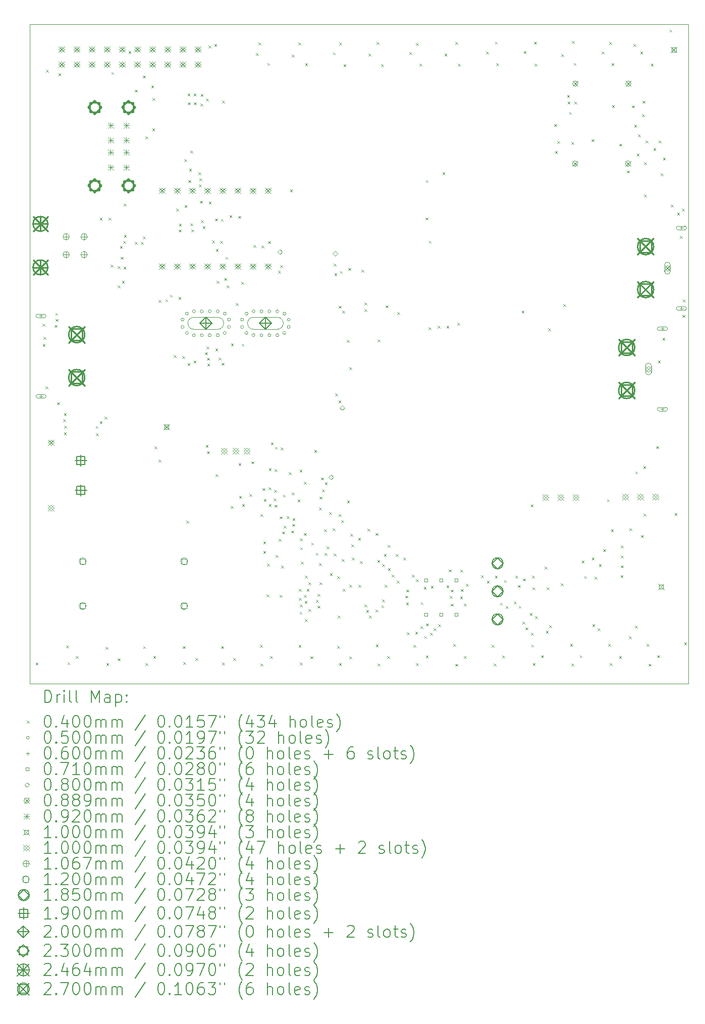
<source format=gbr>
%TF.GenerationSoftware,KiCad,Pcbnew,8.0.3*%
%TF.CreationDate,2025-06-02T03:08:12-07:00*%
%TF.ProjectId,Power_ManagementV2,506f7765-725f-44d6-916e-6167656d656e,rev?*%
%TF.SameCoordinates,Original*%
%TF.FileFunction,Drillmap*%
%TF.FilePolarity,Positive*%
%FSLAX45Y45*%
G04 Gerber Fmt 4.5, Leading zero omitted, Abs format (unit mm)*
G04 Created by KiCad (PCBNEW 8.0.3) date 2025-06-02 03:08:12*
%MOMM*%
%LPD*%
G01*
G04 APERTURE LIST*
%ADD10C,0.100000*%
%ADD11C,0.200000*%
%ADD12C,0.106680*%
%ADD13C,0.120000*%
%ADD14C,0.185000*%
%ADD15C,0.190000*%
%ADD16C,0.230000*%
%ADD17C,0.246380*%
%ADD18C,0.270000*%
G04 APERTURE END LIST*
D10*
X15414260Y-5059180D02*
X26464260Y-5059180D01*
X26464260Y-16109180D01*
X15414260Y-16109180D01*
X15414260Y-5059180D01*
D11*
D10*
X15515000Y-15760000D02*
X15555000Y-15800000D01*
X15555000Y-15760000D02*
X15515000Y-15800000D01*
X15629220Y-10076780D02*
X15669220Y-10116780D01*
X15669220Y-10076780D02*
X15629220Y-10116780D01*
X15635000Y-10415000D02*
X15675000Y-10455000D01*
X15675000Y-10415000D02*
X15635000Y-10455000D01*
X15647258Y-10299758D02*
X15687258Y-10339758D01*
X15687258Y-10299758D02*
X15647258Y-10339758D01*
X15682500Y-11130000D02*
X15722500Y-11170000D01*
X15722500Y-11130000D02*
X15682500Y-11170000D01*
X15687360Y-5822000D02*
X15727360Y-5862000D01*
X15727360Y-5822000D02*
X15687360Y-5862000D01*
X15832500Y-10100000D02*
X15872500Y-10140000D01*
X15872500Y-10100000D02*
X15832500Y-10140000D01*
X15844840Y-9896160D02*
X15884840Y-9936160D01*
X15884840Y-9896160D02*
X15844840Y-9936160D01*
X15850000Y-9997500D02*
X15890000Y-10037500D01*
X15890000Y-9997500D02*
X15850000Y-10037500D01*
X15875000Y-11395000D02*
X15915000Y-11435000D01*
X15915000Y-11395000D02*
X15875000Y-11435000D01*
X15895640Y-5877880D02*
X15935640Y-5917880D01*
X15935640Y-5877880D02*
X15895640Y-5917880D01*
X15980000Y-11677500D02*
X16020000Y-11717500D01*
X16020000Y-11677500D02*
X15980000Y-11717500D01*
X15990000Y-11577500D02*
X16030000Y-11617500D01*
X16030000Y-11577500D02*
X15990000Y-11617500D01*
X15990000Y-11897500D02*
X16030000Y-11937500D01*
X16030000Y-11897500D02*
X15990000Y-11937500D01*
X15992500Y-11785000D02*
X16032500Y-11825000D01*
X16032500Y-11785000D02*
X15992500Y-11825000D01*
X16027000Y-15474000D02*
X16067000Y-15514000D01*
X16067000Y-15474000D02*
X16027000Y-15514000D01*
X16050000Y-15755000D02*
X16090000Y-15795000D01*
X16090000Y-15755000D02*
X16050000Y-15795000D01*
X16188000Y-15648000D02*
X16228000Y-15688000D01*
X16228000Y-15648000D02*
X16188000Y-15688000D01*
X16522500Y-11792500D02*
X16562500Y-11832500D01*
X16562500Y-11792500D02*
X16522500Y-11832500D01*
X16527500Y-11915000D02*
X16567500Y-11955000D01*
X16567500Y-11915000D02*
X16527500Y-11955000D01*
X16590000Y-11710000D02*
X16630000Y-11750000D01*
X16630000Y-11710000D02*
X16590000Y-11750000D01*
X16591600Y-8301040D02*
X16631600Y-8341040D01*
X16631600Y-8301040D02*
X16591600Y-8341040D01*
X16670000Y-11635000D02*
X16710000Y-11675000D01*
X16710000Y-11635000D02*
X16670000Y-11675000D01*
X16691000Y-15494000D02*
X16731000Y-15534000D01*
X16731000Y-15494000D02*
X16691000Y-15534000D01*
X16700000Y-15765000D02*
X16740000Y-15805000D01*
X16740000Y-15765000D02*
X16700000Y-15805000D01*
X16738920Y-8301040D02*
X16778920Y-8341040D01*
X16778920Y-8301040D02*
X16738920Y-8341040D01*
X16774480Y-9088440D02*
X16814480Y-9128440D01*
X16814480Y-9088440D02*
X16774480Y-9128440D01*
X16784640Y-5857560D02*
X16824640Y-5897560D01*
X16824640Y-5857560D02*
X16784640Y-5897560D01*
X16888409Y-9113054D02*
X16928409Y-9153054D01*
X16928409Y-9113054D02*
X16888409Y-9153054D01*
X16891000Y-15686000D02*
X16931000Y-15726000D01*
X16931000Y-15686000D02*
X16891000Y-15726000D01*
X16891320Y-9433880D02*
X16931320Y-9473880D01*
X16931320Y-9433880D02*
X16891320Y-9473880D01*
X16929335Y-8772085D02*
X16969335Y-8812085D01*
X16969335Y-8772085D02*
X16929335Y-8812085D01*
X16942120Y-8956360D02*
X16982120Y-8996360D01*
X16982120Y-8956360D02*
X16942120Y-8996360D01*
X16964140Y-9358476D02*
X17004140Y-9398476D01*
X17004140Y-9358476D02*
X16964140Y-9398476D01*
X16987535Y-8690373D02*
X17027535Y-8730373D01*
X17027535Y-8690373D02*
X16987535Y-8730373D01*
X16988244Y-9122916D02*
X17028244Y-9162916D01*
X17028244Y-9122916D02*
X16988244Y-9162916D01*
X16995000Y-8065000D02*
X17035000Y-8105000D01*
X17035000Y-8065000D02*
X16995000Y-8105000D01*
X16998000Y-8590600D02*
X17038000Y-8630600D01*
X17038000Y-8590600D02*
X16998000Y-8630600D01*
X17073380Y-5502964D02*
X17113380Y-5542964D01*
X17113380Y-5502964D02*
X17073380Y-5542964D01*
X17177500Y-6153900D02*
X17217500Y-6193900D01*
X17217500Y-6153900D02*
X17177500Y-6193900D01*
X17178700Y-8704060D02*
X17218700Y-8744060D01*
X17218700Y-8704060D02*
X17178700Y-8744060D01*
X17278654Y-8707547D02*
X17318654Y-8747547D01*
X17318654Y-8707547D02*
X17278654Y-8747547D01*
X17312960Y-8610920D02*
X17352960Y-8650920D01*
X17352960Y-8610920D02*
X17312960Y-8650920D01*
X17315000Y-5917500D02*
X17355000Y-5957500D01*
X17355000Y-5917500D02*
X17315000Y-5957500D01*
X17318000Y-15484000D02*
X17358000Y-15524000D01*
X17358000Y-15484000D02*
X17318000Y-15524000D01*
X17355000Y-15765000D02*
X17395000Y-15805000D01*
X17395000Y-15765000D02*
X17355000Y-15805000D01*
X17358680Y-6934520D02*
X17398680Y-6974520D01*
X17398680Y-6934520D02*
X17358680Y-6974520D01*
X17455200Y-6081080D02*
X17495200Y-6121080D01*
X17495200Y-6081080D02*
X17455200Y-6121080D01*
X17470440Y-6802440D02*
X17510440Y-6842440D01*
X17510440Y-6802440D02*
X17470440Y-6842440D01*
X17472500Y-6292500D02*
X17512500Y-6332500D01*
X17512500Y-6292500D02*
X17472500Y-6332500D01*
X17488000Y-15646000D02*
X17528000Y-15686000D01*
X17528000Y-15646000D02*
X17488000Y-15686000D01*
X17508348Y-12138086D02*
X17548348Y-12178086D01*
X17548348Y-12138086D02*
X17508348Y-12178086D01*
X17574119Y-12358063D02*
X17614119Y-12398063D01*
X17614119Y-12358063D02*
X17574119Y-12398063D01*
X17577496Y-9678096D02*
X17617496Y-9718096D01*
X17617496Y-9678096D02*
X17577496Y-9718096D01*
X17691075Y-9667500D02*
X17731075Y-9707500D01*
X17731075Y-9667500D02*
X17691075Y-9707500D01*
X17767715Y-9590082D02*
X17807715Y-9630082D01*
X17807715Y-9590082D02*
X17767715Y-9630082D01*
X17831702Y-10604782D02*
X17871702Y-10644782D01*
X17871702Y-10604782D02*
X17831702Y-10644782D01*
X17873517Y-8149839D02*
X17913517Y-8189839D01*
X17913517Y-8149839D02*
X17873517Y-8189839D01*
X17912400Y-9632000D02*
X17952400Y-9672000D01*
X17952400Y-9632000D02*
X17912400Y-9672000D01*
X17917480Y-8499160D02*
X17957480Y-8539160D01*
X17957480Y-8499160D02*
X17917480Y-8539160D01*
X17919220Y-8399062D02*
X17959220Y-8439062D01*
X17959220Y-8399062D02*
X17919220Y-8439062D01*
X17977342Y-10619662D02*
X18017342Y-10659662D01*
X18017342Y-10619662D02*
X17977342Y-10659662D01*
X17983000Y-15484000D02*
X18023000Y-15524000D01*
X18023000Y-15484000D02*
X17983000Y-15524000D01*
X17995000Y-15750000D02*
X18035000Y-15790000D01*
X18035000Y-15750000D02*
X17995000Y-15790000D01*
X18008920Y-7315520D02*
X18048920Y-7355520D01*
X18048920Y-7315520D02*
X18008920Y-7355520D01*
X18014000Y-8087680D02*
X18054000Y-8127680D01*
X18054000Y-8087680D02*
X18014000Y-8127680D01*
X18042500Y-13380000D02*
X18082500Y-13420000D01*
X18082500Y-13380000D02*
X18042500Y-13420000D01*
X18064332Y-10739867D02*
X18104332Y-10779867D01*
X18104332Y-10739867D02*
X18064332Y-10779867D01*
X18064800Y-6218240D02*
X18104800Y-6258240D01*
X18104800Y-6218240D02*
X18064800Y-6258240D01*
X18069880Y-6365560D02*
X18109880Y-6405560D01*
X18109880Y-6365560D02*
X18069880Y-6405560D01*
X18077820Y-7668720D02*
X18117820Y-7708720D01*
X18117820Y-7668720D02*
X18077820Y-7708720D01*
X18090200Y-7478080D02*
X18130200Y-7518080D01*
X18130200Y-7478080D02*
X18090200Y-7518080D01*
X18109709Y-8395052D02*
X18149709Y-8435052D01*
X18149709Y-8395052D02*
X18109709Y-8435052D01*
X18110520Y-7173280D02*
X18150520Y-7213280D01*
X18150520Y-7173280D02*
X18110520Y-7213280D01*
X18125760Y-8494080D02*
X18165760Y-8534080D01*
X18165760Y-8494080D02*
X18125760Y-8534080D01*
X18166400Y-6218240D02*
X18206400Y-6258240D01*
X18206400Y-6218240D02*
X18166400Y-6258240D01*
X18166400Y-10693720D02*
X18206400Y-10733720D01*
X18206400Y-10693720D02*
X18166400Y-10733720D01*
X18170200Y-6365373D02*
X18210200Y-6405373D01*
X18210200Y-6365373D02*
X18170200Y-6405373D01*
X18198000Y-15681000D02*
X18238000Y-15721000D01*
X18238000Y-15681000D02*
X18198000Y-15721000D01*
X18247680Y-7539040D02*
X18287680Y-7579040D01*
X18287680Y-7539040D02*
X18247680Y-7579040D01*
X18256606Y-7738214D02*
X18296606Y-7778214D01*
X18296606Y-7738214D02*
X18256606Y-7778214D01*
X18263385Y-7638123D02*
X18303385Y-7678123D01*
X18303385Y-7638123D02*
X18263385Y-7678123D01*
X18272500Y-8015000D02*
X18312500Y-8055000D01*
X18312500Y-8015000D02*
X18272500Y-8055000D01*
X18278160Y-6385880D02*
X18318160Y-6425880D01*
X18318160Y-6385880D02*
X18278160Y-6425880D01*
X18283240Y-6223320D02*
X18323240Y-6263320D01*
X18323240Y-6223320D02*
X18283240Y-6263320D01*
X18287692Y-8342219D02*
X18327692Y-8382219D01*
X18327692Y-8342219D02*
X18287692Y-8382219D01*
X18318800Y-8443280D02*
X18358800Y-8483280D01*
X18358800Y-8443280D02*
X18318800Y-8483280D01*
X18355708Y-10555043D02*
X18395708Y-10595043D01*
X18395708Y-10555043D02*
X18355708Y-10595043D01*
X18369600Y-12111040D02*
X18409600Y-12151040D01*
X18409600Y-12111040D02*
X18369600Y-12151040D01*
X18370960Y-6302246D02*
X18410960Y-6342246D01*
X18410960Y-6302246D02*
X18370960Y-6342246D01*
X18383583Y-10458673D02*
X18423583Y-10498673D01*
X18423583Y-10458673D02*
X18383583Y-10498673D01*
X18389690Y-12215659D02*
X18429690Y-12255659D01*
X18429690Y-12215659D02*
X18389690Y-12255659D01*
X18389727Y-10649418D02*
X18429727Y-10689418D01*
X18429727Y-10649418D02*
X18389727Y-10689418D01*
X18395000Y-10749600D02*
X18435000Y-10789600D01*
X18435000Y-10749600D02*
X18395000Y-10789600D01*
X18415453Y-5413335D02*
X18455453Y-5453335D01*
X18455453Y-5413335D02*
X18415453Y-5453335D01*
X18420400Y-8026720D02*
X18460400Y-8066720D01*
X18460400Y-8026720D02*
X18420400Y-8066720D01*
X18472500Y-8680000D02*
X18512500Y-8720000D01*
X18512500Y-8680000D02*
X18472500Y-8720000D01*
X18512682Y-5388625D02*
X18552682Y-5428625D01*
X18552682Y-5388625D02*
X18512682Y-5428625D01*
X18523332Y-8313032D02*
X18563332Y-8353032D01*
X18563332Y-8313032D02*
X18523332Y-8353032D01*
X18529975Y-10493900D02*
X18569975Y-10533900D01*
X18569975Y-10493900D02*
X18529975Y-10533900D01*
X18535000Y-12600000D02*
X18575000Y-12640000D01*
X18575000Y-12600000D02*
X18535000Y-12640000D01*
X18537240Y-8824280D02*
X18577240Y-8864280D01*
X18577240Y-8824280D02*
X18537240Y-8864280D01*
X18552480Y-9357680D02*
X18592480Y-9397680D01*
X18592480Y-9357680D02*
X18552480Y-9397680D01*
X18582960Y-10648000D02*
X18622960Y-10688000D01*
X18622960Y-10648000D02*
X18582960Y-10688000D01*
X18608255Y-8689328D02*
X18648255Y-8729328D01*
X18648255Y-8689328D02*
X18608255Y-8729328D01*
X18623600Y-8321360D02*
X18663600Y-8361360D01*
X18663600Y-8321360D02*
X18623600Y-8361360D01*
X18630000Y-15484000D02*
X18670000Y-15524000D01*
X18670000Y-15484000D02*
X18630000Y-15524000D01*
X18633760Y-10734360D02*
X18673760Y-10774360D01*
X18673760Y-10734360D02*
X18633760Y-10774360D01*
X18643280Y-6335492D02*
X18683280Y-6375492D01*
X18683280Y-6335492D02*
X18643280Y-6375492D01*
X18645000Y-15760000D02*
X18685000Y-15800000D01*
X18685000Y-15760000D02*
X18645000Y-15800000D01*
X18679480Y-9311960D02*
X18719480Y-9351960D01*
X18719480Y-9311960D02*
X18679480Y-9351960D01*
X18698100Y-8955000D02*
X18738100Y-8995000D01*
X18738100Y-8955000D02*
X18698100Y-8995000D01*
X18718440Y-9432925D02*
X18758440Y-9472925D01*
X18758440Y-9432925D02*
X18718440Y-9472925D01*
X18765840Y-8260400D02*
X18805840Y-8300400D01*
X18805840Y-8260400D02*
X18765840Y-8300400D01*
X18787500Y-13132500D02*
X18827500Y-13172500D01*
X18827500Y-13132500D02*
X18787500Y-13172500D01*
X18792225Y-10409481D02*
X18832225Y-10449481D01*
X18832225Y-10409481D02*
X18792225Y-10449481D01*
X18830000Y-15681000D02*
X18870000Y-15721000D01*
X18870000Y-15681000D02*
X18830000Y-15721000D01*
X18875320Y-9730000D02*
X18915320Y-9770000D01*
X18915320Y-9730000D02*
X18875320Y-9770000D01*
X18913160Y-8270560D02*
X18953160Y-8310560D01*
X18953160Y-8270560D02*
X18913160Y-8310560D01*
X18918615Y-12415611D02*
X18958615Y-12455611D01*
X18958615Y-12415611D02*
X18918615Y-12455611D01*
X18927500Y-12962500D02*
X18967500Y-13002500D01*
X18967500Y-12962500D02*
X18927500Y-13002500D01*
X18967500Y-9375000D02*
X19007500Y-9415000D01*
X19007500Y-9375000D02*
X18967500Y-9415000D01*
X18969471Y-10411801D02*
X19009471Y-10451801D01*
X19009471Y-10411801D02*
X18969471Y-10451801D01*
X18977500Y-13100000D02*
X19017500Y-13140000D01*
X19017500Y-13100000D02*
X18977500Y-13140000D01*
X19100000Y-12930000D02*
X19140000Y-12970000D01*
X19140000Y-12930000D02*
X19100000Y-12970000D01*
X19132500Y-12385000D02*
X19172500Y-12425000D01*
X19172500Y-12385000D02*
X19132500Y-12425000D01*
X19167500Y-8760000D02*
X19207500Y-8800000D01*
X19207500Y-8760000D02*
X19167500Y-8800000D01*
X19212880Y-5542600D02*
X19252880Y-5582600D01*
X19252880Y-5542600D02*
X19212880Y-5582600D01*
X19253520Y-5364800D02*
X19293520Y-5404800D01*
X19293520Y-5364800D02*
X19253520Y-5404800D01*
X19277000Y-15464000D02*
X19317000Y-15504000D01*
X19317000Y-15464000D02*
X19277000Y-15504000D01*
X19288100Y-13272500D02*
X19328100Y-13312500D01*
X19328100Y-13272500D02*
X19288100Y-13312500D01*
X19290000Y-15775000D02*
X19330000Y-15815000D01*
X19330000Y-15775000D02*
X19290000Y-15815000D01*
X19305000Y-8765000D02*
X19345000Y-8805000D01*
X19345000Y-8765000D02*
X19305000Y-8805000D01*
X19321565Y-12834284D02*
X19361565Y-12874284D01*
X19361565Y-12834284D02*
X19321565Y-12874284D01*
X19333100Y-13724240D02*
X19373100Y-13764240D01*
X19373100Y-13724240D02*
X19333100Y-13764240D01*
X19333100Y-13890562D02*
X19373100Y-13930562D01*
X19373100Y-13890562D02*
X19333100Y-13930562D01*
X19341904Y-13016832D02*
X19381904Y-13056832D01*
X19381904Y-13016832D02*
X19341904Y-13056832D01*
X19387500Y-14617500D02*
X19427500Y-14657500D01*
X19427500Y-14617500D02*
X19387500Y-14657500D01*
X19395760Y-14102400D02*
X19435760Y-14142400D01*
X19435760Y-14102400D02*
X19395760Y-14142400D01*
X19400840Y-5705160D02*
X19440840Y-5745160D01*
X19440840Y-5705160D02*
X19400840Y-5745160D01*
X19412500Y-8692500D02*
X19452500Y-8732500D01*
X19452500Y-8692500D02*
X19412500Y-8732500D01*
X19421160Y-12822240D02*
X19461160Y-12862240D01*
X19461160Y-12822240D02*
X19421160Y-12862240D01*
X19426240Y-12502200D02*
X19466240Y-12542200D01*
X19466240Y-12502200D02*
X19426240Y-12542200D01*
X19426240Y-13101640D02*
X19466240Y-13141640D01*
X19466240Y-13101640D02*
X19426240Y-13141640D01*
X19451000Y-15648000D02*
X19491000Y-15688000D01*
X19491000Y-15648000D02*
X19451000Y-15688000D01*
X19461567Y-12064371D02*
X19501567Y-12104371D01*
X19501567Y-12064371D02*
X19461567Y-12104371D01*
X19505103Y-13009154D02*
X19545103Y-13049154D01*
X19545103Y-13009154D02*
X19505103Y-13049154D01*
X19513447Y-12861574D02*
X19553447Y-12901574D01*
X19553447Y-12861574D02*
X19513447Y-12901574D01*
X19525669Y-12515544D02*
X19565669Y-12555544D01*
X19565669Y-12515544D02*
X19525669Y-12555544D01*
X19525851Y-13113548D02*
X19565851Y-13153548D01*
X19565851Y-13113548D02*
X19525851Y-13153548D01*
X19527895Y-12139635D02*
X19567895Y-12179635D01*
X19567895Y-12139635D02*
X19527895Y-12179635D01*
X19544060Y-13958323D02*
X19584060Y-13998323D01*
X19584060Y-13958323D02*
X19544060Y-13998323D01*
X19582500Y-9187500D02*
X19622500Y-9227500D01*
X19622500Y-9187500D02*
X19582500Y-9227500D01*
X19594140Y-13683136D02*
X19634140Y-13723136D01*
X19634140Y-13683136D02*
X19594140Y-13723136D01*
X19608315Y-13307546D02*
X19648315Y-13347546D01*
X19648315Y-13307546D02*
X19608315Y-13347546D01*
X19610000Y-14625000D02*
X19650000Y-14665000D01*
X19650000Y-14625000D02*
X19610000Y-14665000D01*
X19620280Y-9094566D02*
X19660280Y-9134566D01*
X19660280Y-9094566D02*
X19620280Y-9134566D01*
X19627080Y-12154680D02*
X19667080Y-12194680D01*
X19667080Y-12154680D02*
X19627080Y-12194680D01*
X19634520Y-14132880D02*
X19674520Y-14172880D01*
X19674520Y-14132880D02*
X19634520Y-14172880D01*
X19648716Y-13562390D02*
X19688716Y-13602390D01*
X19688716Y-13562390D02*
X19648716Y-13602390D01*
X19664343Y-12942674D02*
X19704343Y-12982674D01*
X19704343Y-12942674D02*
X19664343Y-12982674D01*
X19675242Y-13465640D02*
X19715242Y-13505640D01*
X19715242Y-13465640D02*
X19675242Y-13505640D01*
X19730320Y-13305000D02*
X19770320Y-13345000D01*
X19770320Y-13305000D02*
X19730320Y-13345000D01*
X19760000Y-12565320D02*
X19800000Y-12605320D01*
X19800000Y-12565320D02*
X19760000Y-12605320D01*
X19782500Y-7827500D02*
X19822500Y-7867500D01*
X19822500Y-7827500D02*
X19782500Y-7867500D01*
X19802829Y-13543796D02*
X19842829Y-13583796D01*
X19842829Y-13543796D02*
X19802829Y-13583796D01*
X19810000Y-12907500D02*
X19850000Y-12947500D01*
X19850000Y-12907500D02*
X19810000Y-12947500D01*
X19812320Y-5562920D02*
X19852320Y-5602920D01*
X19852320Y-5562920D02*
X19812320Y-5602920D01*
X19820777Y-13435641D02*
X19860777Y-13475641D01*
X19860777Y-13435641D02*
X19820777Y-13475641D01*
X19825842Y-13335656D02*
X19865842Y-13375656D01*
X19865842Y-13335656D02*
X19825842Y-13375656D01*
X19908840Y-13025440D02*
X19948840Y-13065440D01*
X19948840Y-13025440D02*
X19908840Y-13065440D01*
X19924080Y-5364800D02*
X19964080Y-5404800D01*
X19964080Y-5364800D02*
X19924080Y-5404800D01*
X19927000Y-15464000D02*
X19967000Y-15504000D01*
X19967000Y-15464000D02*
X19927000Y-15504000D01*
X19930000Y-14675000D02*
X19970000Y-14715000D01*
X19970000Y-14675000D02*
X19930000Y-14715000D01*
X19932500Y-14520000D02*
X19972500Y-14560000D01*
X19972500Y-14520000D02*
X19932500Y-14560000D01*
X19943338Y-14907799D02*
X19983338Y-14947799D01*
X19983338Y-14907799D02*
X19943338Y-14947799D01*
X19944400Y-12522520D02*
X19984400Y-12562520D01*
X19984400Y-12522520D02*
X19944400Y-12562520D01*
X19948549Y-14785916D02*
X19988549Y-14825916D01*
X19988549Y-14785916D02*
X19948549Y-14825916D01*
X19949558Y-13676354D02*
X19989558Y-13716354D01*
X19989558Y-13676354D02*
X19949558Y-13716354D01*
X19950000Y-15760000D02*
X19990000Y-15800000D01*
X19990000Y-15760000D02*
X19950000Y-15800000D01*
X19951361Y-13825068D02*
X19991361Y-13865068D01*
X19991361Y-13825068D02*
X19951361Y-13865068D01*
X19967500Y-14065000D02*
X20007500Y-14105000D01*
X20007500Y-14065000D02*
X19967500Y-14105000D01*
X20015765Y-14622956D02*
X20055765Y-14662956D01*
X20055765Y-14622956D02*
X20015765Y-14662956D01*
X20017220Y-12726095D02*
X20057220Y-12766095D01*
X20057220Y-12726095D02*
X20017220Y-12766095D01*
X20018067Y-13586006D02*
X20058067Y-13626006D01*
X20058067Y-13586006D02*
X20018067Y-13626006D01*
X20027394Y-14724208D02*
X20067394Y-14764208D01*
X20067394Y-14724208D02*
X20027394Y-14764208D01*
X20030000Y-15032500D02*
X20070000Y-15072500D01*
X20070000Y-15032500D02*
X20030000Y-15072500D01*
X20030760Y-14300520D02*
X20070760Y-14340520D01*
X20070760Y-14300520D02*
X20030760Y-14340520D01*
X20035840Y-5710240D02*
X20075840Y-5750240D01*
X20075840Y-5710240D02*
X20035840Y-5750240D01*
X20062491Y-14524396D02*
X20102491Y-14564396D01*
X20102491Y-14524396D02*
X20062491Y-14564396D01*
X20088811Y-14862375D02*
X20128811Y-14902375D01*
X20128811Y-14862375D02*
X20088811Y-14902375D01*
X20089040Y-14412500D02*
X20129040Y-14452500D01*
X20129040Y-14412500D02*
X20089040Y-14452500D01*
X20124000Y-15653000D02*
X20164000Y-15693000D01*
X20164000Y-15653000D02*
X20124000Y-15693000D01*
X20138380Y-13747556D02*
X20178380Y-13787556D01*
X20178380Y-13747556D02*
X20138380Y-13787556D01*
X20188240Y-12192320D02*
X20228240Y-12232320D01*
X20228240Y-12192320D02*
X20188240Y-12232320D01*
X20215000Y-13917500D02*
X20255000Y-13957500D01*
X20255000Y-13917500D02*
X20215000Y-13957500D01*
X20216367Y-14708399D02*
X20256367Y-14748399D01*
X20256367Y-14708399D02*
X20216367Y-14748399D01*
X20242500Y-14807500D02*
X20282500Y-14847500D01*
X20282500Y-14807500D02*
X20242500Y-14847500D01*
X20245000Y-14607500D02*
X20285000Y-14647500D01*
X20285000Y-14607500D02*
X20245000Y-14647500D01*
X20267500Y-14092500D02*
X20307500Y-14132500D01*
X20307500Y-14092500D02*
X20267500Y-14132500D01*
X20272500Y-13157500D02*
X20312500Y-13197500D01*
X20312500Y-13157500D02*
X20272500Y-13197500D01*
X20275000Y-12977500D02*
X20315000Y-13017500D01*
X20315000Y-12977500D02*
X20275000Y-13017500D01*
X20279680Y-14412280D02*
X20319680Y-14452280D01*
X20319680Y-14412280D02*
X20279680Y-14452280D01*
X20303993Y-12656484D02*
X20343993Y-12696484D01*
X20343993Y-12656484D02*
X20303993Y-12696484D01*
X20320000Y-12855000D02*
X20360000Y-12895000D01*
X20360000Y-12855000D02*
X20320000Y-12895000D01*
X20354360Y-13525000D02*
X20394360Y-13565000D01*
X20394360Y-13525000D02*
X20354360Y-13565000D01*
X20362500Y-13920000D02*
X20402500Y-13960000D01*
X20402500Y-13920000D02*
X20362500Y-13960000D01*
X20366040Y-12735880D02*
X20406040Y-12775880D01*
X20406040Y-12735880D02*
X20366040Y-12775880D01*
X20397017Y-13810483D02*
X20437017Y-13850483D01*
X20437017Y-13810483D02*
X20397017Y-13850483D01*
X20440000Y-13237500D02*
X20480000Y-13277500D01*
X20480000Y-13237500D02*
X20440000Y-13277500D01*
X20451500Y-14263147D02*
X20491500Y-14303147D01*
X20491500Y-14263147D02*
X20451500Y-14303147D01*
X20497500Y-13505000D02*
X20537500Y-13545000D01*
X20537500Y-13505000D02*
X20497500Y-13545000D01*
X20503200Y-5527360D02*
X20543200Y-5567360D01*
X20543200Y-5527360D02*
X20503200Y-5567360D01*
X20512401Y-13927248D02*
X20552401Y-13967248D01*
X20552401Y-13927248D02*
X20512401Y-13967248D01*
X20512500Y-9072500D02*
X20552500Y-9112500D01*
X20552500Y-9072500D02*
X20512500Y-9112500D01*
X20526954Y-9230126D02*
X20566954Y-9270126D01*
X20566954Y-9230126D02*
X20526954Y-9270126D01*
X20540000Y-11247500D02*
X20580000Y-11287500D01*
X20580000Y-11247500D02*
X20540000Y-11287500D01*
X20576000Y-15477000D02*
X20616000Y-15517000D01*
X20616000Y-15477000D02*
X20576000Y-15517000D01*
X20576716Y-14311534D02*
X20616716Y-14351534D01*
X20616716Y-14311534D02*
X20576716Y-14351534D01*
X20585000Y-14970000D02*
X20625000Y-15010000D01*
X20625000Y-14970000D02*
X20585000Y-15010000D01*
X20595211Y-11364982D02*
X20635211Y-11404982D01*
X20635211Y-11364982D02*
X20595211Y-11404982D01*
X20597820Y-9777217D02*
X20637820Y-9817217D01*
X20637820Y-9777217D02*
X20597820Y-9817217D01*
X20600596Y-13271651D02*
X20640596Y-13311651D01*
X20640596Y-13271651D02*
X20600596Y-13311651D01*
X20605000Y-15770000D02*
X20645000Y-15810000D01*
X20645000Y-15770000D02*
X20605000Y-15810000D01*
X20609880Y-5359720D02*
X20649880Y-5399720D01*
X20649880Y-5359720D02*
X20609880Y-5399720D01*
X20620095Y-9193591D02*
X20660095Y-9233591D01*
X20660095Y-9193591D02*
X20620095Y-9233591D01*
X20644725Y-13370000D02*
X20684725Y-13410000D01*
X20684725Y-13370000D02*
X20644725Y-13410000D01*
X20650000Y-14025000D02*
X20690000Y-14065000D01*
X20690000Y-14025000D02*
X20650000Y-14065000D01*
X20657330Y-9857980D02*
X20697330Y-9897980D01*
X20697330Y-9857980D02*
X20657330Y-9897980D01*
X20665694Y-14525640D02*
X20705694Y-14565640D01*
X20705694Y-14525640D02*
X20665694Y-14565640D01*
X20681000Y-5725480D02*
X20721000Y-5765480D01*
X20721000Y-5725480D02*
X20681000Y-5765480D01*
X20737500Y-10347500D02*
X20777500Y-10387500D01*
X20777500Y-10347500D02*
X20737500Y-10387500D01*
X20740000Y-13040000D02*
X20780000Y-13080000D01*
X20780000Y-13040000D02*
X20740000Y-13080000D01*
X20762742Y-9142767D02*
X20802742Y-9182767D01*
X20802742Y-9142767D02*
X20762742Y-9182767D01*
X20776000Y-15656000D02*
X20816000Y-15696000D01*
X20816000Y-15656000D02*
X20776000Y-15696000D01*
X20776434Y-14452820D02*
X20816434Y-14492820D01*
X20816434Y-14452820D02*
X20776434Y-14492820D01*
X20780000Y-10805000D02*
X20820000Y-10845000D01*
X20820000Y-10805000D02*
X20780000Y-10845000D01*
X20795000Y-13600000D02*
X20835000Y-13640000D01*
X20835000Y-13600000D02*
X20795000Y-13640000D01*
X20813246Y-13775414D02*
X20853246Y-13815414D01*
X20853246Y-13775414D02*
X20813246Y-13815414D01*
X20817500Y-13995000D02*
X20857500Y-14035000D01*
X20857500Y-13995000D02*
X20817500Y-14035000D01*
X20925000Y-13665000D02*
X20965000Y-13705000D01*
X20965000Y-13665000D02*
X20925000Y-13705000D01*
X20930591Y-14452820D02*
X20970591Y-14492820D01*
X20970591Y-14452820D02*
X20930591Y-14492820D01*
X20958071Y-14056121D02*
X20998071Y-14096121D01*
X20998071Y-14056121D02*
X20958071Y-14096121D01*
X20982500Y-9170000D02*
X21022500Y-9210000D01*
X21022500Y-9170000D02*
X20982500Y-9210000D01*
X21030000Y-14785000D02*
X21070000Y-14825000D01*
X21070000Y-14785000D02*
X21030000Y-14825000D01*
X21031520Y-9723440D02*
X21071520Y-9763440D01*
X21071520Y-9723440D02*
X21031520Y-9763440D01*
X21032787Y-9830260D02*
X21072787Y-9870260D01*
X21072787Y-9830260D02*
X21032787Y-9870260D01*
X21060210Y-14880664D02*
X21100210Y-14920664D01*
X21100210Y-14880664D02*
X21060210Y-14920664D01*
X21080000Y-13512500D02*
X21120000Y-13552500D01*
X21120000Y-13512500D02*
X21080000Y-13552500D01*
X21097560Y-5547680D02*
X21137560Y-5587680D01*
X21137560Y-5547680D02*
X21097560Y-5587680D01*
X21106181Y-14969831D02*
X21146181Y-15009831D01*
X21146181Y-14969831D02*
X21106181Y-15009831D01*
X21217500Y-13587500D02*
X21257500Y-13627500D01*
X21257500Y-13587500D02*
X21217500Y-13627500D01*
X21217500Y-14870173D02*
X21257500Y-14910173D01*
X21257500Y-14870173D02*
X21217500Y-14910173D01*
X21221000Y-15454000D02*
X21261000Y-15494000D01*
X21261000Y-15454000D02*
X21221000Y-15494000D01*
X21234720Y-5354640D02*
X21274720Y-5394640D01*
X21274720Y-5354640D02*
X21234720Y-5394640D01*
X21247301Y-14037699D02*
X21287301Y-14077699D01*
X21287301Y-14037699D02*
X21247301Y-14077699D01*
X21250000Y-15775000D02*
X21290000Y-15815000D01*
X21290000Y-15775000D02*
X21250000Y-15815000D01*
X21254218Y-10341718D02*
X21294218Y-10381718D01*
X21294218Y-10341718D02*
X21254218Y-10381718D01*
X21310920Y-5725480D02*
X21350920Y-5765480D01*
X21350920Y-5725480D02*
X21310920Y-5765480D01*
X21315325Y-14797353D02*
X21355325Y-14837353D01*
X21355325Y-14797353D02*
X21315325Y-14837353D01*
X21325000Y-14697500D02*
X21365000Y-14737500D01*
X21365000Y-14697500D02*
X21325000Y-14737500D01*
X21327500Y-14107500D02*
X21367500Y-14147500D01*
X21367500Y-14107500D02*
X21327500Y-14147500D01*
X21356878Y-13941309D02*
X21396878Y-13981309D01*
X21396878Y-13941309D02*
X21356878Y-13981309D01*
X21372722Y-14455145D02*
X21412722Y-14495145D01*
X21412722Y-14455145D02*
X21372722Y-14495145D01*
X21387120Y-9769160D02*
X21427120Y-9809160D01*
X21427120Y-9769160D02*
X21387120Y-9809160D01*
X21413000Y-15651000D02*
X21453000Y-15691000D01*
X21453000Y-15651000D02*
X21413000Y-15691000D01*
X21420000Y-13787500D02*
X21460000Y-13827500D01*
X21460000Y-13787500D02*
X21420000Y-13827500D01*
X21425185Y-14177899D02*
X21465185Y-14217899D01*
X21465185Y-14177899D02*
X21425185Y-14217899D01*
X21487500Y-14287500D02*
X21527500Y-14327500D01*
X21527500Y-14287500D02*
X21487500Y-14327500D01*
X21556177Y-13938194D02*
X21596177Y-13978194D01*
X21596177Y-13938194D02*
X21556177Y-13978194D01*
X21572500Y-14389175D02*
X21612500Y-14429175D01*
X21612500Y-14389175D02*
X21572500Y-14429175D01*
X21580160Y-9880920D02*
X21620160Y-9920920D01*
X21620160Y-9880920D02*
X21580160Y-9920920D01*
X21685000Y-13995000D02*
X21725000Y-14035000D01*
X21725000Y-13995000D02*
X21685000Y-14035000D01*
X21720000Y-14637500D02*
X21760000Y-14677500D01*
X21760000Y-14637500D02*
X21720000Y-14677500D01*
X21730000Y-14752500D02*
X21770000Y-14792500D01*
X21770000Y-14752500D02*
X21730000Y-14792500D01*
X21732711Y-14534815D02*
X21772711Y-14574815D01*
X21772711Y-14534815D02*
X21732711Y-14574815D01*
X21745000Y-15252500D02*
X21785000Y-15292500D01*
X21785000Y-15252500D02*
X21745000Y-15292500D01*
X21783360Y-5522280D02*
X21823360Y-5562280D01*
X21823360Y-5522280D02*
X21783360Y-5562280D01*
X21826113Y-14286819D02*
X21866113Y-14326819D01*
X21866113Y-14286819D02*
X21826113Y-14326819D01*
X21850000Y-15464000D02*
X21890000Y-15504000D01*
X21890000Y-15464000D02*
X21850000Y-15504000D01*
X21882500Y-15240000D02*
X21922500Y-15280000D01*
X21922500Y-15240000D02*
X21882500Y-15280000D01*
X21892657Y-14361515D02*
X21932657Y-14401515D01*
X21932657Y-14361515D02*
X21892657Y-14401515D01*
X21895000Y-15770000D02*
X21935000Y-15810000D01*
X21935000Y-15770000D02*
X21895000Y-15810000D01*
X21895120Y-5369880D02*
X21935120Y-5409880D01*
X21935120Y-5369880D02*
X21895120Y-5409880D01*
X21956080Y-5720400D02*
X21996080Y-5760400D01*
X21996080Y-5720400D02*
X21956080Y-5760400D01*
X21971529Y-15147689D02*
X22011529Y-15187689D01*
X22011529Y-15147689D02*
X21971529Y-15187689D01*
X21975000Y-14747500D02*
X22015000Y-14787500D01*
X22015000Y-14747500D02*
X21975000Y-14787500D01*
X22027274Y-14486954D02*
X22067274Y-14526954D01*
X22067274Y-14486954D02*
X22027274Y-14526954D01*
X22035978Y-15315000D02*
X22075978Y-15355000D01*
X22075978Y-15315000D02*
X22035978Y-15355000D01*
X22055000Y-8295000D02*
X22095000Y-8335000D01*
X22095000Y-8295000D02*
X22055000Y-8335000D01*
X22060000Y-7670000D02*
X22100000Y-7710000D01*
X22100000Y-7670000D02*
X22060000Y-7710000D01*
X22060000Y-15643000D02*
X22100000Y-15683000D01*
X22100000Y-15643000D02*
X22060000Y-15683000D01*
X22061418Y-15102780D02*
X22101418Y-15142780D01*
X22101418Y-15102780D02*
X22061418Y-15142780D01*
X22108480Y-10134920D02*
X22148480Y-10174920D01*
X22148480Y-10134920D02*
X22108480Y-10174920D01*
X22110000Y-8685000D02*
X22150000Y-8725000D01*
X22150000Y-8685000D02*
X22110000Y-8725000D01*
X22130127Y-15261913D02*
X22170127Y-15301913D01*
X22170127Y-15261913D02*
X22130127Y-15301913D01*
X22145000Y-14472500D02*
X22185000Y-14512500D01*
X22185000Y-14472500D02*
X22145000Y-14512500D01*
X22189138Y-15180784D02*
X22229138Y-15220784D01*
X22229138Y-15180784D02*
X22189138Y-15220784D01*
X22260880Y-10114600D02*
X22300880Y-10154600D01*
X22300880Y-10114600D02*
X22260880Y-10154600D01*
X22270000Y-15117500D02*
X22310000Y-15157500D01*
X22310000Y-15117500D02*
X22270000Y-15157500D01*
X22340000Y-7540000D02*
X22380000Y-7580000D01*
X22380000Y-7540000D02*
X22340000Y-7580000D01*
X22372640Y-5547680D02*
X22412640Y-5587680D01*
X22412640Y-5547680D02*
X22372640Y-5587680D01*
X22407500Y-14462500D02*
X22447500Y-14502500D01*
X22447500Y-14462500D02*
X22407500Y-14502500D01*
X22408200Y-10114600D02*
X22448200Y-10154600D01*
X22448200Y-10114600D02*
X22408200Y-10154600D01*
X22442500Y-14197500D02*
X22482500Y-14237500D01*
X22482500Y-14197500D02*
X22442500Y-14237500D01*
X22465000Y-14640000D02*
X22505000Y-14680000D01*
X22505000Y-14640000D02*
X22465000Y-14680000D01*
X22477153Y-14534698D02*
X22517153Y-14574698D01*
X22517153Y-14534698D02*
X22477153Y-14574698D01*
X22477500Y-14772500D02*
X22517500Y-14812500D01*
X22517500Y-14772500D02*
X22477500Y-14812500D01*
X22522000Y-15446000D02*
X22562000Y-15486000D01*
X22562000Y-15446000D02*
X22522000Y-15486000D01*
X22555000Y-15780000D02*
X22595000Y-15820000D01*
X22595000Y-15780000D02*
X22555000Y-15820000D01*
X22555520Y-5354640D02*
X22595520Y-5394640D01*
X22595520Y-5354640D02*
X22555520Y-5394640D01*
X22591772Y-10059412D02*
X22631772Y-10099412D01*
X22631772Y-10059412D02*
X22591772Y-10099412D01*
X22596160Y-5715320D02*
X22636160Y-5755320D01*
X22636160Y-5715320D02*
X22596160Y-5755320D01*
X22635000Y-14647500D02*
X22675000Y-14687500D01*
X22675000Y-14647500D02*
X22635000Y-14687500D01*
X22642500Y-14202500D02*
X22682500Y-14242500D01*
X22682500Y-14202500D02*
X22642500Y-14242500D01*
X22650000Y-14526200D02*
X22690000Y-14566200D01*
X22690000Y-14526200D02*
X22650000Y-14566200D01*
X22697000Y-15651000D02*
X22737000Y-15691000D01*
X22737000Y-15651000D02*
X22697000Y-15691000D01*
X22702500Y-14767500D02*
X22742500Y-14807500D01*
X22742500Y-14767500D02*
X22702500Y-14807500D01*
X22736008Y-14436008D02*
X22776008Y-14476008D01*
X22776008Y-14436008D02*
X22736008Y-14476008D01*
X22990000Y-14295000D02*
X23030000Y-14335000D01*
X23030000Y-14295000D02*
X22990000Y-14335000D01*
X23073680Y-5517200D02*
X23113680Y-5557200D01*
X23113680Y-5517200D02*
X23073680Y-5557200D01*
X23085000Y-14390000D02*
X23125000Y-14430000D01*
X23125000Y-14390000D02*
X23085000Y-14430000D01*
X23167000Y-15461000D02*
X23207000Y-15501000D01*
X23207000Y-15461000D02*
X23167000Y-15501000D01*
X23200000Y-15775000D02*
X23240000Y-15815000D01*
X23240000Y-15775000D02*
X23200000Y-15815000D01*
X23220000Y-14300000D02*
X23260000Y-14340000D01*
X23260000Y-14300000D02*
X23220000Y-14340000D01*
X23221000Y-5349560D02*
X23261000Y-5389560D01*
X23261000Y-5349560D02*
X23221000Y-5389560D01*
X23241320Y-5710240D02*
X23281320Y-5750240D01*
X23281320Y-5710240D02*
X23241320Y-5750240D01*
X23305000Y-14755000D02*
X23345000Y-14795000D01*
X23345000Y-14755000D02*
X23305000Y-14795000D01*
X23344000Y-15638000D02*
X23384000Y-15678000D01*
X23384000Y-15638000D02*
X23344000Y-15678000D01*
X23373013Y-14375029D02*
X23413013Y-14415029D01*
X23413013Y-14375029D02*
X23373013Y-14415029D01*
X23400000Y-14810000D02*
X23440000Y-14850000D01*
X23440000Y-14810000D02*
X23400000Y-14850000D01*
X23539950Y-14735050D02*
X23579950Y-14775050D01*
X23579950Y-14735050D02*
X23539950Y-14775050D01*
X23565294Y-14302209D02*
X23605294Y-14342209D01*
X23605294Y-14302209D02*
X23565294Y-14342209D01*
X23606534Y-14458460D02*
X23646534Y-14498460D01*
X23646534Y-14458460D02*
X23606534Y-14498460D01*
X23617091Y-14807160D02*
X23657091Y-14847160D01*
X23657091Y-14807160D02*
X23617091Y-14847160D01*
X23668040Y-9855520D02*
X23708040Y-9895520D01*
X23708040Y-9855520D02*
X23668040Y-9895520D01*
X23682500Y-15072500D02*
X23722500Y-15112500D01*
X23722500Y-15072500D02*
X23682500Y-15112500D01*
X23691008Y-14350008D02*
X23731008Y-14390008D01*
X23731008Y-14350008D02*
X23691008Y-14390008D01*
X23703600Y-5507040D02*
X23743600Y-5547040D01*
X23743600Y-5507040D02*
X23703600Y-5547040D01*
X23733367Y-15169987D02*
X23773367Y-15209987D01*
X23773367Y-15169987D02*
X23733367Y-15209987D01*
X23805000Y-14930000D02*
X23845000Y-14970000D01*
X23845000Y-14930000D02*
X23805000Y-14970000D01*
X23820440Y-13106720D02*
X23860440Y-13146720D01*
X23860440Y-13106720D02*
X23820440Y-13146720D01*
X23822500Y-15257500D02*
X23862500Y-15297500D01*
X23862500Y-15257500D02*
X23822500Y-15297500D01*
X23830000Y-15459000D02*
X23870000Y-15499000D01*
X23870000Y-15459000D02*
X23830000Y-15499000D01*
X23843000Y-14301000D02*
X23883000Y-14341000D01*
X23883000Y-14301000D02*
X23843000Y-14341000D01*
X23850000Y-14500178D02*
X23890000Y-14540178D01*
X23890000Y-14500178D02*
X23850000Y-14540178D01*
X23855000Y-15770000D02*
X23895000Y-15810000D01*
X23895000Y-15770000D02*
X23855000Y-15810000D01*
X23876320Y-5349560D02*
X23916320Y-5389560D01*
X23916320Y-5349560D02*
X23876320Y-5389560D01*
X23886480Y-5720400D02*
X23926480Y-5760400D01*
X23926480Y-5720400D02*
X23886480Y-5760400D01*
X23890286Y-14982824D02*
X23930286Y-15022824D01*
X23930286Y-14982824D02*
X23890286Y-15022824D01*
X23996000Y-15635000D02*
X24036000Y-15675000D01*
X24036000Y-15635000D02*
X23996000Y-15675000D01*
X24053000Y-14149000D02*
X24093000Y-14189000D01*
X24093000Y-14149000D02*
X24053000Y-14189000D01*
X24074648Y-15226080D02*
X24114648Y-15266080D01*
X24114648Y-15226080D02*
X24074648Y-15266080D01*
X24090000Y-14500178D02*
X24130000Y-14540178D01*
X24130000Y-14500178D02*
X24090000Y-14540178D01*
X24112240Y-10153572D02*
X24152240Y-10193572D01*
X24152240Y-10153572D02*
X24112240Y-10193572D01*
X24130000Y-15132500D02*
X24170000Y-15172500D01*
X24170000Y-15132500D02*
X24130000Y-15172500D01*
X24215000Y-6730000D02*
X24255000Y-6770000D01*
X24255000Y-6730000D02*
X24215000Y-6770000D01*
X24226840Y-7183440D02*
X24266840Y-7223440D01*
X24266840Y-7183440D02*
X24226840Y-7223440D01*
X24268294Y-7015826D02*
X24308294Y-7055826D01*
X24308294Y-7015826D02*
X24268294Y-7055826D01*
X24323607Y-14427358D02*
X24363607Y-14467358D01*
X24363607Y-14427358D02*
X24323607Y-14467358D01*
X24333520Y-5557840D02*
X24373520Y-5597840D01*
X24373520Y-5557840D02*
X24333520Y-5597840D01*
X24369080Y-9748840D02*
X24409080Y-9788840D01*
X24409080Y-9748840D02*
X24369080Y-9788840D01*
X24430000Y-6240000D02*
X24470000Y-6280000D01*
X24470000Y-6240000D02*
X24430000Y-6280000D01*
X24440000Y-6355000D02*
X24480000Y-6395000D01*
X24480000Y-6355000D02*
X24440000Y-6395000D01*
X24465000Y-6525000D02*
X24505000Y-6565000D01*
X24505000Y-6525000D02*
X24465000Y-6565000D01*
X24481000Y-15444000D02*
X24521000Y-15484000D01*
X24521000Y-15444000D02*
X24481000Y-15484000D01*
X24500000Y-15775000D02*
X24540000Y-15815000D01*
X24540000Y-15775000D02*
X24500000Y-15815000D01*
X24502282Y-7027180D02*
X24542282Y-7067180D01*
X24542282Y-7027180D02*
X24502282Y-7067180D01*
X24511320Y-5339400D02*
X24551320Y-5379400D01*
X24551320Y-5339400D02*
X24511320Y-5379400D01*
X24541800Y-5705160D02*
X24581800Y-5745160D01*
X24581800Y-5705160D02*
X24541800Y-5745160D01*
X24555000Y-6350000D02*
X24595000Y-6390000D01*
X24595000Y-6350000D02*
X24555000Y-6390000D01*
X24643000Y-15635000D02*
X24683000Y-15675000D01*
X24683000Y-15635000D02*
X24643000Y-15675000D01*
X24677500Y-14050000D02*
X24717500Y-14090000D01*
X24717500Y-14050000D02*
X24677500Y-14090000D01*
X24719000Y-14308000D02*
X24759000Y-14348000D01*
X24759000Y-14308000D02*
X24719000Y-14348000D01*
X24839585Y-6982186D02*
X24879585Y-7022186D01*
X24879585Y-6982186D02*
X24839585Y-7022186D01*
X24845000Y-13997500D02*
X24885000Y-14037500D01*
X24885000Y-13997500D02*
X24845000Y-14037500D01*
X24855000Y-15117500D02*
X24895000Y-15157500D01*
X24895000Y-15117500D02*
X24855000Y-15157500D01*
X24892500Y-14317500D02*
X24932500Y-14357500D01*
X24932500Y-14317500D02*
X24892500Y-14357500D01*
X24942094Y-15183650D02*
X24982094Y-15223650D01*
X24982094Y-15183650D02*
X24942094Y-15223650D01*
X24965242Y-14108188D02*
X25005242Y-14148188D01*
X25005242Y-14108188D02*
X24965242Y-14148188D01*
X25011700Y-5517200D02*
X25051700Y-5557200D01*
X25051700Y-5517200D02*
X25011700Y-5557200D01*
X25035509Y-13858381D02*
X25075509Y-13898381D01*
X25075509Y-13858381D02*
X25035509Y-13898381D01*
X25100600Y-13020360D02*
X25140600Y-13060360D01*
X25140600Y-13020360D02*
X25100600Y-13060360D01*
X25120000Y-15447000D02*
X25160000Y-15487000D01*
X25160000Y-15447000D02*
X25120000Y-15487000D01*
X25136160Y-5354640D02*
X25176160Y-5394640D01*
X25176160Y-5354640D02*
X25136160Y-5394640D01*
X25145000Y-15765000D02*
X25185000Y-15805000D01*
X25185000Y-15765000D02*
X25145000Y-15805000D01*
X25166640Y-13523280D02*
X25206640Y-13563280D01*
X25206640Y-13523280D02*
X25166640Y-13563280D01*
X25176800Y-5707700D02*
X25216800Y-5747700D01*
X25216800Y-5707700D02*
X25176800Y-5747700D01*
X25184940Y-6411840D02*
X25224940Y-6451840D01*
X25224940Y-6411840D02*
X25184940Y-6451840D01*
X25304000Y-15651000D02*
X25344000Y-15691000D01*
X25344000Y-15651000D02*
X25304000Y-15691000D01*
X25309908Y-7058700D02*
X25349908Y-7098700D01*
X25349908Y-7058700D02*
X25309908Y-7098700D01*
X25327500Y-14295000D02*
X25367500Y-14335000D01*
X25367500Y-14295000D02*
X25327500Y-14335000D01*
X25335080Y-14128840D02*
X25375080Y-14168840D01*
X25375080Y-14128840D02*
X25335080Y-14168840D01*
X25335340Y-13796100D02*
X25375340Y-13836100D01*
X25375340Y-13796100D02*
X25335340Y-13836100D01*
X25335340Y-13963740D02*
X25375340Y-14003740D01*
X25375340Y-13963740D02*
X25335340Y-14003740D01*
X25434697Y-7508671D02*
X25474697Y-7548671D01*
X25474697Y-7508671D02*
X25434697Y-7548671D01*
X25467500Y-15320000D02*
X25507500Y-15360000D01*
X25507500Y-15320000D02*
X25467500Y-15360000D01*
X25476520Y-13508040D02*
X25516520Y-13548040D01*
X25516520Y-13508040D02*
X25476520Y-13548040D01*
X25517680Y-6416920D02*
X25557680Y-6456920D01*
X25557680Y-6416920D02*
X25517680Y-6456920D01*
X25545000Y-5385000D02*
X25585000Y-5425000D01*
X25585000Y-5385000D02*
X25545000Y-5425000D01*
X25557800Y-6741480D02*
X25597800Y-6781480D01*
X25597800Y-6741480D02*
X25557800Y-6781480D01*
X25572500Y-15140000D02*
X25612500Y-15180000D01*
X25612500Y-15140000D02*
X25572500Y-15180000D01*
X25574871Y-12554831D02*
X25614871Y-12594831D01*
X25614871Y-12554831D02*
X25574871Y-12594831D01*
X25600236Y-7226295D02*
X25640236Y-7266295D01*
X25640236Y-7226295D02*
X25600236Y-7266295D01*
X25618760Y-6904040D02*
X25658760Y-6944040D01*
X25658760Y-6904040D02*
X25618760Y-6944040D01*
X25659400Y-5517200D02*
X25699400Y-5557200D01*
X25699400Y-5517200D02*
X25659400Y-5557200D01*
X25674013Y-13621348D02*
X25714013Y-13661348D01*
X25714013Y-13621348D02*
X25674013Y-13661348D01*
X25690908Y-6565940D02*
X25730908Y-6605940D01*
X25730908Y-6565940D02*
X25690908Y-6605940D01*
X25695000Y-6340000D02*
X25735000Y-6380000D01*
X25735000Y-6340000D02*
X25695000Y-6380000D01*
X25710200Y-12466640D02*
X25750200Y-12506640D01*
X25750200Y-12466640D02*
X25710200Y-12506640D01*
X25715280Y-13264200D02*
X25755280Y-13304200D01*
X25755280Y-13264200D02*
X25715280Y-13304200D01*
X25720360Y-7371400D02*
X25760360Y-7411400D01*
X25760360Y-7371400D02*
X25720360Y-7411400D01*
X25722386Y-7909794D02*
X25762386Y-7949794D01*
X25762386Y-7909794D02*
X25722386Y-7949794D01*
X25745556Y-7004052D02*
X25785556Y-7044052D01*
X25785556Y-7004052D02*
X25745556Y-7044052D01*
X25767000Y-15447000D02*
X25807000Y-15487000D01*
X25807000Y-15447000D02*
X25767000Y-15487000D01*
X25800000Y-15780000D02*
X25840000Y-15820000D01*
X25840000Y-15780000D02*
X25800000Y-15820000D01*
X25837200Y-5720400D02*
X25877200Y-5760400D01*
X25877200Y-5720400D02*
X25837200Y-5760400D01*
X25877840Y-7132640D02*
X25917840Y-7172640D01*
X25917840Y-7132640D02*
X25877840Y-7172640D01*
X25923560Y-12131360D02*
X25963560Y-12171360D01*
X25963560Y-12131360D02*
X25923560Y-12171360D01*
X25943000Y-15635000D02*
X25983000Y-15675000D01*
X25983000Y-15635000D02*
X25943000Y-15675000D01*
X25954040Y-10698800D02*
X25994040Y-10738800D01*
X25994040Y-10698800D02*
X25954040Y-10738800D01*
X25965417Y-7001599D02*
X26005417Y-7041599D01*
X26005417Y-7001599D02*
X25965417Y-7041599D01*
X26000429Y-7551776D02*
X26040429Y-7591776D01*
X26040429Y-7551776D02*
X26000429Y-7591776D01*
X26030240Y-10317800D02*
X26070240Y-10357800D01*
X26070240Y-10317800D02*
X26030240Y-10357800D01*
X26040400Y-7295200D02*
X26080400Y-7335200D01*
X26080400Y-7295200D02*
X26040400Y-7335200D01*
X26150000Y-5145000D02*
X26190000Y-5185000D01*
X26190000Y-5145000D02*
X26150000Y-5185000D01*
X26170000Y-8080000D02*
X26210000Y-8120000D01*
X26210000Y-8080000D02*
X26170000Y-8120000D01*
X26234875Y-13254072D02*
X26274875Y-13294072D01*
X26274875Y-13254072D02*
X26234875Y-13294072D01*
X26276126Y-8215891D02*
X26316126Y-8255891D01*
X26316126Y-8215891D02*
X26276126Y-8255891D01*
X26325000Y-8605000D02*
X26365000Y-8645000D01*
X26365000Y-8605000D02*
X26325000Y-8645000D01*
X26355000Y-8145000D02*
X26395000Y-8185000D01*
X26395000Y-8145000D02*
X26355000Y-8185000D01*
X26365000Y-9930000D02*
X26405000Y-9970000D01*
X26405000Y-9930000D02*
X26365000Y-9970000D01*
X26375000Y-9670000D02*
X26415000Y-9710000D01*
X26415000Y-9670000D02*
X26375000Y-9710000D01*
X26395000Y-15420000D02*
X26435000Y-15460000D01*
X26435000Y-15420000D02*
X26395000Y-15460000D01*
X18004810Y-10008200D02*
G75*
G02*
X17954810Y-10008200I-25000J0D01*
G01*
X17954810Y-10008200D02*
G75*
G02*
X18004810Y-10008200I25000J0D01*
G01*
X18004810Y-10131800D02*
G75*
G02*
X17954810Y-10131800I-25000J0D01*
G01*
X17954810Y-10131800D02*
G75*
G02*
X18004810Y-10131800I25000J0D01*
G01*
X18077410Y-9908200D02*
G75*
G02*
X18027410Y-9908200I-25000J0D01*
G01*
X18027410Y-9908200D02*
G75*
G02*
X18077410Y-9908200I25000J0D01*
G01*
X18077410Y-10231800D02*
G75*
G02*
X18027410Y-10231800I-25000J0D01*
G01*
X18027410Y-10231800D02*
G75*
G02*
X18077410Y-10231800I25000J0D01*
G01*
X18195010Y-9870000D02*
G75*
G02*
X18145010Y-9870000I-25000J0D01*
G01*
X18145010Y-9870000D02*
G75*
G02*
X18195010Y-9870000I25000J0D01*
G01*
X18195010Y-10270000D02*
G75*
G02*
X18145010Y-10270000I-25000J0D01*
G01*
X18145010Y-10270000D02*
G75*
G02*
X18195010Y-10270000I25000J0D01*
G01*
X18328340Y-9870000D02*
G75*
G02*
X18278340Y-9870000I-25000J0D01*
G01*
X18278340Y-9870000D02*
G75*
G02*
X18328340Y-9870000I25000J0D01*
G01*
X18328340Y-10270000D02*
G75*
G02*
X18278340Y-10270000I-25000J0D01*
G01*
X18278340Y-10270000D02*
G75*
G02*
X18328340Y-10270000I25000J0D01*
G01*
X18461670Y-9870000D02*
G75*
G02*
X18411670Y-9870000I-25000J0D01*
G01*
X18411670Y-9870000D02*
G75*
G02*
X18461670Y-9870000I25000J0D01*
G01*
X18461670Y-10270000D02*
G75*
G02*
X18411670Y-10270000I-25000J0D01*
G01*
X18411670Y-10270000D02*
G75*
G02*
X18461670Y-10270000I25000J0D01*
G01*
X18595000Y-9870000D02*
G75*
G02*
X18545000Y-9870000I-25000J0D01*
G01*
X18545000Y-9870000D02*
G75*
G02*
X18595000Y-9870000I25000J0D01*
G01*
X18595000Y-10270000D02*
G75*
G02*
X18545000Y-10270000I-25000J0D01*
G01*
X18545000Y-10270000D02*
G75*
G02*
X18595000Y-10270000I25000J0D01*
G01*
X18712610Y-9908200D02*
G75*
G02*
X18662610Y-9908200I-25000J0D01*
G01*
X18662610Y-9908200D02*
G75*
G02*
X18712610Y-9908200I25000J0D01*
G01*
X18712610Y-10231800D02*
G75*
G02*
X18662610Y-10231800I-25000J0D01*
G01*
X18662610Y-10231800D02*
G75*
G02*
X18712610Y-10231800I25000J0D01*
G01*
X18785210Y-10008200D02*
G75*
G02*
X18735210Y-10008200I-25000J0D01*
G01*
X18735210Y-10008200D02*
G75*
G02*
X18785210Y-10008200I25000J0D01*
G01*
X18785210Y-10131800D02*
G75*
G02*
X18735210Y-10131800I-25000J0D01*
G01*
X18735210Y-10131800D02*
G75*
G02*
X18785210Y-10131800I25000J0D01*
G01*
X19004810Y-10008200D02*
G75*
G02*
X18954810Y-10008200I-25000J0D01*
G01*
X18954810Y-10008200D02*
G75*
G02*
X19004810Y-10008200I25000J0D01*
G01*
X19004810Y-10131800D02*
G75*
G02*
X18954810Y-10131800I-25000J0D01*
G01*
X18954810Y-10131800D02*
G75*
G02*
X19004810Y-10131800I25000J0D01*
G01*
X19077410Y-9908200D02*
G75*
G02*
X19027410Y-9908200I-25000J0D01*
G01*
X19027410Y-9908200D02*
G75*
G02*
X19077410Y-9908200I25000J0D01*
G01*
X19077410Y-10231800D02*
G75*
G02*
X19027410Y-10231800I-25000J0D01*
G01*
X19027410Y-10231800D02*
G75*
G02*
X19077410Y-10231800I25000J0D01*
G01*
X19195010Y-9870000D02*
G75*
G02*
X19145010Y-9870000I-25000J0D01*
G01*
X19145010Y-9870000D02*
G75*
G02*
X19195010Y-9870000I25000J0D01*
G01*
X19195010Y-10270000D02*
G75*
G02*
X19145010Y-10270000I-25000J0D01*
G01*
X19145010Y-10270000D02*
G75*
G02*
X19195010Y-10270000I25000J0D01*
G01*
X19328340Y-9870000D02*
G75*
G02*
X19278340Y-9870000I-25000J0D01*
G01*
X19278340Y-9870000D02*
G75*
G02*
X19328340Y-9870000I25000J0D01*
G01*
X19328340Y-10270000D02*
G75*
G02*
X19278340Y-10270000I-25000J0D01*
G01*
X19278340Y-10270000D02*
G75*
G02*
X19328340Y-10270000I25000J0D01*
G01*
X19461670Y-9870000D02*
G75*
G02*
X19411670Y-9870000I-25000J0D01*
G01*
X19411670Y-9870000D02*
G75*
G02*
X19461670Y-9870000I25000J0D01*
G01*
X19461670Y-10270000D02*
G75*
G02*
X19411670Y-10270000I-25000J0D01*
G01*
X19411670Y-10270000D02*
G75*
G02*
X19461670Y-10270000I25000J0D01*
G01*
X19595000Y-9870000D02*
G75*
G02*
X19545000Y-9870000I-25000J0D01*
G01*
X19545000Y-9870000D02*
G75*
G02*
X19595000Y-9870000I25000J0D01*
G01*
X19595000Y-10270000D02*
G75*
G02*
X19545000Y-10270000I-25000J0D01*
G01*
X19545000Y-10270000D02*
G75*
G02*
X19595000Y-10270000I25000J0D01*
G01*
X19712610Y-9908200D02*
G75*
G02*
X19662610Y-9908200I-25000J0D01*
G01*
X19662610Y-9908200D02*
G75*
G02*
X19712610Y-9908200I25000J0D01*
G01*
X19712610Y-10231800D02*
G75*
G02*
X19662610Y-10231800I-25000J0D01*
G01*
X19662610Y-10231800D02*
G75*
G02*
X19712610Y-10231800I25000J0D01*
G01*
X19785210Y-10008200D02*
G75*
G02*
X19735210Y-10008200I-25000J0D01*
G01*
X19735210Y-10008200D02*
G75*
G02*
X19785210Y-10008200I25000J0D01*
G01*
X19785210Y-10131800D02*
G75*
G02*
X19735210Y-10131800I-25000J0D01*
G01*
X19735210Y-10131800D02*
G75*
G02*
X19785210Y-10131800I25000J0D01*
G01*
X15605000Y-9915000D02*
X15605000Y-9975000D01*
X15575000Y-9945000D02*
X15635000Y-9945000D01*
X15550000Y-9975000D02*
X15660000Y-9975000D01*
X15660000Y-9915000D02*
G75*
G02*
X15660000Y-9975000I0J-30000D01*
G01*
X15660000Y-9915000D02*
X15550000Y-9915000D01*
X15550000Y-9915000D02*
G75*
G03*
X15550000Y-9975000I0J-30000D01*
G01*
X15605000Y-11265000D02*
X15605000Y-11325000D01*
X15575000Y-11295000D02*
X15635000Y-11295000D01*
X15550000Y-11325000D02*
X15660000Y-11325000D01*
X15660000Y-11265000D02*
G75*
G02*
X15660000Y-11325000I0J-30000D01*
G01*
X15660000Y-11265000D02*
X15550000Y-11265000D01*
X15550000Y-11265000D02*
G75*
G03*
X15550000Y-11325000I0J-30000D01*
G01*
X26031760Y-10130640D02*
X26031760Y-10190640D01*
X26001760Y-10160640D02*
X26061760Y-10160640D01*
X26086760Y-10130640D02*
X25976760Y-10130640D01*
X25976760Y-10190640D02*
G75*
G02*
X25976760Y-10130640I0J30000D01*
G01*
X25976760Y-10190640D02*
X26086760Y-10190640D01*
X26086760Y-10190640D02*
G75*
G03*
X26086760Y-10130640I0J30000D01*
G01*
X26031760Y-11480640D02*
X26031760Y-11540640D01*
X26001760Y-11510640D02*
X26061760Y-11510640D01*
X26086760Y-11480640D02*
X25976760Y-11480640D01*
X25976760Y-11540640D02*
G75*
G02*
X25976760Y-11480640I0J30000D01*
G01*
X25976760Y-11540640D02*
X26086760Y-11540640D01*
X26086760Y-11540640D02*
G75*
G03*
X26086760Y-11480640I0J30000D01*
G01*
X26349960Y-8439640D02*
X26349960Y-8499640D01*
X26319960Y-8469640D02*
X26379960Y-8469640D01*
X26404960Y-8439640D02*
X26294960Y-8439640D01*
X26294960Y-8499640D02*
G75*
G02*
X26294960Y-8439640I0J30000D01*
G01*
X26294960Y-8499640D02*
X26404960Y-8499640D01*
X26404960Y-8499640D02*
G75*
G03*
X26404960Y-8439640I0J30000D01*
G01*
X26349960Y-9789640D02*
X26349960Y-9849640D01*
X26319960Y-9819640D02*
X26379960Y-9819640D01*
X26404960Y-9789640D02*
X26294960Y-9789640D01*
X26294960Y-9849640D02*
G75*
G02*
X26294960Y-9789640I0J30000D01*
G01*
X26294960Y-9849640D02*
X26404960Y-9849640D01*
X26404960Y-9849640D02*
G75*
G03*
X26404960Y-9789640I0J30000D01*
G01*
X22091143Y-14405082D02*
X22091143Y-14354877D01*
X22040938Y-14354877D01*
X22040938Y-14405082D01*
X22091143Y-14405082D01*
X22091143Y-14981662D02*
X22091143Y-14931457D01*
X22040938Y-14931457D01*
X22040938Y-14981662D01*
X22091143Y-14981662D01*
X22345143Y-14405082D02*
X22345143Y-14354877D01*
X22294938Y-14354877D01*
X22294938Y-14405082D01*
X22345143Y-14405082D01*
X22345143Y-14981662D02*
X22345143Y-14931457D01*
X22294938Y-14931457D01*
X22294938Y-14981662D01*
X22345143Y-14981662D01*
X22599142Y-14405082D02*
X22599142Y-14354877D01*
X22548937Y-14354877D01*
X22548937Y-14405082D01*
X22599142Y-14405082D01*
X22599142Y-14981662D02*
X22599142Y-14931457D01*
X22548937Y-14931457D01*
X22548937Y-14981662D01*
X22599142Y-14981662D01*
X19612500Y-8915000D02*
X19652500Y-8875000D01*
X19612500Y-8835000D01*
X19572500Y-8875000D01*
X19612500Y-8915000D01*
X20469004Y-12688598D02*
X20509004Y-12648598D01*
X20469004Y-12608598D01*
X20429004Y-12648598D01*
X20469004Y-12688598D01*
X20540000Y-8940000D02*
X20580000Y-8900000D01*
X20540000Y-8860000D01*
X20500000Y-8900000D01*
X20540000Y-8940000D01*
X20658602Y-11526410D02*
X20698602Y-11486410D01*
X20658602Y-11446410D01*
X20618602Y-11486410D01*
X20658602Y-11526410D01*
X24519902Y-7347050D02*
X24608802Y-7435950D01*
X24608802Y-7347050D02*
X24519902Y-7435950D01*
X24608802Y-7391500D02*
G75*
G02*
X24519902Y-7391500I-44450J0D01*
G01*
X24519902Y-7391500D02*
G75*
G02*
X24608802Y-7391500I44450J0D01*
G01*
X24524982Y-6005550D02*
X24613882Y-6094450D01*
X24613882Y-6005550D02*
X24524982Y-6094450D01*
X24613882Y-6050000D02*
G75*
G02*
X24524982Y-6050000I-44450J0D01*
G01*
X24524982Y-6050000D02*
G75*
G02*
X24613882Y-6050000I44450J0D01*
G01*
X25409918Y-7347050D02*
X25498818Y-7435950D01*
X25498818Y-7347050D02*
X25409918Y-7435950D01*
X25498818Y-7391500D02*
G75*
G02*
X25409918Y-7391500I-44450J0D01*
G01*
X25409918Y-7391500D02*
G75*
G02*
X25498818Y-7391500I44450J0D01*
G01*
X25414998Y-6005550D02*
X25503898Y-6094450D01*
X25503898Y-6005550D02*
X25414998Y-6094450D01*
X25503898Y-6050000D02*
G75*
G02*
X25414998Y-6050000I-44450J0D01*
G01*
X25414998Y-6050000D02*
G75*
G02*
X25503898Y-6050000I44450J0D01*
G01*
X16727500Y-6706500D02*
X16819500Y-6798500D01*
X16819500Y-6706500D02*
X16727500Y-6798500D01*
X16773500Y-6706500D02*
X16773500Y-6798500D01*
X16727500Y-6752500D02*
X16819500Y-6752500D01*
X16727500Y-6956500D02*
X16819500Y-7048500D01*
X16819500Y-6956500D02*
X16727500Y-7048500D01*
X16773500Y-6956500D02*
X16773500Y-7048500D01*
X16727500Y-7002500D02*
X16819500Y-7002500D01*
X16727500Y-7156500D02*
X16819500Y-7248500D01*
X16819500Y-7156500D02*
X16727500Y-7248500D01*
X16773500Y-7156500D02*
X16773500Y-7248500D01*
X16727500Y-7202500D02*
X16819500Y-7202500D01*
X16727500Y-7406500D02*
X16819500Y-7498500D01*
X16819500Y-7406500D02*
X16727500Y-7498500D01*
X16773500Y-7406500D02*
X16773500Y-7498500D01*
X16727500Y-7452500D02*
X16819500Y-7452500D01*
X16989500Y-6706500D02*
X17081500Y-6798500D01*
X17081500Y-6706500D02*
X16989500Y-6798500D01*
X17035500Y-6706500D02*
X17035500Y-6798500D01*
X16989500Y-6752500D02*
X17081500Y-6752500D01*
X16989500Y-6956500D02*
X17081500Y-7048500D01*
X17081500Y-6956500D02*
X16989500Y-7048500D01*
X17035500Y-6956500D02*
X17035500Y-7048500D01*
X16989500Y-7002500D02*
X17081500Y-7002500D01*
X16989500Y-7156500D02*
X17081500Y-7248500D01*
X17081500Y-7156500D02*
X16989500Y-7248500D01*
X17035500Y-7156500D02*
X17035500Y-7248500D01*
X16989500Y-7202500D02*
X17081500Y-7202500D01*
X16989500Y-7406500D02*
X17081500Y-7498500D01*
X17081500Y-7406500D02*
X16989500Y-7498500D01*
X17035500Y-7406500D02*
X17035500Y-7498500D01*
X16989500Y-7452500D02*
X17081500Y-7452500D01*
X17660000Y-11757500D02*
X17760000Y-11857500D01*
X17760000Y-11757500D02*
X17660000Y-11857500D01*
X17745356Y-11842856D02*
X17745356Y-11772144D01*
X17674644Y-11772144D01*
X17674644Y-11842856D01*
X17745356Y-11842856D01*
X25960000Y-14440000D02*
X26060000Y-14540000D01*
X26060000Y-14440000D02*
X25960000Y-14540000D01*
X26045356Y-14525356D02*
X26045356Y-14454644D01*
X25974644Y-14454644D01*
X25974644Y-14525356D01*
X26045356Y-14525356D01*
X26173750Y-5433750D02*
X26273750Y-5533750D01*
X26273750Y-5433750D02*
X26173750Y-5533750D01*
X26259106Y-5519106D02*
X26259106Y-5448394D01*
X26188394Y-5448394D01*
X26188394Y-5519106D01*
X26259106Y-5519106D01*
X15725000Y-12020000D02*
X15825000Y-12120000D01*
X15825000Y-12020000D02*
X15725000Y-12120000D01*
X15775000Y-12120000D02*
X15825000Y-12070000D01*
X15775000Y-12020000D01*
X15725000Y-12070000D01*
X15775000Y-12120000D01*
X15725000Y-13120000D02*
X15825000Y-13220000D01*
X15825000Y-13120000D02*
X15725000Y-13220000D01*
X15775000Y-13220000D02*
X15825000Y-13170000D01*
X15775000Y-13120000D01*
X15725000Y-13170000D01*
X15775000Y-13220000D01*
X15900000Y-5425000D02*
X16000000Y-5525000D01*
X16000000Y-5425000D02*
X15900000Y-5525000D01*
X15950000Y-5525000D02*
X16000000Y-5475000D01*
X15950000Y-5425000D01*
X15900000Y-5475000D01*
X15950000Y-5525000D01*
X15900000Y-5679000D02*
X16000000Y-5779000D01*
X16000000Y-5679000D02*
X15900000Y-5779000D01*
X15950000Y-5779000D02*
X16000000Y-5729000D01*
X15950000Y-5679000D01*
X15900000Y-5729000D01*
X15950000Y-5779000D01*
X16154000Y-5425000D02*
X16254000Y-5525000D01*
X16254000Y-5425000D02*
X16154000Y-5525000D01*
X16204000Y-5525000D02*
X16254000Y-5475000D01*
X16204000Y-5425000D01*
X16154000Y-5475000D01*
X16204000Y-5525000D01*
X16154000Y-5679000D02*
X16254000Y-5779000D01*
X16254000Y-5679000D02*
X16154000Y-5779000D01*
X16204000Y-5779000D02*
X16254000Y-5729000D01*
X16204000Y-5679000D01*
X16154000Y-5729000D01*
X16204000Y-5779000D01*
X16408000Y-5425000D02*
X16508000Y-5525000D01*
X16508000Y-5425000D02*
X16408000Y-5525000D01*
X16458000Y-5525000D02*
X16508000Y-5475000D01*
X16458000Y-5425000D01*
X16408000Y-5475000D01*
X16458000Y-5525000D01*
X16408000Y-5679000D02*
X16508000Y-5779000D01*
X16508000Y-5679000D02*
X16408000Y-5779000D01*
X16458000Y-5779000D02*
X16508000Y-5729000D01*
X16458000Y-5679000D01*
X16408000Y-5729000D01*
X16458000Y-5779000D01*
X16662000Y-5425000D02*
X16762000Y-5525000D01*
X16762000Y-5425000D02*
X16662000Y-5525000D01*
X16712000Y-5525000D02*
X16762000Y-5475000D01*
X16712000Y-5425000D01*
X16662000Y-5475000D01*
X16712000Y-5525000D01*
X16662000Y-5679000D02*
X16762000Y-5779000D01*
X16762000Y-5679000D02*
X16662000Y-5779000D01*
X16712000Y-5779000D02*
X16762000Y-5729000D01*
X16712000Y-5679000D01*
X16662000Y-5729000D01*
X16712000Y-5779000D01*
X16916000Y-5425000D02*
X17016000Y-5525000D01*
X17016000Y-5425000D02*
X16916000Y-5525000D01*
X16966000Y-5525000D02*
X17016000Y-5475000D01*
X16966000Y-5425000D01*
X16916000Y-5475000D01*
X16966000Y-5525000D01*
X16916000Y-5679000D02*
X17016000Y-5779000D01*
X17016000Y-5679000D02*
X16916000Y-5779000D01*
X16966000Y-5779000D02*
X17016000Y-5729000D01*
X16966000Y-5679000D01*
X16916000Y-5729000D01*
X16966000Y-5779000D01*
X17170000Y-5425000D02*
X17270000Y-5525000D01*
X17270000Y-5425000D02*
X17170000Y-5525000D01*
X17220000Y-5525000D02*
X17270000Y-5475000D01*
X17220000Y-5425000D01*
X17170000Y-5475000D01*
X17220000Y-5525000D01*
X17170000Y-5679000D02*
X17270000Y-5779000D01*
X17270000Y-5679000D02*
X17170000Y-5779000D01*
X17220000Y-5779000D02*
X17270000Y-5729000D01*
X17220000Y-5679000D01*
X17170000Y-5729000D01*
X17220000Y-5779000D01*
X17424000Y-5425000D02*
X17524000Y-5525000D01*
X17524000Y-5425000D02*
X17424000Y-5525000D01*
X17474000Y-5525000D02*
X17524000Y-5475000D01*
X17474000Y-5425000D01*
X17424000Y-5475000D01*
X17474000Y-5525000D01*
X17424000Y-5679000D02*
X17524000Y-5779000D01*
X17524000Y-5679000D02*
X17424000Y-5779000D01*
X17474000Y-5779000D02*
X17524000Y-5729000D01*
X17474000Y-5679000D01*
X17424000Y-5729000D01*
X17474000Y-5779000D01*
X17584500Y-7795000D02*
X17684500Y-7895000D01*
X17684500Y-7795000D02*
X17584500Y-7895000D01*
X17634500Y-7895000D02*
X17684500Y-7845000D01*
X17634500Y-7795000D01*
X17584500Y-7845000D01*
X17634500Y-7895000D01*
X17584500Y-9065000D02*
X17684500Y-9165000D01*
X17684500Y-9065000D02*
X17584500Y-9165000D01*
X17634500Y-9165000D02*
X17684500Y-9115000D01*
X17634500Y-9065000D01*
X17584500Y-9115000D01*
X17634500Y-9165000D01*
X17678000Y-5425000D02*
X17778000Y-5525000D01*
X17778000Y-5425000D02*
X17678000Y-5525000D01*
X17728000Y-5525000D02*
X17778000Y-5475000D01*
X17728000Y-5425000D01*
X17678000Y-5475000D01*
X17728000Y-5525000D01*
X17678000Y-5679000D02*
X17778000Y-5779000D01*
X17778000Y-5679000D02*
X17678000Y-5779000D01*
X17728000Y-5779000D02*
X17778000Y-5729000D01*
X17728000Y-5679000D01*
X17678000Y-5729000D01*
X17728000Y-5779000D01*
X17838500Y-7795000D02*
X17938500Y-7895000D01*
X17938500Y-7795000D02*
X17838500Y-7895000D01*
X17888500Y-7895000D02*
X17938500Y-7845000D01*
X17888500Y-7795000D01*
X17838500Y-7845000D01*
X17888500Y-7895000D01*
X17838500Y-9065000D02*
X17938500Y-9165000D01*
X17938500Y-9065000D02*
X17838500Y-9165000D01*
X17888500Y-9165000D02*
X17938500Y-9115000D01*
X17888500Y-9065000D01*
X17838500Y-9115000D01*
X17888500Y-9165000D01*
X17932000Y-5425000D02*
X18032000Y-5525000D01*
X18032000Y-5425000D02*
X17932000Y-5525000D01*
X17982000Y-5525000D02*
X18032000Y-5475000D01*
X17982000Y-5425000D01*
X17932000Y-5475000D01*
X17982000Y-5525000D01*
X17932000Y-5679000D02*
X18032000Y-5779000D01*
X18032000Y-5679000D02*
X17932000Y-5779000D01*
X17982000Y-5779000D02*
X18032000Y-5729000D01*
X17982000Y-5679000D01*
X17932000Y-5729000D01*
X17982000Y-5779000D01*
X18092500Y-7795000D02*
X18192500Y-7895000D01*
X18192500Y-7795000D02*
X18092500Y-7895000D01*
X18142500Y-7895000D02*
X18192500Y-7845000D01*
X18142500Y-7795000D01*
X18092500Y-7845000D01*
X18142500Y-7895000D01*
X18092500Y-9065000D02*
X18192500Y-9165000D01*
X18192500Y-9065000D02*
X18092500Y-9165000D01*
X18142500Y-9165000D02*
X18192500Y-9115000D01*
X18142500Y-9065000D01*
X18092500Y-9115000D01*
X18142500Y-9165000D01*
X18186000Y-5425000D02*
X18286000Y-5525000D01*
X18286000Y-5425000D02*
X18186000Y-5525000D01*
X18236000Y-5525000D02*
X18286000Y-5475000D01*
X18236000Y-5425000D01*
X18186000Y-5475000D01*
X18236000Y-5525000D01*
X18186000Y-5679000D02*
X18286000Y-5779000D01*
X18286000Y-5679000D02*
X18186000Y-5779000D01*
X18236000Y-5779000D02*
X18286000Y-5729000D01*
X18236000Y-5679000D01*
X18186000Y-5729000D01*
X18236000Y-5779000D01*
X18346500Y-7795000D02*
X18446500Y-7895000D01*
X18446500Y-7795000D02*
X18346500Y-7895000D01*
X18396500Y-7895000D02*
X18446500Y-7845000D01*
X18396500Y-7795000D01*
X18346500Y-7845000D01*
X18396500Y-7895000D01*
X18346500Y-9065000D02*
X18446500Y-9165000D01*
X18446500Y-9065000D02*
X18346500Y-9165000D01*
X18396500Y-9165000D02*
X18446500Y-9115000D01*
X18396500Y-9065000D01*
X18346500Y-9115000D01*
X18396500Y-9165000D01*
X18600500Y-7795000D02*
X18700500Y-7895000D01*
X18700500Y-7795000D02*
X18600500Y-7895000D01*
X18650500Y-7895000D02*
X18700500Y-7845000D01*
X18650500Y-7795000D01*
X18600500Y-7845000D01*
X18650500Y-7895000D01*
X18600500Y-9065000D02*
X18700500Y-9165000D01*
X18700500Y-9065000D02*
X18600500Y-9165000D01*
X18650500Y-9165000D02*
X18700500Y-9115000D01*
X18650500Y-9065000D01*
X18600500Y-9115000D01*
X18650500Y-9165000D01*
X18629010Y-12160000D02*
X18729010Y-12260000D01*
X18729010Y-12160000D02*
X18629010Y-12260000D01*
X18679010Y-12260000D02*
X18729010Y-12210000D01*
X18679010Y-12160000D01*
X18629010Y-12210000D01*
X18679010Y-12260000D01*
X18820010Y-12160000D02*
X18920010Y-12260000D01*
X18920010Y-12160000D02*
X18820010Y-12260000D01*
X18870010Y-12260000D02*
X18920010Y-12210000D01*
X18870010Y-12160000D01*
X18820010Y-12210000D01*
X18870010Y-12260000D01*
X18854500Y-7795000D02*
X18954500Y-7895000D01*
X18954500Y-7795000D02*
X18854500Y-7895000D01*
X18904500Y-7895000D02*
X18954500Y-7845000D01*
X18904500Y-7795000D01*
X18854500Y-7845000D01*
X18904500Y-7895000D01*
X18854500Y-9065000D02*
X18954500Y-9165000D01*
X18954500Y-9065000D02*
X18854500Y-9165000D01*
X18904500Y-9165000D02*
X18954500Y-9115000D01*
X18904500Y-9065000D01*
X18854500Y-9115000D01*
X18904500Y-9165000D01*
X19011010Y-12160000D02*
X19111010Y-12260000D01*
X19111010Y-12160000D02*
X19011010Y-12260000D01*
X19061010Y-12260000D02*
X19111010Y-12210000D01*
X19061010Y-12160000D01*
X19011010Y-12210000D01*
X19061010Y-12260000D01*
X19108500Y-7795000D02*
X19208500Y-7895000D01*
X19208500Y-7795000D02*
X19108500Y-7895000D01*
X19158500Y-7895000D02*
X19208500Y-7845000D01*
X19158500Y-7795000D01*
X19108500Y-7845000D01*
X19158500Y-7895000D01*
X19108500Y-9065000D02*
X19208500Y-9165000D01*
X19208500Y-9065000D02*
X19108500Y-9165000D01*
X19158500Y-9165000D02*
X19208500Y-9115000D01*
X19158500Y-9065000D01*
X19108500Y-9115000D01*
X19158500Y-9165000D01*
X19362500Y-7795000D02*
X19462500Y-7895000D01*
X19462500Y-7795000D02*
X19362500Y-7895000D01*
X19412500Y-7895000D02*
X19462500Y-7845000D01*
X19412500Y-7795000D01*
X19362500Y-7845000D01*
X19412500Y-7895000D01*
X19362500Y-9065000D02*
X19462500Y-9165000D01*
X19462500Y-9065000D02*
X19362500Y-9165000D01*
X19412500Y-9165000D02*
X19462500Y-9115000D01*
X19412500Y-9065000D01*
X19362500Y-9115000D01*
X19412500Y-9165000D01*
X24022830Y-12940770D02*
X24122830Y-13040770D01*
X24122830Y-12940770D02*
X24022830Y-13040770D01*
X24072830Y-13040770D02*
X24122830Y-12990770D01*
X24072830Y-12940770D01*
X24022830Y-12990770D01*
X24072830Y-13040770D01*
X24276830Y-12940770D02*
X24376830Y-13040770D01*
X24376830Y-12940770D02*
X24276830Y-13040770D01*
X24326830Y-13040770D02*
X24376830Y-12990770D01*
X24326830Y-12940770D01*
X24276830Y-12990770D01*
X24326830Y-13040770D01*
X24530830Y-12940770D02*
X24630830Y-13040770D01*
X24630830Y-12940770D02*
X24530830Y-13040770D01*
X24580830Y-13040770D02*
X24630830Y-12990770D01*
X24580830Y-12940770D01*
X24530830Y-12990770D01*
X24580830Y-13040770D01*
X25359000Y-12934000D02*
X25459000Y-13034000D01*
X25459000Y-12934000D02*
X25359000Y-13034000D01*
X25409000Y-13034000D02*
X25459000Y-12984000D01*
X25409000Y-12934000D01*
X25359000Y-12984000D01*
X25409000Y-13034000D01*
X25613000Y-12934000D02*
X25713000Y-13034000D01*
X25713000Y-12934000D02*
X25613000Y-13034000D01*
X25663000Y-13034000D02*
X25713000Y-12984000D01*
X25663000Y-12934000D01*
X25613000Y-12984000D01*
X25663000Y-13034000D01*
X25746760Y-10785640D02*
X25846760Y-10885640D01*
X25846760Y-10785640D02*
X25746760Y-10885640D01*
X25796760Y-10885640D02*
X25846760Y-10835640D01*
X25796760Y-10785640D01*
X25746760Y-10835640D01*
X25796760Y-10885640D01*
X25746760Y-10785640D02*
X25746760Y-10885640D01*
X25846760Y-10885640D02*
G75*
G02*
X25746760Y-10885640I-50000J0D01*
G01*
X25846760Y-10885640D02*
X25846760Y-10785640D01*
X25846760Y-10785640D02*
G75*
G03*
X25746760Y-10785640I-50000J0D01*
G01*
X25867000Y-12934000D02*
X25967000Y-13034000D01*
X25967000Y-12934000D02*
X25867000Y-13034000D01*
X25917000Y-13034000D02*
X25967000Y-12984000D01*
X25917000Y-12934000D01*
X25867000Y-12984000D01*
X25917000Y-13034000D01*
X26064960Y-9094640D02*
X26164960Y-9194640D01*
X26164960Y-9094640D02*
X26064960Y-9194640D01*
X26114960Y-9194640D02*
X26164960Y-9144640D01*
X26114960Y-9094640D01*
X26064960Y-9144640D01*
X26114960Y-9194640D01*
X26064960Y-9094640D02*
X26064960Y-9194640D01*
X26164960Y-9194640D02*
G75*
G02*
X26064960Y-9194640I-50000J0D01*
G01*
X26164960Y-9194640D02*
X26164960Y-9094640D01*
X26164960Y-9094640D02*
G75*
G03*
X26064960Y-9094640I-50000J0D01*
G01*
D12*
X16027400Y-8564995D02*
X16027400Y-8671675D01*
X15974060Y-8618335D02*
X16080740Y-8618335D01*
X16080740Y-8618335D02*
G75*
G02*
X15974060Y-8618335I-53340J0D01*
G01*
X15974060Y-8618335D02*
G75*
G02*
X16080740Y-8618335I53340J0D01*
G01*
X16027400Y-8864995D02*
X16027400Y-8971675D01*
X15974060Y-8918335D02*
X16080740Y-8918335D01*
X16080740Y-8918335D02*
G75*
G02*
X15974060Y-8918335I-53340J0D01*
G01*
X15974060Y-8918335D02*
G75*
G02*
X16080740Y-8918335I53340J0D01*
G01*
X16327400Y-8564995D02*
X16327400Y-8671675D01*
X16274060Y-8618335D02*
X16380740Y-8618335D01*
X16380740Y-8618335D02*
G75*
G02*
X16274060Y-8618335I-53340J0D01*
G01*
X16274060Y-8618335D02*
G75*
G02*
X16380740Y-8618335I53340J0D01*
G01*
X16327400Y-8864995D02*
X16327400Y-8971675D01*
X16274060Y-8918335D02*
X16380740Y-8918335D01*
X16380740Y-8918335D02*
G75*
G02*
X16274060Y-8918335I-53340J0D01*
G01*
X16274060Y-8918335D02*
G75*
G02*
X16380740Y-8918335I53340J0D01*
G01*
D13*
X16346687Y-14103111D02*
X16346687Y-14018258D01*
X16261833Y-14018258D01*
X16261833Y-14103111D01*
X16346687Y-14103111D01*
X16364260Y-14060685D02*
G75*
G02*
X16244260Y-14060685I-60000J0D01*
G01*
X16244260Y-14060685D02*
G75*
G02*
X16364260Y-14060685I60000J0D01*
G01*
X16346687Y-14853111D02*
X16346687Y-14768258D01*
X16261833Y-14768258D01*
X16261833Y-14853111D01*
X16346687Y-14853111D01*
X16364260Y-14810685D02*
G75*
G02*
X16244260Y-14810685I-60000J0D01*
G01*
X16244260Y-14810685D02*
G75*
G02*
X16364260Y-14810685I60000J0D01*
G01*
X18048487Y-14103056D02*
X18048487Y-14018202D01*
X17963633Y-14018202D01*
X17963633Y-14103056D01*
X18048487Y-14103056D01*
X18066060Y-14060629D02*
G75*
G02*
X17946060Y-14060629I-60000J0D01*
G01*
X17946060Y-14060629D02*
G75*
G02*
X18066060Y-14060629I60000J0D01*
G01*
X18048487Y-14853056D02*
X18048487Y-14768202D01*
X17963633Y-14768202D01*
X17963633Y-14853056D01*
X18048487Y-14853056D01*
X18066060Y-14810629D02*
G75*
G02*
X17946060Y-14810629I-60000J0D01*
G01*
X17946060Y-14810629D02*
G75*
G02*
X18066060Y-14810629I60000J0D01*
G01*
D14*
X23265000Y-14187500D02*
X23357500Y-14095000D01*
X23265000Y-14002500D01*
X23172500Y-14095000D01*
X23265000Y-14187500D01*
X23357500Y-14095000D02*
G75*
G02*
X23172500Y-14095000I-92500J0D01*
G01*
X23172500Y-14095000D02*
G75*
G02*
X23357500Y-14095000I92500J0D01*
G01*
X23265000Y-14657500D02*
X23357500Y-14565000D01*
X23265000Y-14472500D01*
X23172500Y-14565000D01*
X23265000Y-14657500D01*
X23357500Y-14565000D02*
G75*
G02*
X23172500Y-14565000I-92500J0D01*
G01*
X23172500Y-14565000D02*
G75*
G02*
X23357500Y-14565000I92500J0D01*
G01*
X23265000Y-15127500D02*
X23357500Y-15035000D01*
X23265000Y-14942500D01*
X23172500Y-15035000D01*
X23265000Y-15127500D01*
X23357500Y-15035000D02*
G75*
G02*
X23172500Y-15035000I-92500J0D01*
G01*
X23172500Y-15035000D02*
G75*
G02*
X23357500Y-15035000I92500J0D01*
G01*
D15*
X16275000Y-12275000D02*
X16275000Y-12465000D01*
X16180000Y-12370000D02*
X16370000Y-12370000D01*
X16342176Y-12437176D02*
X16342176Y-12302824D01*
X16207824Y-12302824D01*
X16207824Y-12437176D01*
X16342176Y-12437176D01*
X16275000Y-12775000D02*
X16275000Y-12965000D01*
X16180000Y-12870000D02*
X16370000Y-12870000D01*
X16342176Y-12937176D02*
X16342176Y-12802824D01*
X16207824Y-12802824D01*
X16207824Y-12937176D01*
X16342176Y-12937176D01*
D11*
X18370010Y-9970000D02*
X18370010Y-10170000D01*
X18270010Y-10070000D02*
X18470010Y-10070000D01*
X18370010Y-10170000D02*
X18470010Y-10070000D01*
X18370010Y-9970000D01*
X18270010Y-10070000D01*
X18370010Y-10170000D01*
D10*
X18170010Y-10170000D02*
X18570010Y-10170000D01*
X18570010Y-9970000D02*
G75*
G02*
X18570010Y-10170000I0J-100000D01*
G01*
X18570010Y-9970000D02*
X18170010Y-9970000D01*
X18170010Y-9970000D02*
G75*
G03*
X18170010Y-10170000I0J-100000D01*
G01*
D11*
X19370010Y-9970000D02*
X19370010Y-10170000D01*
X19270010Y-10070000D02*
X19470010Y-10070000D01*
X19370010Y-10170000D02*
X19470010Y-10070000D01*
X19370010Y-9970000D01*
X19270010Y-10070000D01*
X19370010Y-10170000D01*
D10*
X19170010Y-10170000D02*
X19570010Y-10170000D01*
X19570010Y-9970000D02*
G75*
G02*
X19570010Y-10170000I0J-100000D01*
G01*
X19570010Y-9970000D02*
X19170010Y-9970000D01*
X19170010Y-9970000D02*
G75*
G03*
X19170010Y-10170000I0J-100000D01*
G01*
D16*
X16502500Y-6560500D02*
X16617500Y-6445500D01*
X16502500Y-6330500D01*
X16387500Y-6445500D01*
X16502500Y-6560500D01*
X16583818Y-6526818D02*
X16583818Y-6364182D01*
X16421182Y-6364182D01*
X16421182Y-6526818D01*
X16583818Y-6526818D01*
X16502500Y-7874500D02*
X16617500Y-7759500D01*
X16502500Y-7644500D01*
X16387500Y-7759500D01*
X16502500Y-7874500D01*
X16583818Y-7840818D02*
X16583818Y-7678182D01*
X16421182Y-7678182D01*
X16421182Y-7840818D01*
X16583818Y-7840818D01*
X17070500Y-6560500D02*
X17185500Y-6445500D01*
X17070500Y-6330500D01*
X16955500Y-6445500D01*
X17070500Y-6560500D01*
X17151818Y-6526818D02*
X17151818Y-6364182D01*
X16989182Y-6364182D01*
X16989182Y-6526818D01*
X17151818Y-6526818D01*
X17070500Y-7874500D02*
X17185500Y-7759500D01*
X17070500Y-7644500D01*
X16955500Y-7759500D01*
X17070500Y-7874500D01*
X17151818Y-7840818D02*
X17151818Y-7678182D01*
X16989182Y-7678182D01*
X16989182Y-7840818D01*
X17151818Y-7840818D01*
D17*
X15472210Y-8280145D02*
X15718590Y-8526525D01*
X15718590Y-8280145D02*
X15472210Y-8526525D01*
X15595400Y-8280145D02*
X15595400Y-8526525D01*
X15472210Y-8403335D02*
X15718590Y-8403335D01*
X15718590Y-8403335D02*
G75*
G02*
X15472210Y-8403335I-123190J0D01*
G01*
X15472210Y-8403335D02*
G75*
G02*
X15718590Y-8403335I123190J0D01*
G01*
X15472210Y-9010145D02*
X15718590Y-9256525D01*
X15718590Y-9010145D02*
X15472210Y-9256525D01*
X15595400Y-9010145D02*
X15595400Y-9256525D01*
X15472210Y-9133335D02*
X15718590Y-9133335D01*
X15718590Y-9133335D02*
G75*
G02*
X15472210Y-9133335I-123190J0D01*
G01*
X15472210Y-9133335D02*
G75*
G02*
X15718590Y-9133335I123190J0D01*
G01*
D18*
X16070000Y-10125000D02*
X16340000Y-10395000D01*
X16340000Y-10125000D02*
X16070000Y-10395000D01*
X16300460Y-10355460D02*
X16300460Y-10164540D01*
X16109540Y-10164540D01*
X16109540Y-10355460D01*
X16300460Y-10355460D01*
X16340000Y-10260000D02*
G75*
G02*
X16070000Y-10260000I-135000J0D01*
G01*
X16070000Y-10260000D02*
G75*
G02*
X16340000Y-10260000I135000J0D01*
G01*
X16070000Y-10845000D02*
X16340000Y-11115000D01*
X16340000Y-10845000D02*
X16070000Y-11115000D01*
X16300460Y-11075460D02*
X16300460Y-10884540D01*
X16109540Y-10884540D01*
X16109540Y-11075460D01*
X16300460Y-11075460D01*
X16340000Y-10980000D02*
G75*
G02*
X16070000Y-10980000I-135000J0D01*
G01*
X16070000Y-10980000D02*
G75*
G02*
X16340000Y-10980000I135000J0D01*
G01*
X25296760Y-10340640D02*
X25566760Y-10610640D01*
X25566760Y-10340640D02*
X25296760Y-10610640D01*
X25527220Y-10571100D02*
X25527220Y-10380180D01*
X25336300Y-10380180D01*
X25336300Y-10571100D01*
X25527220Y-10571100D01*
X25566760Y-10475640D02*
G75*
G02*
X25296760Y-10475640I-135000J0D01*
G01*
X25296760Y-10475640D02*
G75*
G02*
X25566760Y-10475640I135000J0D01*
G01*
X25296760Y-11060640D02*
X25566760Y-11330640D01*
X25566760Y-11060640D02*
X25296760Y-11330640D01*
X25527220Y-11291100D02*
X25527220Y-11100180D01*
X25336300Y-11100180D01*
X25336300Y-11291100D01*
X25527220Y-11291100D01*
X25566760Y-11195640D02*
G75*
G02*
X25296760Y-11195640I-135000J0D01*
G01*
X25296760Y-11195640D02*
G75*
G02*
X25566760Y-11195640I135000J0D01*
G01*
X25614960Y-8649640D02*
X25884960Y-8919640D01*
X25884960Y-8649640D02*
X25614960Y-8919640D01*
X25845420Y-8880100D02*
X25845420Y-8689180D01*
X25654500Y-8689180D01*
X25654500Y-8880100D01*
X25845420Y-8880100D01*
X25884960Y-8784640D02*
G75*
G02*
X25614960Y-8784640I-135000J0D01*
G01*
X25614960Y-8784640D02*
G75*
G02*
X25884960Y-8784640I135000J0D01*
G01*
X25614960Y-9369640D02*
X25884960Y-9639640D01*
X25884960Y-9369640D02*
X25614960Y-9639640D01*
X25845420Y-9600100D02*
X25845420Y-9409180D01*
X25654500Y-9409180D01*
X25654500Y-9600100D01*
X25845420Y-9600100D01*
X25884960Y-9504640D02*
G75*
G02*
X25614960Y-9504640I-135000J0D01*
G01*
X25614960Y-9504640D02*
G75*
G02*
X25884960Y-9504640I135000J0D01*
G01*
D11*
X15670037Y-16425664D02*
X15670037Y-16225664D01*
X15670037Y-16225664D02*
X15717656Y-16225664D01*
X15717656Y-16225664D02*
X15746227Y-16235188D01*
X15746227Y-16235188D02*
X15765275Y-16254235D01*
X15765275Y-16254235D02*
X15774799Y-16273283D01*
X15774799Y-16273283D02*
X15784322Y-16311378D01*
X15784322Y-16311378D02*
X15784322Y-16339949D01*
X15784322Y-16339949D02*
X15774799Y-16378045D01*
X15774799Y-16378045D02*
X15765275Y-16397092D01*
X15765275Y-16397092D02*
X15746227Y-16416140D01*
X15746227Y-16416140D02*
X15717656Y-16425664D01*
X15717656Y-16425664D02*
X15670037Y-16425664D01*
X15870037Y-16425664D02*
X15870037Y-16292330D01*
X15870037Y-16330426D02*
X15879561Y-16311378D01*
X15879561Y-16311378D02*
X15889084Y-16301854D01*
X15889084Y-16301854D02*
X15908132Y-16292330D01*
X15908132Y-16292330D02*
X15927180Y-16292330D01*
X15993846Y-16425664D02*
X15993846Y-16292330D01*
X15993846Y-16225664D02*
X15984322Y-16235188D01*
X15984322Y-16235188D02*
X15993846Y-16244711D01*
X15993846Y-16244711D02*
X16003370Y-16235188D01*
X16003370Y-16235188D02*
X15993846Y-16225664D01*
X15993846Y-16225664D02*
X15993846Y-16244711D01*
X16117656Y-16425664D02*
X16098608Y-16416140D01*
X16098608Y-16416140D02*
X16089084Y-16397092D01*
X16089084Y-16397092D02*
X16089084Y-16225664D01*
X16222418Y-16425664D02*
X16203370Y-16416140D01*
X16203370Y-16416140D02*
X16193846Y-16397092D01*
X16193846Y-16397092D02*
X16193846Y-16225664D01*
X16450989Y-16425664D02*
X16450989Y-16225664D01*
X16450989Y-16225664D02*
X16517656Y-16368521D01*
X16517656Y-16368521D02*
X16584322Y-16225664D01*
X16584322Y-16225664D02*
X16584322Y-16425664D01*
X16765275Y-16425664D02*
X16765275Y-16320902D01*
X16765275Y-16320902D02*
X16755751Y-16301854D01*
X16755751Y-16301854D02*
X16736703Y-16292330D01*
X16736703Y-16292330D02*
X16698608Y-16292330D01*
X16698608Y-16292330D02*
X16679561Y-16301854D01*
X16765275Y-16416140D02*
X16746227Y-16425664D01*
X16746227Y-16425664D02*
X16698608Y-16425664D01*
X16698608Y-16425664D02*
X16679561Y-16416140D01*
X16679561Y-16416140D02*
X16670037Y-16397092D01*
X16670037Y-16397092D02*
X16670037Y-16378045D01*
X16670037Y-16378045D02*
X16679561Y-16358997D01*
X16679561Y-16358997D02*
X16698608Y-16349473D01*
X16698608Y-16349473D02*
X16746227Y-16349473D01*
X16746227Y-16349473D02*
X16765275Y-16339949D01*
X16860513Y-16292330D02*
X16860513Y-16492330D01*
X16860513Y-16301854D02*
X16879561Y-16292330D01*
X16879561Y-16292330D02*
X16917656Y-16292330D01*
X16917656Y-16292330D02*
X16936704Y-16301854D01*
X16936704Y-16301854D02*
X16946227Y-16311378D01*
X16946227Y-16311378D02*
X16955751Y-16330426D01*
X16955751Y-16330426D02*
X16955751Y-16387568D01*
X16955751Y-16387568D02*
X16946227Y-16406616D01*
X16946227Y-16406616D02*
X16936704Y-16416140D01*
X16936704Y-16416140D02*
X16917656Y-16425664D01*
X16917656Y-16425664D02*
X16879561Y-16425664D01*
X16879561Y-16425664D02*
X16860513Y-16416140D01*
X17041465Y-16406616D02*
X17050989Y-16416140D01*
X17050989Y-16416140D02*
X17041465Y-16425664D01*
X17041465Y-16425664D02*
X17031942Y-16416140D01*
X17031942Y-16416140D02*
X17041465Y-16406616D01*
X17041465Y-16406616D02*
X17041465Y-16425664D01*
X17041465Y-16301854D02*
X17050989Y-16311378D01*
X17050989Y-16311378D02*
X17041465Y-16320902D01*
X17041465Y-16320902D02*
X17031942Y-16311378D01*
X17031942Y-16311378D02*
X17041465Y-16301854D01*
X17041465Y-16301854D02*
X17041465Y-16320902D01*
D10*
X15369260Y-16734180D02*
X15409260Y-16774180D01*
X15409260Y-16734180D02*
X15369260Y-16774180D01*
D11*
X15708132Y-16645664D02*
X15727180Y-16645664D01*
X15727180Y-16645664D02*
X15746227Y-16655188D01*
X15746227Y-16655188D02*
X15755751Y-16664711D01*
X15755751Y-16664711D02*
X15765275Y-16683759D01*
X15765275Y-16683759D02*
X15774799Y-16721854D01*
X15774799Y-16721854D02*
X15774799Y-16769473D01*
X15774799Y-16769473D02*
X15765275Y-16807569D01*
X15765275Y-16807569D02*
X15755751Y-16826616D01*
X15755751Y-16826616D02*
X15746227Y-16836140D01*
X15746227Y-16836140D02*
X15727180Y-16845664D01*
X15727180Y-16845664D02*
X15708132Y-16845664D01*
X15708132Y-16845664D02*
X15689084Y-16836140D01*
X15689084Y-16836140D02*
X15679561Y-16826616D01*
X15679561Y-16826616D02*
X15670037Y-16807569D01*
X15670037Y-16807569D02*
X15660513Y-16769473D01*
X15660513Y-16769473D02*
X15660513Y-16721854D01*
X15660513Y-16721854D02*
X15670037Y-16683759D01*
X15670037Y-16683759D02*
X15679561Y-16664711D01*
X15679561Y-16664711D02*
X15689084Y-16655188D01*
X15689084Y-16655188D02*
X15708132Y-16645664D01*
X15860513Y-16826616D02*
X15870037Y-16836140D01*
X15870037Y-16836140D02*
X15860513Y-16845664D01*
X15860513Y-16845664D02*
X15850989Y-16836140D01*
X15850989Y-16836140D02*
X15860513Y-16826616D01*
X15860513Y-16826616D02*
X15860513Y-16845664D01*
X16041465Y-16712330D02*
X16041465Y-16845664D01*
X15993846Y-16636140D02*
X15946227Y-16778997D01*
X15946227Y-16778997D02*
X16070037Y-16778997D01*
X16184322Y-16645664D02*
X16203370Y-16645664D01*
X16203370Y-16645664D02*
X16222418Y-16655188D01*
X16222418Y-16655188D02*
X16231942Y-16664711D01*
X16231942Y-16664711D02*
X16241465Y-16683759D01*
X16241465Y-16683759D02*
X16250989Y-16721854D01*
X16250989Y-16721854D02*
X16250989Y-16769473D01*
X16250989Y-16769473D02*
X16241465Y-16807569D01*
X16241465Y-16807569D02*
X16231942Y-16826616D01*
X16231942Y-16826616D02*
X16222418Y-16836140D01*
X16222418Y-16836140D02*
X16203370Y-16845664D01*
X16203370Y-16845664D02*
X16184322Y-16845664D01*
X16184322Y-16845664D02*
X16165275Y-16836140D01*
X16165275Y-16836140D02*
X16155751Y-16826616D01*
X16155751Y-16826616D02*
X16146227Y-16807569D01*
X16146227Y-16807569D02*
X16136703Y-16769473D01*
X16136703Y-16769473D02*
X16136703Y-16721854D01*
X16136703Y-16721854D02*
X16146227Y-16683759D01*
X16146227Y-16683759D02*
X16155751Y-16664711D01*
X16155751Y-16664711D02*
X16165275Y-16655188D01*
X16165275Y-16655188D02*
X16184322Y-16645664D01*
X16374799Y-16645664D02*
X16393846Y-16645664D01*
X16393846Y-16645664D02*
X16412894Y-16655188D01*
X16412894Y-16655188D02*
X16422418Y-16664711D01*
X16422418Y-16664711D02*
X16431942Y-16683759D01*
X16431942Y-16683759D02*
X16441465Y-16721854D01*
X16441465Y-16721854D02*
X16441465Y-16769473D01*
X16441465Y-16769473D02*
X16431942Y-16807569D01*
X16431942Y-16807569D02*
X16422418Y-16826616D01*
X16422418Y-16826616D02*
X16412894Y-16836140D01*
X16412894Y-16836140D02*
X16393846Y-16845664D01*
X16393846Y-16845664D02*
X16374799Y-16845664D01*
X16374799Y-16845664D02*
X16355751Y-16836140D01*
X16355751Y-16836140D02*
X16346227Y-16826616D01*
X16346227Y-16826616D02*
X16336703Y-16807569D01*
X16336703Y-16807569D02*
X16327180Y-16769473D01*
X16327180Y-16769473D02*
X16327180Y-16721854D01*
X16327180Y-16721854D02*
X16336703Y-16683759D01*
X16336703Y-16683759D02*
X16346227Y-16664711D01*
X16346227Y-16664711D02*
X16355751Y-16655188D01*
X16355751Y-16655188D02*
X16374799Y-16645664D01*
X16527180Y-16845664D02*
X16527180Y-16712330D01*
X16527180Y-16731378D02*
X16536703Y-16721854D01*
X16536703Y-16721854D02*
X16555751Y-16712330D01*
X16555751Y-16712330D02*
X16584323Y-16712330D01*
X16584323Y-16712330D02*
X16603370Y-16721854D01*
X16603370Y-16721854D02*
X16612894Y-16740902D01*
X16612894Y-16740902D02*
X16612894Y-16845664D01*
X16612894Y-16740902D02*
X16622418Y-16721854D01*
X16622418Y-16721854D02*
X16641465Y-16712330D01*
X16641465Y-16712330D02*
X16670037Y-16712330D01*
X16670037Y-16712330D02*
X16689084Y-16721854D01*
X16689084Y-16721854D02*
X16698608Y-16740902D01*
X16698608Y-16740902D02*
X16698608Y-16845664D01*
X16793846Y-16845664D02*
X16793846Y-16712330D01*
X16793846Y-16731378D02*
X16803370Y-16721854D01*
X16803370Y-16721854D02*
X16822418Y-16712330D01*
X16822418Y-16712330D02*
X16850989Y-16712330D01*
X16850989Y-16712330D02*
X16870037Y-16721854D01*
X16870037Y-16721854D02*
X16879561Y-16740902D01*
X16879561Y-16740902D02*
X16879561Y-16845664D01*
X16879561Y-16740902D02*
X16889085Y-16721854D01*
X16889085Y-16721854D02*
X16908132Y-16712330D01*
X16908132Y-16712330D02*
X16936704Y-16712330D01*
X16936704Y-16712330D02*
X16955751Y-16721854D01*
X16955751Y-16721854D02*
X16965275Y-16740902D01*
X16965275Y-16740902D02*
X16965275Y-16845664D01*
X17355751Y-16636140D02*
X17184323Y-16893283D01*
X17612894Y-16645664D02*
X17631942Y-16645664D01*
X17631942Y-16645664D02*
X17650989Y-16655188D01*
X17650989Y-16655188D02*
X17660513Y-16664711D01*
X17660513Y-16664711D02*
X17670037Y-16683759D01*
X17670037Y-16683759D02*
X17679561Y-16721854D01*
X17679561Y-16721854D02*
X17679561Y-16769473D01*
X17679561Y-16769473D02*
X17670037Y-16807569D01*
X17670037Y-16807569D02*
X17660513Y-16826616D01*
X17660513Y-16826616D02*
X17650989Y-16836140D01*
X17650989Y-16836140D02*
X17631942Y-16845664D01*
X17631942Y-16845664D02*
X17612894Y-16845664D01*
X17612894Y-16845664D02*
X17593847Y-16836140D01*
X17593847Y-16836140D02*
X17584323Y-16826616D01*
X17584323Y-16826616D02*
X17574799Y-16807569D01*
X17574799Y-16807569D02*
X17565275Y-16769473D01*
X17565275Y-16769473D02*
X17565275Y-16721854D01*
X17565275Y-16721854D02*
X17574799Y-16683759D01*
X17574799Y-16683759D02*
X17584323Y-16664711D01*
X17584323Y-16664711D02*
X17593847Y-16655188D01*
X17593847Y-16655188D02*
X17612894Y-16645664D01*
X17765275Y-16826616D02*
X17774799Y-16836140D01*
X17774799Y-16836140D02*
X17765275Y-16845664D01*
X17765275Y-16845664D02*
X17755751Y-16836140D01*
X17755751Y-16836140D02*
X17765275Y-16826616D01*
X17765275Y-16826616D02*
X17765275Y-16845664D01*
X17898608Y-16645664D02*
X17917656Y-16645664D01*
X17917656Y-16645664D02*
X17936704Y-16655188D01*
X17936704Y-16655188D02*
X17946228Y-16664711D01*
X17946228Y-16664711D02*
X17955751Y-16683759D01*
X17955751Y-16683759D02*
X17965275Y-16721854D01*
X17965275Y-16721854D02*
X17965275Y-16769473D01*
X17965275Y-16769473D02*
X17955751Y-16807569D01*
X17955751Y-16807569D02*
X17946228Y-16826616D01*
X17946228Y-16826616D02*
X17936704Y-16836140D01*
X17936704Y-16836140D02*
X17917656Y-16845664D01*
X17917656Y-16845664D02*
X17898608Y-16845664D01*
X17898608Y-16845664D02*
X17879561Y-16836140D01*
X17879561Y-16836140D02*
X17870037Y-16826616D01*
X17870037Y-16826616D02*
X17860513Y-16807569D01*
X17860513Y-16807569D02*
X17850989Y-16769473D01*
X17850989Y-16769473D02*
X17850989Y-16721854D01*
X17850989Y-16721854D02*
X17860513Y-16683759D01*
X17860513Y-16683759D02*
X17870037Y-16664711D01*
X17870037Y-16664711D02*
X17879561Y-16655188D01*
X17879561Y-16655188D02*
X17898608Y-16645664D01*
X18155751Y-16845664D02*
X18041466Y-16845664D01*
X18098608Y-16845664D02*
X18098608Y-16645664D01*
X18098608Y-16645664D02*
X18079561Y-16674235D01*
X18079561Y-16674235D02*
X18060513Y-16693283D01*
X18060513Y-16693283D02*
X18041466Y-16702807D01*
X18336704Y-16645664D02*
X18241466Y-16645664D01*
X18241466Y-16645664D02*
X18231942Y-16740902D01*
X18231942Y-16740902D02*
X18241466Y-16731378D01*
X18241466Y-16731378D02*
X18260513Y-16721854D01*
X18260513Y-16721854D02*
X18308132Y-16721854D01*
X18308132Y-16721854D02*
X18327180Y-16731378D01*
X18327180Y-16731378D02*
X18336704Y-16740902D01*
X18336704Y-16740902D02*
X18346228Y-16759949D01*
X18346228Y-16759949D02*
X18346228Y-16807569D01*
X18346228Y-16807569D02*
X18336704Y-16826616D01*
X18336704Y-16826616D02*
X18327180Y-16836140D01*
X18327180Y-16836140D02*
X18308132Y-16845664D01*
X18308132Y-16845664D02*
X18260513Y-16845664D01*
X18260513Y-16845664D02*
X18241466Y-16836140D01*
X18241466Y-16836140D02*
X18231942Y-16826616D01*
X18412894Y-16645664D02*
X18546228Y-16645664D01*
X18546228Y-16645664D02*
X18460513Y-16845664D01*
X18612894Y-16645664D02*
X18612894Y-16683759D01*
X18689085Y-16645664D02*
X18689085Y-16683759D01*
X18984323Y-16921854D02*
X18974799Y-16912330D01*
X18974799Y-16912330D02*
X18955751Y-16883759D01*
X18955751Y-16883759D02*
X18946228Y-16864711D01*
X18946228Y-16864711D02*
X18936704Y-16836140D01*
X18936704Y-16836140D02*
X18927180Y-16788521D01*
X18927180Y-16788521D02*
X18927180Y-16750426D01*
X18927180Y-16750426D02*
X18936704Y-16702807D01*
X18936704Y-16702807D02*
X18946228Y-16674235D01*
X18946228Y-16674235D02*
X18955751Y-16655188D01*
X18955751Y-16655188D02*
X18974799Y-16626616D01*
X18974799Y-16626616D02*
X18984323Y-16617092D01*
X19146228Y-16712330D02*
X19146228Y-16845664D01*
X19098609Y-16636140D02*
X19050990Y-16778997D01*
X19050990Y-16778997D02*
X19174799Y-16778997D01*
X19231942Y-16645664D02*
X19355751Y-16645664D01*
X19355751Y-16645664D02*
X19289085Y-16721854D01*
X19289085Y-16721854D02*
X19317656Y-16721854D01*
X19317656Y-16721854D02*
X19336704Y-16731378D01*
X19336704Y-16731378D02*
X19346228Y-16740902D01*
X19346228Y-16740902D02*
X19355751Y-16759949D01*
X19355751Y-16759949D02*
X19355751Y-16807569D01*
X19355751Y-16807569D02*
X19346228Y-16826616D01*
X19346228Y-16826616D02*
X19336704Y-16836140D01*
X19336704Y-16836140D02*
X19317656Y-16845664D01*
X19317656Y-16845664D02*
X19260513Y-16845664D01*
X19260513Y-16845664D02*
X19241466Y-16836140D01*
X19241466Y-16836140D02*
X19231942Y-16826616D01*
X19527180Y-16712330D02*
X19527180Y-16845664D01*
X19479561Y-16636140D02*
X19431942Y-16778997D01*
X19431942Y-16778997D02*
X19555751Y-16778997D01*
X19784323Y-16845664D02*
X19784323Y-16645664D01*
X19870037Y-16845664D02*
X19870037Y-16740902D01*
X19870037Y-16740902D02*
X19860513Y-16721854D01*
X19860513Y-16721854D02*
X19841466Y-16712330D01*
X19841466Y-16712330D02*
X19812894Y-16712330D01*
X19812894Y-16712330D02*
X19793847Y-16721854D01*
X19793847Y-16721854D02*
X19784323Y-16731378D01*
X19993847Y-16845664D02*
X19974799Y-16836140D01*
X19974799Y-16836140D02*
X19965275Y-16826616D01*
X19965275Y-16826616D02*
X19955752Y-16807569D01*
X19955752Y-16807569D02*
X19955752Y-16750426D01*
X19955752Y-16750426D02*
X19965275Y-16731378D01*
X19965275Y-16731378D02*
X19974799Y-16721854D01*
X19974799Y-16721854D02*
X19993847Y-16712330D01*
X19993847Y-16712330D02*
X20022418Y-16712330D01*
X20022418Y-16712330D02*
X20041466Y-16721854D01*
X20041466Y-16721854D02*
X20050990Y-16731378D01*
X20050990Y-16731378D02*
X20060513Y-16750426D01*
X20060513Y-16750426D02*
X20060513Y-16807569D01*
X20060513Y-16807569D02*
X20050990Y-16826616D01*
X20050990Y-16826616D02*
X20041466Y-16836140D01*
X20041466Y-16836140D02*
X20022418Y-16845664D01*
X20022418Y-16845664D02*
X19993847Y-16845664D01*
X20174799Y-16845664D02*
X20155752Y-16836140D01*
X20155752Y-16836140D02*
X20146228Y-16817092D01*
X20146228Y-16817092D02*
X20146228Y-16645664D01*
X20327180Y-16836140D02*
X20308133Y-16845664D01*
X20308133Y-16845664D02*
X20270037Y-16845664D01*
X20270037Y-16845664D02*
X20250990Y-16836140D01*
X20250990Y-16836140D02*
X20241466Y-16817092D01*
X20241466Y-16817092D02*
X20241466Y-16740902D01*
X20241466Y-16740902D02*
X20250990Y-16721854D01*
X20250990Y-16721854D02*
X20270037Y-16712330D01*
X20270037Y-16712330D02*
X20308133Y-16712330D01*
X20308133Y-16712330D02*
X20327180Y-16721854D01*
X20327180Y-16721854D02*
X20336704Y-16740902D01*
X20336704Y-16740902D02*
X20336704Y-16759949D01*
X20336704Y-16759949D02*
X20241466Y-16778997D01*
X20412894Y-16836140D02*
X20431942Y-16845664D01*
X20431942Y-16845664D02*
X20470037Y-16845664D01*
X20470037Y-16845664D02*
X20489085Y-16836140D01*
X20489085Y-16836140D02*
X20498609Y-16817092D01*
X20498609Y-16817092D02*
X20498609Y-16807569D01*
X20498609Y-16807569D02*
X20489085Y-16788521D01*
X20489085Y-16788521D02*
X20470037Y-16778997D01*
X20470037Y-16778997D02*
X20441466Y-16778997D01*
X20441466Y-16778997D02*
X20422418Y-16769473D01*
X20422418Y-16769473D02*
X20412894Y-16750426D01*
X20412894Y-16750426D02*
X20412894Y-16740902D01*
X20412894Y-16740902D02*
X20422418Y-16721854D01*
X20422418Y-16721854D02*
X20441466Y-16712330D01*
X20441466Y-16712330D02*
X20470037Y-16712330D01*
X20470037Y-16712330D02*
X20489085Y-16721854D01*
X20565275Y-16921854D02*
X20574799Y-16912330D01*
X20574799Y-16912330D02*
X20593847Y-16883759D01*
X20593847Y-16883759D02*
X20603371Y-16864711D01*
X20603371Y-16864711D02*
X20612894Y-16836140D01*
X20612894Y-16836140D02*
X20622418Y-16788521D01*
X20622418Y-16788521D02*
X20622418Y-16750426D01*
X20622418Y-16750426D02*
X20612894Y-16702807D01*
X20612894Y-16702807D02*
X20603371Y-16674235D01*
X20603371Y-16674235D02*
X20593847Y-16655188D01*
X20593847Y-16655188D02*
X20574799Y-16626616D01*
X20574799Y-16626616D02*
X20565275Y-16617092D01*
D10*
X15409260Y-17018180D02*
G75*
G02*
X15359260Y-17018180I-25000J0D01*
G01*
X15359260Y-17018180D02*
G75*
G02*
X15409260Y-17018180I25000J0D01*
G01*
D11*
X15708132Y-16909664D02*
X15727180Y-16909664D01*
X15727180Y-16909664D02*
X15746227Y-16919188D01*
X15746227Y-16919188D02*
X15755751Y-16928711D01*
X15755751Y-16928711D02*
X15765275Y-16947759D01*
X15765275Y-16947759D02*
X15774799Y-16985854D01*
X15774799Y-16985854D02*
X15774799Y-17033473D01*
X15774799Y-17033473D02*
X15765275Y-17071569D01*
X15765275Y-17071569D02*
X15755751Y-17090616D01*
X15755751Y-17090616D02*
X15746227Y-17100140D01*
X15746227Y-17100140D02*
X15727180Y-17109664D01*
X15727180Y-17109664D02*
X15708132Y-17109664D01*
X15708132Y-17109664D02*
X15689084Y-17100140D01*
X15689084Y-17100140D02*
X15679561Y-17090616D01*
X15679561Y-17090616D02*
X15670037Y-17071569D01*
X15670037Y-17071569D02*
X15660513Y-17033473D01*
X15660513Y-17033473D02*
X15660513Y-16985854D01*
X15660513Y-16985854D02*
X15670037Y-16947759D01*
X15670037Y-16947759D02*
X15679561Y-16928711D01*
X15679561Y-16928711D02*
X15689084Y-16919188D01*
X15689084Y-16919188D02*
X15708132Y-16909664D01*
X15860513Y-17090616D02*
X15870037Y-17100140D01*
X15870037Y-17100140D02*
X15860513Y-17109664D01*
X15860513Y-17109664D02*
X15850989Y-17100140D01*
X15850989Y-17100140D02*
X15860513Y-17090616D01*
X15860513Y-17090616D02*
X15860513Y-17109664D01*
X16050989Y-16909664D02*
X15955751Y-16909664D01*
X15955751Y-16909664D02*
X15946227Y-17004902D01*
X15946227Y-17004902D02*
X15955751Y-16995378D01*
X15955751Y-16995378D02*
X15974799Y-16985854D01*
X15974799Y-16985854D02*
X16022418Y-16985854D01*
X16022418Y-16985854D02*
X16041465Y-16995378D01*
X16041465Y-16995378D02*
X16050989Y-17004902D01*
X16050989Y-17004902D02*
X16060513Y-17023950D01*
X16060513Y-17023950D02*
X16060513Y-17071569D01*
X16060513Y-17071569D02*
X16050989Y-17090616D01*
X16050989Y-17090616D02*
X16041465Y-17100140D01*
X16041465Y-17100140D02*
X16022418Y-17109664D01*
X16022418Y-17109664D02*
X15974799Y-17109664D01*
X15974799Y-17109664D02*
X15955751Y-17100140D01*
X15955751Y-17100140D02*
X15946227Y-17090616D01*
X16184322Y-16909664D02*
X16203370Y-16909664D01*
X16203370Y-16909664D02*
X16222418Y-16919188D01*
X16222418Y-16919188D02*
X16231942Y-16928711D01*
X16231942Y-16928711D02*
X16241465Y-16947759D01*
X16241465Y-16947759D02*
X16250989Y-16985854D01*
X16250989Y-16985854D02*
X16250989Y-17033473D01*
X16250989Y-17033473D02*
X16241465Y-17071569D01*
X16241465Y-17071569D02*
X16231942Y-17090616D01*
X16231942Y-17090616D02*
X16222418Y-17100140D01*
X16222418Y-17100140D02*
X16203370Y-17109664D01*
X16203370Y-17109664D02*
X16184322Y-17109664D01*
X16184322Y-17109664D02*
X16165275Y-17100140D01*
X16165275Y-17100140D02*
X16155751Y-17090616D01*
X16155751Y-17090616D02*
X16146227Y-17071569D01*
X16146227Y-17071569D02*
X16136703Y-17033473D01*
X16136703Y-17033473D02*
X16136703Y-16985854D01*
X16136703Y-16985854D02*
X16146227Y-16947759D01*
X16146227Y-16947759D02*
X16155751Y-16928711D01*
X16155751Y-16928711D02*
X16165275Y-16919188D01*
X16165275Y-16919188D02*
X16184322Y-16909664D01*
X16374799Y-16909664D02*
X16393846Y-16909664D01*
X16393846Y-16909664D02*
X16412894Y-16919188D01*
X16412894Y-16919188D02*
X16422418Y-16928711D01*
X16422418Y-16928711D02*
X16431942Y-16947759D01*
X16431942Y-16947759D02*
X16441465Y-16985854D01*
X16441465Y-16985854D02*
X16441465Y-17033473D01*
X16441465Y-17033473D02*
X16431942Y-17071569D01*
X16431942Y-17071569D02*
X16422418Y-17090616D01*
X16422418Y-17090616D02*
X16412894Y-17100140D01*
X16412894Y-17100140D02*
X16393846Y-17109664D01*
X16393846Y-17109664D02*
X16374799Y-17109664D01*
X16374799Y-17109664D02*
X16355751Y-17100140D01*
X16355751Y-17100140D02*
X16346227Y-17090616D01*
X16346227Y-17090616D02*
X16336703Y-17071569D01*
X16336703Y-17071569D02*
X16327180Y-17033473D01*
X16327180Y-17033473D02*
X16327180Y-16985854D01*
X16327180Y-16985854D02*
X16336703Y-16947759D01*
X16336703Y-16947759D02*
X16346227Y-16928711D01*
X16346227Y-16928711D02*
X16355751Y-16919188D01*
X16355751Y-16919188D02*
X16374799Y-16909664D01*
X16527180Y-17109664D02*
X16527180Y-16976330D01*
X16527180Y-16995378D02*
X16536703Y-16985854D01*
X16536703Y-16985854D02*
X16555751Y-16976330D01*
X16555751Y-16976330D02*
X16584323Y-16976330D01*
X16584323Y-16976330D02*
X16603370Y-16985854D01*
X16603370Y-16985854D02*
X16612894Y-17004902D01*
X16612894Y-17004902D02*
X16612894Y-17109664D01*
X16612894Y-17004902D02*
X16622418Y-16985854D01*
X16622418Y-16985854D02*
X16641465Y-16976330D01*
X16641465Y-16976330D02*
X16670037Y-16976330D01*
X16670037Y-16976330D02*
X16689084Y-16985854D01*
X16689084Y-16985854D02*
X16698608Y-17004902D01*
X16698608Y-17004902D02*
X16698608Y-17109664D01*
X16793846Y-17109664D02*
X16793846Y-16976330D01*
X16793846Y-16995378D02*
X16803370Y-16985854D01*
X16803370Y-16985854D02*
X16822418Y-16976330D01*
X16822418Y-16976330D02*
X16850989Y-16976330D01*
X16850989Y-16976330D02*
X16870037Y-16985854D01*
X16870037Y-16985854D02*
X16879561Y-17004902D01*
X16879561Y-17004902D02*
X16879561Y-17109664D01*
X16879561Y-17004902D02*
X16889085Y-16985854D01*
X16889085Y-16985854D02*
X16908132Y-16976330D01*
X16908132Y-16976330D02*
X16936704Y-16976330D01*
X16936704Y-16976330D02*
X16955751Y-16985854D01*
X16955751Y-16985854D02*
X16965275Y-17004902D01*
X16965275Y-17004902D02*
X16965275Y-17109664D01*
X17355751Y-16900140D02*
X17184323Y-17157283D01*
X17612894Y-16909664D02*
X17631942Y-16909664D01*
X17631942Y-16909664D02*
X17650989Y-16919188D01*
X17650989Y-16919188D02*
X17660513Y-16928711D01*
X17660513Y-16928711D02*
X17670037Y-16947759D01*
X17670037Y-16947759D02*
X17679561Y-16985854D01*
X17679561Y-16985854D02*
X17679561Y-17033473D01*
X17679561Y-17033473D02*
X17670037Y-17071569D01*
X17670037Y-17071569D02*
X17660513Y-17090616D01*
X17660513Y-17090616D02*
X17650989Y-17100140D01*
X17650989Y-17100140D02*
X17631942Y-17109664D01*
X17631942Y-17109664D02*
X17612894Y-17109664D01*
X17612894Y-17109664D02*
X17593847Y-17100140D01*
X17593847Y-17100140D02*
X17584323Y-17090616D01*
X17584323Y-17090616D02*
X17574799Y-17071569D01*
X17574799Y-17071569D02*
X17565275Y-17033473D01*
X17565275Y-17033473D02*
X17565275Y-16985854D01*
X17565275Y-16985854D02*
X17574799Y-16947759D01*
X17574799Y-16947759D02*
X17584323Y-16928711D01*
X17584323Y-16928711D02*
X17593847Y-16919188D01*
X17593847Y-16919188D02*
X17612894Y-16909664D01*
X17765275Y-17090616D02*
X17774799Y-17100140D01*
X17774799Y-17100140D02*
X17765275Y-17109664D01*
X17765275Y-17109664D02*
X17755751Y-17100140D01*
X17755751Y-17100140D02*
X17765275Y-17090616D01*
X17765275Y-17090616D02*
X17765275Y-17109664D01*
X17898608Y-16909664D02*
X17917656Y-16909664D01*
X17917656Y-16909664D02*
X17936704Y-16919188D01*
X17936704Y-16919188D02*
X17946228Y-16928711D01*
X17946228Y-16928711D02*
X17955751Y-16947759D01*
X17955751Y-16947759D02*
X17965275Y-16985854D01*
X17965275Y-16985854D02*
X17965275Y-17033473D01*
X17965275Y-17033473D02*
X17955751Y-17071569D01*
X17955751Y-17071569D02*
X17946228Y-17090616D01*
X17946228Y-17090616D02*
X17936704Y-17100140D01*
X17936704Y-17100140D02*
X17917656Y-17109664D01*
X17917656Y-17109664D02*
X17898608Y-17109664D01*
X17898608Y-17109664D02*
X17879561Y-17100140D01*
X17879561Y-17100140D02*
X17870037Y-17090616D01*
X17870037Y-17090616D02*
X17860513Y-17071569D01*
X17860513Y-17071569D02*
X17850989Y-17033473D01*
X17850989Y-17033473D02*
X17850989Y-16985854D01*
X17850989Y-16985854D02*
X17860513Y-16947759D01*
X17860513Y-16947759D02*
X17870037Y-16928711D01*
X17870037Y-16928711D02*
X17879561Y-16919188D01*
X17879561Y-16919188D02*
X17898608Y-16909664D01*
X18155751Y-17109664D02*
X18041466Y-17109664D01*
X18098608Y-17109664D02*
X18098608Y-16909664D01*
X18098608Y-16909664D02*
X18079561Y-16938235D01*
X18079561Y-16938235D02*
X18060513Y-16957283D01*
X18060513Y-16957283D02*
X18041466Y-16966807D01*
X18250989Y-17109664D02*
X18289085Y-17109664D01*
X18289085Y-17109664D02*
X18308132Y-17100140D01*
X18308132Y-17100140D02*
X18317656Y-17090616D01*
X18317656Y-17090616D02*
X18336704Y-17062045D01*
X18336704Y-17062045D02*
X18346228Y-17023950D01*
X18346228Y-17023950D02*
X18346228Y-16947759D01*
X18346228Y-16947759D02*
X18336704Y-16928711D01*
X18336704Y-16928711D02*
X18327180Y-16919188D01*
X18327180Y-16919188D02*
X18308132Y-16909664D01*
X18308132Y-16909664D02*
X18270037Y-16909664D01*
X18270037Y-16909664D02*
X18250989Y-16919188D01*
X18250989Y-16919188D02*
X18241466Y-16928711D01*
X18241466Y-16928711D02*
X18231942Y-16947759D01*
X18231942Y-16947759D02*
X18231942Y-16995378D01*
X18231942Y-16995378D02*
X18241466Y-17014426D01*
X18241466Y-17014426D02*
X18250989Y-17023950D01*
X18250989Y-17023950D02*
X18270037Y-17033473D01*
X18270037Y-17033473D02*
X18308132Y-17033473D01*
X18308132Y-17033473D02*
X18327180Y-17023950D01*
X18327180Y-17023950D02*
X18336704Y-17014426D01*
X18336704Y-17014426D02*
X18346228Y-16995378D01*
X18412894Y-16909664D02*
X18546228Y-16909664D01*
X18546228Y-16909664D02*
X18460513Y-17109664D01*
X18612894Y-16909664D02*
X18612894Y-16947759D01*
X18689085Y-16909664D02*
X18689085Y-16947759D01*
X18984323Y-17185854D02*
X18974799Y-17176330D01*
X18974799Y-17176330D02*
X18955751Y-17147759D01*
X18955751Y-17147759D02*
X18946228Y-17128711D01*
X18946228Y-17128711D02*
X18936704Y-17100140D01*
X18936704Y-17100140D02*
X18927180Y-17052521D01*
X18927180Y-17052521D02*
X18927180Y-17014426D01*
X18927180Y-17014426D02*
X18936704Y-16966807D01*
X18936704Y-16966807D02*
X18946228Y-16938235D01*
X18946228Y-16938235D02*
X18955751Y-16919188D01*
X18955751Y-16919188D02*
X18974799Y-16890616D01*
X18974799Y-16890616D02*
X18984323Y-16881092D01*
X19041466Y-16909664D02*
X19165275Y-16909664D01*
X19165275Y-16909664D02*
X19098609Y-16985854D01*
X19098609Y-16985854D02*
X19127180Y-16985854D01*
X19127180Y-16985854D02*
X19146228Y-16995378D01*
X19146228Y-16995378D02*
X19155751Y-17004902D01*
X19155751Y-17004902D02*
X19165275Y-17023950D01*
X19165275Y-17023950D02*
X19165275Y-17071569D01*
X19165275Y-17071569D02*
X19155751Y-17090616D01*
X19155751Y-17090616D02*
X19146228Y-17100140D01*
X19146228Y-17100140D02*
X19127180Y-17109664D01*
X19127180Y-17109664D02*
X19070037Y-17109664D01*
X19070037Y-17109664D02*
X19050990Y-17100140D01*
X19050990Y-17100140D02*
X19041466Y-17090616D01*
X19241466Y-16928711D02*
X19250990Y-16919188D01*
X19250990Y-16919188D02*
X19270037Y-16909664D01*
X19270037Y-16909664D02*
X19317656Y-16909664D01*
X19317656Y-16909664D02*
X19336704Y-16919188D01*
X19336704Y-16919188D02*
X19346228Y-16928711D01*
X19346228Y-16928711D02*
X19355751Y-16947759D01*
X19355751Y-16947759D02*
X19355751Y-16966807D01*
X19355751Y-16966807D02*
X19346228Y-16995378D01*
X19346228Y-16995378D02*
X19231942Y-17109664D01*
X19231942Y-17109664D02*
X19355751Y-17109664D01*
X19593847Y-17109664D02*
X19593847Y-16909664D01*
X19679561Y-17109664D02*
X19679561Y-17004902D01*
X19679561Y-17004902D02*
X19670037Y-16985854D01*
X19670037Y-16985854D02*
X19650990Y-16976330D01*
X19650990Y-16976330D02*
X19622418Y-16976330D01*
X19622418Y-16976330D02*
X19603371Y-16985854D01*
X19603371Y-16985854D02*
X19593847Y-16995378D01*
X19803371Y-17109664D02*
X19784323Y-17100140D01*
X19784323Y-17100140D02*
X19774799Y-17090616D01*
X19774799Y-17090616D02*
X19765275Y-17071569D01*
X19765275Y-17071569D02*
X19765275Y-17014426D01*
X19765275Y-17014426D02*
X19774799Y-16995378D01*
X19774799Y-16995378D02*
X19784323Y-16985854D01*
X19784323Y-16985854D02*
X19803371Y-16976330D01*
X19803371Y-16976330D02*
X19831942Y-16976330D01*
X19831942Y-16976330D02*
X19850990Y-16985854D01*
X19850990Y-16985854D02*
X19860513Y-16995378D01*
X19860513Y-16995378D02*
X19870037Y-17014426D01*
X19870037Y-17014426D02*
X19870037Y-17071569D01*
X19870037Y-17071569D02*
X19860513Y-17090616D01*
X19860513Y-17090616D02*
X19850990Y-17100140D01*
X19850990Y-17100140D02*
X19831942Y-17109664D01*
X19831942Y-17109664D02*
X19803371Y-17109664D01*
X19984323Y-17109664D02*
X19965275Y-17100140D01*
X19965275Y-17100140D02*
X19955752Y-17081092D01*
X19955752Y-17081092D02*
X19955752Y-16909664D01*
X20136704Y-17100140D02*
X20117656Y-17109664D01*
X20117656Y-17109664D02*
X20079561Y-17109664D01*
X20079561Y-17109664D02*
X20060513Y-17100140D01*
X20060513Y-17100140D02*
X20050990Y-17081092D01*
X20050990Y-17081092D02*
X20050990Y-17004902D01*
X20050990Y-17004902D02*
X20060513Y-16985854D01*
X20060513Y-16985854D02*
X20079561Y-16976330D01*
X20079561Y-16976330D02*
X20117656Y-16976330D01*
X20117656Y-16976330D02*
X20136704Y-16985854D01*
X20136704Y-16985854D02*
X20146228Y-17004902D01*
X20146228Y-17004902D02*
X20146228Y-17023950D01*
X20146228Y-17023950D02*
X20050990Y-17042997D01*
X20222418Y-17100140D02*
X20241466Y-17109664D01*
X20241466Y-17109664D02*
X20279561Y-17109664D01*
X20279561Y-17109664D02*
X20298609Y-17100140D01*
X20298609Y-17100140D02*
X20308133Y-17081092D01*
X20308133Y-17081092D02*
X20308133Y-17071569D01*
X20308133Y-17071569D02*
X20298609Y-17052521D01*
X20298609Y-17052521D02*
X20279561Y-17042997D01*
X20279561Y-17042997D02*
X20250990Y-17042997D01*
X20250990Y-17042997D02*
X20231942Y-17033473D01*
X20231942Y-17033473D02*
X20222418Y-17014426D01*
X20222418Y-17014426D02*
X20222418Y-17004902D01*
X20222418Y-17004902D02*
X20231942Y-16985854D01*
X20231942Y-16985854D02*
X20250990Y-16976330D01*
X20250990Y-16976330D02*
X20279561Y-16976330D01*
X20279561Y-16976330D02*
X20298609Y-16985854D01*
X20374799Y-17185854D02*
X20384323Y-17176330D01*
X20384323Y-17176330D02*
X20403371Y-17147759D01*
X20403371Y-17147759D02*
X20412894Y-17128711D01*
X20412894Y-17128711D02*
X20422418Y-17100140D01*
X20422418Y-17100140D02*
X20431942Y-17052521D01*
X20431942Y-17052521D02*
X20431942Y-17014426D01*
X20431942Y-17014426D02*
X20422418Y-16966807D01*
X20422418Y-16966807D02*
X20412894Y-16938235D01*
X20412894Y-16938235D02*
X20403371Y-16919188D01*
X20403371Y-16919188D02*
X20384323Y-16890616D01*
X20384323Y-16890616D02*
X20374799Y-16881092D01*
D10*
X15379260Y-17252180D02*
X15379260Y-17312180D01*
X15349260Y-17282180D02*
X15409260Y-17282180D01*
D11*
X15708132Y-17173664D02*
X15727180Y-17173664D01*
X15727180Y-17173664D02*
X15746227Y-17183188D01*
X15746227Y-17183188D02*
X15755751Y-17192711D01*
X15755751Y-17192711D02*
X15765275Y-17211759D01*
X15765275Y-17211759D02*
X15774799Y-17249854D01*
X15774799Y-17249854D02*
X15774799Y-17297473D01*
X15774799Y-17297473D02*
X15765275Y-17335569D01*
X15765275Y-17335569D02*
X15755751Y-17354616D01*
X15755751Y-17354616D02*
X15746227Y-17364140D01*
X15746227Y-17364140D02*
X15727180Y-17373664D01*
X15727180Y-17373664D02*
X15708132Y-17373664D01*
X15708132Y-17373664D02*
X15689084Y-17364140D01*
X15689084Y-17364140D02*
X15679561Y-17354616D01*
X15679561Y-17354616D02*
X15670037Y-17335569D01*
X15670037Y-17335569D02*
X15660513Y-17297473D01*
X15660513Y-17297473D02*
X15660513Y-17249854D01*
X15660513Y-17249854D02*
X15670037Y-17211759D01*
X15670037Y-17211759D02*
X15679561Y-17192711D01*
X15679561Y-17192711D02*
X15689084Y-17183188D01*
X15689084Y-17183188D02*
X15708132Y-17173664D01*
X15860513Y-17354616D02*
X15870037Y-17364140D01*
X15870037Y-17364140D02*
X15860513Y-17373664D01*
X15860513Y-17373664D02*
X15850989Y-17364140D01*
X15850989Y-17364140D02*
X15860513Y-17354616D01*
X15860513Y-17354616D02*
X15860513Y-17373664D01*
X16041465Y-17173664D02*
X16003370Y-17173664D01*
X16003370Y-17173664D02*
X15984322Y-17183188D01*
X15984322Y-17183188D02*
X15974799Y-17192711D01*
X15974799Y-17192711D02*
X15955751Y-17221283D01*
X15955751Y-17221283D02*
X15946227Y-17259378D01*
X15946227Y-17259378D02*
X15946227Y-17335569D01*
X15946227Y-17335569D02*
X15955751Y-17354616D01*
X15955751Y-17354616D02*
X15965275Y-17364140D01*
X15965275Y-17364140D02*
X15984322Y-17373664D01*
X15984322Y-17373664D02*
X16022418Y-17373664D01*
X16022418Y-17373664D02*
X16041465Y-17364140D01*
X16041465Y-17364140D02*
X16050989Y-17354616D01*
X16050989Y-17354616D02*
X16060513Y-17335569D01*
X16060513Y-17335569D02*
X16060513Y-17287950D01*
X16060513Y-17287950D02*
X16050989Y-17268902D01*
X16050989Y-17268902D02*
X16041465Y-17259378D01*
X16041465Y-17259378D02*
X16022418Y-17249854D01*
X16022418Y-17249854D02*
X15984322Y-17249854D01*
X15984322Y-17249854D02*
X15965275Y-17259378D01*
X15965275Y-17259378D02*
X15955751Y-17268902D01*
X15955751Y-17268902D02*
X15946227Y-17287950D01*
X16184322Y-17173664D02*
X16203370Y-17173664D01*
X16203370Y-17173664D02*
X16222418Y-17183188D01*
X16222418Y-17183188D02*
X16231942Y-17192711D01*
X16231942Y-17192711D02*
X16241465Y-17211759D01*
X16241465Y-17211759D02*
X16250989Y-17249854D01*
X16250989Y-17249854D02*
X16250989Y-17297473D01*
X16250989Y-17297473D02*
X16241465Y-17335569D01*
X16241465Y-17335569D02*
X16231942Y-17354616D01*
X16231942Y-17354616D02*
X16222418Y-17364140D01*
X16222418Y-17364140D02*
X16203370Y-17373664D01*
X16203370Y-17373664D02*
X16184322Y-17373664D01*
X16184322Y-17373664D02*
X16165275Y-17364140D01*
X16165275Y-17364140D02*
X16155751Y-17354616D01*
X16155751Y-17354616D02*
X16146227Y-17335569D01*
X16146227Y-17335569D02*
X16136703Y-17297473D01*
X16136703Y-17297473D02*
X16136703Y-17249854D01*
X16136703Y-17249854D02*
X16146227Y-17211759D01*
X16146227Y-17211759D02*
X16155751Y-17192711D01*
X16155751Y-17192711D02*
X16165275Y-17183188D01*
X16165275Y-17183188D02*
X16184322Y-17173664D01*
X16374799Y-17173664D02*
X16393846Y-17173664D01*
X16393846Y-17173664D02*
X16412894Y-17183188D01*
X16412894Y-17183188D02*
X16422418Y-17192711D01*
X16422418Y-17192711D02*
X16431942Y-17211759D01*
X16431942Y-17211759D02*
X16441465Y-17249854D01*
X16441465Y-17249854D02*
X16441465Y-17297473D01*
X16441465Y-17297473D02*
X16431942Y-17335569D01*
X16431942Y-17335569D02*
X16422418Y-17354616D01*
X16422418Y-17354616D02*
X16412894Y-17364140D01*
X16412894Y-17364140D02*
X16393846Y-17373664D01*
X16393846Y-17373664D02*
X16374799Y-17373664D01*
X16374799Y-17373664D02*
X16355751Y-17364140D01*
X16355751Y-17364140D02*
X16346227Y-17354616D01*
X16346227Y-17354616D02*
X16336703Y-17335569D01*
X16336703Y-17335569D02*
X16327180Y-17297473D01*
X16327180Y-17297473D02*
X16327180Y-17249854D01*
X16327180Y-17249854D02*
X16336703Y-17211759D01*
X16336703Y-17211759D02*
X16346227Y-17192711D01*
X16346227Y-17192711D02*
X16355751Y-17183188D01*
X16355751Y-17183188D02*
X16374799Y-17173664D01*
X16527180Y-17373664D02*
X16527180Y-17240330D01*
X16527180Y-17259378D02*
X16536703Y-17249854D01*
X16536703Y-17249854D02*
X16555751Y-17240330D01*
X16555751Y-17240330D02*
X16584323Y-17240330D01*
X16584323Y-17240330D02*
X16603370Y-17249854D01*
X16603370Y-17249854D02*
X16612894Y-17268902D01*
X16612894Y-17268902D02*
X16612894Y-17373664D01*
X16612894Y-17268902D02*
X16622418Y-17249854D01*
X16622418Y-17249854D02*
X16641465Y-17240330D01*
X16641465Y-17240330D02*
X16670037Y-17240330D01*
X16670037Y-17240330D02*
X16689084Y-17249854D01*
X16689084Y-17249854D02*
X16698608Y-17268902D01*
X16698608Y-17268902D02*
X16698608Y-17373664D01*
X16793846Y-17373664D02*
X16793846Y-17240330D01*
X16793846Y-17259378D02*
X16803370Y-17249854D01*
X16803370Y-17249854D02*
X16822418Y-17240330D01*
X16822418Y-17240330D02*
X16850989Y-17240330D01*
X16850989Y-17240330D02*
X16870037Y-17249854D01*
X16870037Y-17249854D02*
X16879561Y-17268902D01*
X16879561Y-17268902D02*
X16879561Y-17373664D01*
X16879561Y-17268902D02*
X16889085Y-17249854D01*
X16889085Y-17249854D02*
X16908132Y-17240330D01*
X16908132Y-17240330D02*
X16936704Y-17240330D01*
X16936704Y-17240330D02*
X16955751Y-17249854D01*
X16955751Y-17249854D02*
X16965275Y-17268902D01*
X16965275Y-17268902D02*
X16965275Y-17373664D01*
X17355751Y-17164140D02*
X17184323Y-17421283D01*
X17612894Y-17173664D02*
X17631942Y-17173664D01*
X17631942Y-17173664D02*
X17650989Y-17183188D01*
X17650989Y-17183188D02*
X17660513Y-17192711D01*
X17660513Y-17192711D02*
X17670037Y-17211759D01*
X17670037Y-17211759D02*
X17679561Y-17249854D01*
X17679561Y-17249854D02*
X17679561Y-17297473D01*
X17679561Y-17297473D02*
X17670037Y-17335569D01*
X17670037Y-17335569D02*
X17660513Y-17354616D01*
X17660513Y-17354616D02*
X17650989Y-17364140D01*
X17650989Y-17364140D02*
X17631942Y-17373664D01*
X17631942Y-17373664D02*
X17612894Y-17373664D01*
X17612894Y-17373664D02*
X17593847Y-17364140D01*
X17593847Y-17364140D02*
X17584323Y-17354616D01*
X17584323Y-17354616D02*
X17574799Y-17335569D01*
X17574799Y-17335569D02*
X17565275Y-17297473D01*
X17565275Y-17297473D02*
X17565275Y-17249854D01*
X17565275Y-17249854D02*
X17574799Y-17211759D01*
X17574799Y-17211759D02*
X17584323Y-17192711D01*
X17584323Y-17192711D02*
X17593847Y-17183188D01*
X17593847Y-17183188D02*
X17612894Y-17173664D01*
X17765275Y-17354616D02*
X17774799Y-17364140D01*
X17774799Y-17364140D02*
X17765275Y-17373664D01*
X17765275Y-17373664D02*
X17755751Y-17364140D01*
X17755751Y-17364140D02*
X17765275Y-17354616D01*
X17765275Y-17354616D02*
X17765275Y-17373664D01*
X17898608Y-17173664D02*
X17917656Y-17173664D01*
X17917656Y-17173664D02*
X17936704Y-17183188D01*
X17936704Y-17183188D02*
X17946228Y-17192711D01*
X17946228Y-17192711D02*
X17955751Y-17211759D01*
X17955751Y-17211759D02*
X17965275Y-17249854D01*
X17965275Y-17249854D02*
X17965275Y-17297473D01*
X17965275Y-17297473D02*
X17955751Y-17335569D01*
X17955751Y-17335569D02*
X17946228Y-17354616D01*
X17946228Y-17354616D02*
X17936704Y-17364140D01*
X17936704Y-17364140D02*
X17917656Y-17373664D01*
X17917656Y-17373664D02*
X17898608Y-17373664D01*
X17898608Y-17373664D02*
X17879561Y-17364140D01*
X17879561Y-17364140D02*
X17870037Y-17354616D01*
X17870037Y-17354616D02*
X17860513Y-17335569D01*
X17860513Y-17335569D02*
X17850989Y-17297473D01*
X17850989Y-17297473D02*
X17850989Y-17249854D01*
X17850989Y-17249854D02*
X17860513Y-17211759D01*
X17860513Y-17211759D02*
X17870037Y-17192711D01*
X17870037Y-17192711D02*
X17879561Y-17183188D01*
X17879561Y-17183188D02*
X17898608Y-17173664D01*
X18041466Y-17192711D02*
X18050989Y-17183188D01*
X18050989Y-17183188D02*
X18070037Y-17173664D01*
X18070037Y-17173664D02*
X18117656Y-17173664D01*
X18117656Y-17173664D02*
X18136704Y-17183188D01*
X18136704Y-17183188D02*
X18146228Y-17192711D01*
X18146228Y-17192711D02*
X18155751Y-17211759D01*
X18155751Y-17211759D02*
X18155751Y-17230807D01*
X18155751Y-17230807D02*
X18146228Y-17259378D01*
X18146228Y-17259378D02*
X18031942Y-17373664D01*
X18031942Y-17373664D02*
X18155751Y-17373664D01*
X18222418Y-17173664D02*
X18346228Y-17173664D01*
X18346228Y-17173664D02*
X18279561Y-17249854D01*
X18279561Y-17249854D02*
X18308132Y-17249854D01*
X18308132Y-17249854D02*
X18327180Y-17259378D01*
X18327180Y-17259378D02*
X18336704Y-17268902D01*
X18336704Y-17268902D02*
X18346228Y-17287950D01*
X18346228Y-17287950D02*
X18346228Y-17335569D01*
X18346228Y-17335569D02*
X18336704Y-17354616D01*
X18336704Y-17354616D02*
X18327180Y-17364140D01*
X18327180Y-17364140D02*
X18308132Y-17373664D01*
X18308132Y-17373664D02*
X18250989Y-17373664D01*
X18250989Y-17373664D02*
X18231942Y-17364140D01*
X18231942Y-17364140D02*
X18222418Y-17354616D01*
X18517656Y-17173664D02*
X18479561Y-17173664D01*
X18479561Y-17173664D02*
X18460513Y-17183188D01*
X18460513Y-17183188D02*
X18450989Y-17192711D01*
X18450989Y-17192711D02*
X18431942Y-17221283D01*
X18431942Y-17221283D02*
X18422418Y-17259378D01*
X18422418Y-17259378D02*
X18422418Y-17335569D01*
X18422418Y-17335569D02*
X18431942Y-17354616D01*
X18431942Y-17354616D02*
X18441466Y-17364140D01*
X18441466Y-17364140D02*
X18460513Y-17373664D01*
X18460513Y-17373664D02*
X18498609Y-17373664D01*
X18498609Y-17373664D02*
X18517656Y-17364140D01*
X18517656Y-17364140D02*
X18527180Y-17354616D01*
X18527180Y-17354616D02*
X18536704Y-17335569D01*
X18536704Y-17335569D02*
X18536704Y-17287950D01*
X18536704Y-17287950D02*
X18527180Y-17268902D01*
X18527180Y-17268902D02*
X18517656Y-17259378D01*
X18517656Y-17259378D02*
X18498609Y-17249854D01*
X18498609Y-17249854D02*
X18460513Y-17249854D01*
X18460513Y-17249854D02*
X18441466Y-17259378D01*
X18441466Y-17259378D02*
X18431942Y-17268902D01*
X18431942Y-17268902D02*
X18422418Y-17287950D01*
X18612894Y-17173664D02*
X18612894Y-17211759D01*
X18689085Y-17173664D02*
X18689085Y-17211759D01*
X18984323Y-17449854D02*
X18974799Y-17440330D01*
X18974799Y-17440330D02*
X18955751Y-17411759D01*
X18955751Y-17411759D02*
X18946228Y-17392711D01*
X18946228Y-17392711D02*
X18936704Y-17364140D01*
X18936704Y-17364140D02*
X18927180Y-17316521D01*
X18927180Y-17316521D02*
X18927180Y-17278426D01*
X18927180Y-17278426D02*
X18936704Y-17230807D01*
X18936704Y-17230807D02*
X18946228Y-17202235D01*
X18946228Y-17202235D02*
X18955751Y-17183188D01*
X18955751Y-17183188D02*
X18974799Y-17154616D01*
X18974799Y-17154616D02*
X18984323Y-17145092D01*
X19098609Y-17173664D02*
X19117656Y-17173664D01*
X19117656Y-17173664D02*
X19136704Y-17183188D01*
X19136704Y-17183188D02*
X19146228Y-17192711D01*
X19146228Y-17192711D02*
X19155751Y-17211759D01*
X19155751Y-17211759D02*
X19165275Y-17249854D01*
X19165275Y-17249854D02*
X19165275Y-17297473D01*
X19165275Y-17297473D02*
X19155751Y-17335569D01*
X19155751Y-17335569D02*
X19146228Y-17354616D01*
X19146228Y-17354616D02*
X19136704Y-17364140D01*
X19136704Y-17364140D02*
X19117656Y-17373664D01*
X19117656Y-17373664D02*
X19098609Y-17373664D01*
X19098609Y-17373664D02*
X19079561Y-17364140D01*
X19079561Y-17364140D02*
X19070037Y-17354616D01*
X19070037Y-17354616D02*
X19060513Y-17335569D01*
X19060513Y-17335569D02*
X19050990Y-17297473D01*
X19050990Y-17297473D02*
X19050990Y-17249854D01*
X19050990Y-17249854D02*
X19060513Y-17211759D01*
X19060513Y-17211759D02*
X19070037Y-17192711D01*
X19070037Y-17192711D02*
X19079561Y-17183188D01*
X19079561Y-17183188D02*
X19098609Y-17173664D01*
X19403371Y-17373664D02*
X19403371Y-17173664D01*
X19489085Y-17373664D02*
X19489085Y-17268902D01*
X19489085Y-17268902D02*
X19479561Y-17249854D01*
X19479561Y-17249854D02*
X19460513Y-17240330D01*
X19460513Y-17240330D02*
X19431942Y-17240330D01*
X19431942Y-17240330D02*
X19412894Y-17249854D01*
X19412894Y-17249854D02*
X19403371Y-17259378D01*
X19612894Y-17373664D02*
X19593847Y-17364140D01*
X19593847Y-17364140D02*
X19584323Y-17354616D01*
X19584323Y-17354616D02*
X19574799Y-17335569D01*
X19574799Y-17335569D02*
X19574799Y-17278426D01*
X19574799Y-17278426D02*
X19584323Y-17259378D01*
X19584323Y-17259378D02*
X19593847Y-17249854D01*
X19593847Y-17249854D02*
X19612894Y-17240330D01*
X19612894Y-17240330D02*
X19641466Y-17240330D01*
X19641466Y-17240330D02*
X19660513Y-17249854D01*
X19660513Y-17249854D02*
X19670037Y-17259378D01*
X19670037Y-17259378D02*
X19679561Y-17278426D01*
X19679561Y-17278426D02*
X19679561Y-17335569D01*
X19679561Y-17335569D02*
X19670037Y-17354616D01*
X19670037Y-17354616D02*
X19660513Y-17364140D01*
X19660513Y-17364140D02*
X19641466Y-17373664D01*
X19641466Y-17373664D02*
X19612894Y-17373664D01*
X19793847Y-17373664D02*
X19774799Y-17364140D01*
X19774799Y-17364140D02*
X19765275Y-17345092D01*
X19765275Y-17345092D02*
X19765275Y-17173664D01*
X19946228Y-17364140D02*
X19927180Y-17373664D01*
X19927180Y-17373664D02*
X19889085Y-17373664D01*
X19889085Y-17373664D02*
X19870037Y-17364140D01*
X19870037Y-17364140D02*
X19860513Y-17345092D01*
X19860513Y-17345092D02*
X19860513Y-17268902D01*
X19860513Y-17268902D02*
X19870037Y-17249854D01*
X19870037Y-17249854D02*
X19889085Y-17240330D01*
X19889085Y-17240330D02*
X19927180Y-17240330D01*
X19927180Y-17240330D02*
X19946228Y-17249854D01*
X19946228Y-17249854D02*
X19955752Y-17268902D01*
X19955752Y-17268902D02*
X19955752Y-17287950D01*
X19955752Y-17287950D02*
X19860513Y-17306997D01*
X20031942Y-17364140D02*
X20050990Y-17373664D01*
X20050990Y-17373664D02*
X20089085Y-17373664D01*
X20089085Y-17373664D02*
X20108133Y-17364140D01*
X20108133Y-17364140D02*
X20117656Y-17345092D01*
X20117656Y-17345092D02*
X20117656Y-17335569D01*
X20117656Y-17335569D02*
X20108133Y-17316521D01*
X20108133Y-17316521D02*
X20089085Y-17306997D01*
X20089085Y-17306997D02*
X20060513Y-17306997D01*
X20060513Y-17306997D02*
X20041466Y-17297473D01*
X20041466Y-17297473D02*
X20031942Y-17278426D01*
X20031942Y-17278426D02*
X20031942Y-17268902D01*
X20031942Y-17268902D02*
X20041466Y-17249854D01*
X20041466Y-17249854D02*
X20060513Y-17240330D01*
X20060513Y-17240330D02*
X20089085Y-17240330D01*
X20089085Y-17240330D02*
X20108133Y-17249854D01*
X20355752Y-17297473D02*
X20508133Y-17297473D01*
X20431942Y-17373664D02*
X20431942Y-17221283D01*
X20841466Y-17173664D02*
X20803371Y-17173664D01*
X20803371Y-17173664D02*
X20784323Y-17183188D01*
X20784323Y-17183188D02*
X20774799Y-17192711D01*
X20774799Y-17192711D02*
X20755752Y-17221283D01*
X20755752Y-17221283D02*
X20746228Y-17259378D01*
X20746228Y-17259378D02*
X20746228Y-17335569D01*
X20746228Y-17335569D02*
X20755752Y-17354616D01*
X20755752Y-17354616D02*
X20765275Y-17364140D01*
X20765275Y-17364140D02*
X20784323Y-17373664D01*
X20784323Y-17373664D02*
X20822418Y-17373664D01*
X20822418Y-17373664D02*
X20841466Y-17364140D01*
X20841466Y-17364140D02*
X20850990Y-17354616D01*
X20850990Y-17354616D02*
X20860514Y-17335569D01*
X20860514Y-17335569D02*
X20860514Y-17287950D01*
X20860514Y-17287950D02*
X20850990Y-17268902D01*
X20850990Y-17268902D02*
X20841466Y-17259378D01*
X20841466Y-17259378D02*
X20822418Y-17249854D01*
X20822418Y-17249854D02*
X20784323Y-17249854D01*
X20784323Y-17249854D02*
X20765275Y-17259378D01*
X20765275Y-17259378D02*
X20755752Y-17268902D01*
X20755752Y-17268902D02*
X20746228Y-17287950D01*
X21089085Y-17364140D02*
X21108133Y-17373664D01*
X21108133Y-17373664D02*
X21146228Y-17373664D01*
X21146228Y-17373664D02*
X21165276Y-17364140D01*
X21165276Y-17364140D02*
X21174799Y-17345092D01*
X21174799Y-17345092D02*
X21174799Y-17335569D01*
X21174799Y-17335569D02*
X21165276Y-17316521D01*
X21165276Y-17316521D02*
X21146228Y-17306997D01*
X21146228Y-17306997D02*
X21117656Y-17306997D01*
X21117656Y-17306997D02*
X21098609Y-17297473D01*
X21098609Y-17297473D02*
X21089085Y-17278426D01*
X21089085Y-17278426D02*
X21089085Y-17268902D01*
X21089085Y-17268902D02*
X21098609Y-17249854D01*
X21098609Y-17249854D02*
X21117656Y-17240330D01*
X21117656Y-17240330D02*
X21146228Y-17240330D01*
X21146228Y-17240330D02*
X21165276Y-17249854D01*
X21289085Y-17373664D02*
X21270037Y-17364140D01*
X21270037Y-17364140D02*
X21260514Y-17345092D01*
X21260514Y-17345092D02*
X21260514Y-17173664D01*
X21393847Y-17373664D02*
X21374799Y-17364140D01*
X21374799Y-17364140D02*
X21365276Y-17354616D01*
X21365276Y-17354616D02*
X21355752Y-17335569D01*
X21355752Y-17335569D02*
X21355752Y-17278426D01*
X21355752Y-17278426D02*
X21365276Y-17259378D01*
X21365276Y-17259378D02*
X21374799Y-17249854D01*
X21374799Y-17249854D02*
X21393847Y-17240330D01*
X21393847Y-17240330D02*
X21422418Y-17240330D01*
X21422418Y-17240330D02*
X21441466Y-17249854D01*
X21441466Y-17249854D02*
X21450990Y-17259378D01*
X21450990Y-17259378D02*
X21460514Y-17278426D01*
X21460514Y-17278426D02*
X21460514Y-17335569D01*
X21460514Y-17335569D02*
X21450990Y-17354616D01*
X21450990Y-17354616D02*
X21441466Y-17364140D01*
X21441466Y-17364140D02*
X21422418Y-17373664D01*
X21422418Y-17373664D02*
X21393847Y-17373664D01*
X21517657Y-17240330D02*
X21593847Y-17240330D01*
X21546228Y-17173664D02*
X21546228Y-17345092D01*
X21546228Y-17345092D02*
X21555752Y-17364140D01*
X21555752Y-17364140D02*
X21574799Y-17373664D01*
X21574799Y-17373664D02*
X21593847Y-17373664D01*
X21650990Y-17364140D02*
X21670037Y-17373664D01*
X21670037Y-17373664D02*
X21708133Y-17373664D01*
X21708133Y-17373664D02*
X21727180Y-17364140D01*
X21727180Y-17364140D02*
X21736704Y-17345092D01*
X21736704Y-17345092D02*
X21736704Y-17335569D01*
X21736704Y-17335569D02*
X21727180Y-17316521D01*
X21727180Y-17316521D02*
X21708133Y-17306997D01*
X21708133Y-17306997D02*
X21679561Y-17306997D01*
X21679561Y-17306997D02*
X21660514Y-17297473D01*
X21660514Y-17297473D02*
X21650990Y-17278426D01*
X21650990Y-17278426D02*
X21650990Y-17268902D01*
X21650990Y-17268902D02*
X21660514Y-17249854D01*
X21660514Y-17249854D02*
X21679561Y-17240330D01*
X21679561Y-17240330D02*
X21708133Y-17240330D01*
X21708133Y-17240330D02*
X21727180Y-17249854D01*
X21803371Y-17449854D02*
X21812895Y-17440330D01*
X21812895Y-17440330D02*
X21831942Y-17411759D01*
X21831942Y-17411759D02*
X21841466Y-17392711D01*
X21841466Y-17392711D02*
X21850990Y-17364140D01*
X21850990Y-17364140D02*
X21860514Y-17316521D01*
X21860514Y-17316521D02*
X21860514Y-17278426D01*
X21860514Y-17278426D02*
X21850990Y-17230807D01*
X21850990Y-17230807D02*
X21841466Y-17202235D01*
X21841466Y-17202235D02*
X21831942Y-17183188D01*
X21831942Y-17183188D02*
X21812895Y-17154616D01*
X21812895Y-17154616D02*
X21803371Y-17145092D01*
D10*
X15398862Y-17571283D02*
X15398862Y-17521078D01*
X15348657Y-17521078D01*
X15348657Y-17571283D01*
X15398862Y-17571283D01*
D11*
X15708132Y-17437664D02*
X15727180Y-17437664D01*
X15727180Y-17437664D02*
X15746227Y-17447188D01*
X15746227Y-17447188D02*
X15755751Y-17456711D01*
X15755751Y-17456711D02*
X15765275Y-17475759D01*
X15765275Y-17475759D02*
X15774799Y-17513854D01*
X15774799Y-17513854D02*
X15774799Y-17561473D01*
X15774799Y-17561473D02*
X15765275Y-17599569D01*
X15765275Y-17599569D02*
X15755751Y-17618616D01*
X15755751Y-17618616D02*
X15746227Y-17628140D01*
X15746227Y-17628140D02*
X15727180Y-17637664D01*
X15727180Y-17637664D02*
X15708132Y-17637664D01*
X15708132Y-17637664D02*
X15689084Y-17628140D01*
X15689084Y-17628140D02*
X15679561Y-17618616D01*
X15679561Y-17618616D02*
X15670037Y-17599569D01*
X15670037Y-17599569D02*
X15660513Y-17561473D01*
X15660513Y-17561473D02*
X15660513Y-17513854D01*
X15660513Y-17513854D02*
X15670037Y-17475759D01*
X15670037Y-17475759D02*
X15679561Y-17456711D01*
X15679561Y-17456711D02*
X15689084Y-17447188D01*
X15689084Y-17447188D02*
X15708132Y-17437664D01*
X15860513Y-17618616D02*
X15870037Y-17628140D01*
X15870037Y-17628140D02*
X15860513Y-17637664D01*
X15860513Y-17637664D02*
X15850989Y-17628140D01*
X15850989Y-17628140D02*
X15860513Y-17618616D01*
X15860513Y-17618616D02*
X15860513Y-17637664D01*
X15936703Y-17437664D02*
X16070037Y-17437664D01*
X16070037Y-17437664D02*
X15984322Y-17637664D01*
X16250989Y-17637664D02*
X16136703Y-17637664D01*
X16193846Y-17637664D02*
X16193846Y-17437664D01*
X16193846Y-17437664D02*
X16174799Y-17466235D01*
X16174799Y-17466235D02*
X16155751Y-17485283D01*
X16155751Y-17485283D02*
X16136703Y-17494807D01*
X16374799Y-17437664D02*
X16393846Y-17437664D01*
X16393846Y-17437664D02*
X16412894Y-17447188D01*
X16412894Y-17447188D02*
X16422418Y-17456711D01*
X16422418Y-17456711D02*
X16431942Y-17475759D01*
X16431942Y-17475759D02*
X16441465Y-17513854D01*
X16441465Y-17513854D02*
X16441465Y-17561473D01*
X16441465Y-17561473D02*
X16431942Y-17599569D01*
X16431942Y-17599569D02*
X16422418Y-17618616D01*
X16422418Y-17618616D02*
X16412894Y-17628140D01*
X16412894Y-17628140D02*
X16393846Y-17637664D01*
X16393846Y-17637664D02*
X16374799Y-17637664D01*
X16374799Y-17637664D02*
X16355751Y-17628140D01*
X16355751Y-17628140D02*
X16346227Y-17618616D01*
X16346227Y-17618616D02*
X16336703Y-17599569D01*
X16336703Y-17599569D02*
X16327180Y-17561473D01*
X16327180Y-17561473D02*
X16327180Y-17513854D01*
X16327180Y-17513854D02*
X16336703Y-17475759D01*
X16336703Y-17475759D02*
X16346227Y-17456711D01*
X16346227Y-17456711D02*
X16355751Y-17447188D01*
X16355751Y-17447188D02*
X16374799Y-17437664D01*
X16527180Y-17637664D02*
X16527180Y-17504330D01*
X16527180Y-17523378D02*
X16536703Y-17513854D01*
X16536703Y-17513854D02*
X16555751Y-17504330D01*
X16555751Y-17504330D02*
X16584323Y-17504330D01*
X16584323Y-17504330D02*
X16603370Y-17513854D01*
X16603370Y-17513854D02*
X16612894Y-17532902D01*
X16612894Y-17532902D02*
X16612894Y-17637664D01*
X16612894Y-17532902D02*
X16622418Y-17513854D01*
X16622418Y-17513854D02*
X16641465Y-17504330D01*
X16641465Y-17504330D02*
X16670037Y-17504330D01*
X16670037Y-17504330D02*
X16689084Y-17513854D01*
X16689084Y-17513854D02*
X16698608Y-17532902D01*
X16698608Y-17532902D02*
X16698608Y-17637664D01*
X16793846Y-17637664D02*
X16793846Y-17504330D01*
X16793846Y-17523378D02*
X16803370Y-17513854D01*
X16803370Y-17513854D02*
X16822418Y-17504330D01*
X16822418Y-17504330D02*
X16850989Y-17504330D01*
X16850989Y-17504330D02*
X16870037Y-17513854D01*
X16870037Y-17513854D02*
X16879561Y-17532902D01*
X16879561Y-17532902D02*
X16879561Y-17637664D01*
X16879561Y-17532902D02*
X16889085Y-17513854D01*
X16889085Y-17513854D02*
X16908132Y-17504330D01*
X16908132Y-17504330D02*
X16936704Y-17504330D01*
X16936704Y-17504330D02*
X16955751Y-17513854D01*
X16955751Y-17513854D02*
X16965275Y-17532902D01*
X16965275Y-17532902D02*
X16965275Y-17637664D01*
X17355751Y-17428140D02*
X17184323Y-17685283D01*
X17612894Y-17437664D02*
X17631942Y-17437664D01*
X17631942Y-17437664D02*
X17650989Y-17447188D01*
X17650989Y-17447188D02*
X17660513Y-17456711D01*
X17660513Y-17456711D02*
X17670037Y-17475759D01*
X17670037Y-17475759D02*
X17679561Y-17513854D01*
X17679561Y-17513854D02*
X17679561Y-17561473D01*
X17679561Y-17561473D02*
X17670037Y-17599569D01*
X17670037Y-17599569D02*
X17660513Y-17618616D01*
X17660513Y-17618616D02*
X17650989Y-17628140D01*
X17650989Y-17628140D02*
X17631942Y-17637664D01*
X17631942Y-17637664D02*
X17612894Y-17637664D01*
X17612894Y-17637664D02*
X17593847Y-17628140D01*
X17593847Y-17628140D02*
X17584323Y-17618616D01*
X17584323Y-17618616D02*
X17574799Y-17599569D01*
X17574799Y-17599569D02*
X17565275Y-17561473D01*
X17565275Y-17561473D02*
X17565275Y-17513854D01*
X17565275Y-17513854D02*
X17574799Y-17475759D01*
X17574799Y-17475759D02*
X17584323Y-17456711D01*
X17584323Y-17456711D02*
X17593847Y-17447188D01*
X17593847Y-17447188D02*
X17612894Y-17437664D01*
X17765275Y-17618616D02*
X17774799Y-17628140D01*
X17774799Y-17628140D02*
X17765275Y-17637664D01*
X17765275Y-17637664D02*
X17755751Y-17628140D01*
X17755751Y-17628140D02*
X17765275Y-17618616D01*
X17765275Y-17618616D02*
X17765275Y-17637664D01*
X17898608Y-17437664D02*
X17917656Y-17437664D01*
X17917656Y-17437664D02*
X17936704Y-17447188D01*
X17936704Y-17447188D02*
X17946228Y-17456711D01*
X17946228Y-17456711D02*
X17955751Y-17475759D01*
X17955751Y-17475759D02*
X17965275Y-17513854D01*
X17965275Y-17513854D02*
X17965275Y-17561473D01*
X17965275Y-17561473D02*
X17955751Y-17599569D01*
X17955751Y-17599569D02*
X17946228Y-17618616D01*
X17946228Y-17618616D02*
X17936704Y-17628140D01*
X17936704Y-17628140D02*
X17917656Y-17637664D01*
X17917656Y-17637664D02*
X17898608Y-17637664D01*
X17898608Y-17637664D02*
X17879561Y-17628140D01*
X17879561Y-17628140D02*
X17870037Y-17618616D01*
X17870037Y-17618616D02*
X17860513Y-17599569D01*
X17860513Y-17599569D02*
X17850989Y-17561473D01*
X17850989Y-17561473D02*
X17850989Y-17513854D01*
X17850989Y-17513854D02*
X17860513Y-17475759D01*
X17860513Y-17475759D02*
X17870037Y-17456711D01*
X17870037Y-17456711D02*
X17879561Y-17447188D01*
X17879561Y-17447188D02*
X17898608Y-17437664D01*
X18041466Y-17456711D02*
X18050989Y-17447188D01*
X18050989Y-17447188D02*
X18070037Y-17437664D01*
X18070037Y-17437664D02*
X18117656Y-17437664D01*
X18117656Y-17437664D02*
X18136704Y-17447188D01*
X18136704Y-17447188D02*
X18146228Y-17456711D01*
X18146228Y-17456711D02*
X18155751Y-17475759D01*
X18155751Y-17475759D02*
X18155751Y-17494807D01*
X18155751Y-17494807D02*
X18146228Y-17523378D01*
X18146228Y-17523378D02*
X18031942Y-17637664D01*
X18031942Y-17637664D02*
X18155751Y-17637664D01*
X18270037Y-17523378D02*
X18250989Y-17513854D01*
X18250989Y-17513854D02*
X18241466Y-17504330D01*
X18241466Y-17504330D02*
X18231942Y-17485283D01*
X18231942Y-17485283D02*
X18231942Y-17475759D01*
X18231942Y-17475759D02*
X18241466Y-17456711D01*
X18241466Y-17456711D02*
X18250989Y-17447188D01*
X18250989Y-17447188D02*
X18270037Y-17437664D01*
X18270037Y-17437664D02*
X18308132Y-17437664D01*
X18308132Y-17437664D02*
X18327180Y-17447188D01*
X18327180Y-17447188D02*
X18336704Y-17456711D01*
X18336704Y-17456711D02*
X18346228Y-17475759D01*
X18346228Y-17475759D02*
X18346228Y-17485283D01*
X18346228Y-17485283D02*
X18336704Y-17504330D01*
X18336704Y-17504330D02*
X18327180Y-17513854D01*
X18327180Y-17513854D02*
X18308132Y-17523378D01*
X18308132Y-17523378D02*
X18270037Y-17523378D01*
X18270037Y-17523378D02*
X18250989Y-17532902D01*
X18250989Y-17532902D02*
X18241466Y-17542426D01*
X18241466Y-17542426D02*
X18231942Y-17561473D01*
X18231942Y-17561473D02*
X18231942Y-17599569D01*
X18231942Y-17599569D02*
X18241466Y-17618616D01*
X18241466Y-17618616D02*
X18250989Y-17628140D01*
X18250989Y-17628140D02*
X18270037Y-17637664D01*
X18270037Y-17637664D02*
X18308132Y-17637664D01*
X18308132Y-17637664D02*
X18327180Y-17628140D01*
X18327180Y-17628140D02*
X18336704Y-17618616D01*
X18336704Y-17618616D02*
X18346228Y-17599569D01*
X18346228Y-17599569D02*
X18346228Y-17561473D01*
X18346228Y-17561473D02*
X18336704Y-17542426D01*
X18336704Y-17542426D02*
X18327180Y-17532902D01*
X18327180Y-17532902D02*
X18308132Y-17523378D01*
X18470037Y-17437664D02*
X18489085Y-17437664D01*
X18489085Y-17437664D02*
X18508132Y-17447188D01*
X18508132Y-17447188D02*
X18517656Y-17456711D01*
X18517656Y-17456711D02*
X18527180Y-17475759D01*
X18527180Y-17475759D02*
X18536704Y-17513854D01*
X18536704Y-17513854D02*
X18536704Y-17561473D01*
X18536704Y-17561473D02*
X18527180Y-17599569D01*
X18527180Y-17599569D02*
X18517656Y-17618616D01*
X18517656Y-17618616D02*
X18508132Y-17628140D01*
X18508132Y-17628140D02*
X18489085Y-17637664D01*
X18489085Y-17637664D02*
X18470037Y-17637664D01*
X18470037Y-17637664D02*
X18450989Y-17628140D01*
X18450989Y-17628140D02*
X18441466Y-17618616D01*
X18441466Y-17618616D02*
X18431942Y-17599569D01*
X18431942Y-17599569D02*
X18422418Y-17561473D01*
X18422418Y-17561473D02*
X18422418Y-17513854D01*
X18422418Y-17513854D02*
X18431942Y-17475759D01*
X18431942Y-17475759D02*
X18441466Y-17456711D01*
X18441466Y-17456711D02*
X18450989Y-17447188D01*
X18450989Y-17447188D02*
X18470037Y-17437664D01*
X18612894Y-17437664D02*
X18612894Y-17475759D01*
X18689085Y-17437664D02*
X18689085Y-17475759D01*
X18984323Y-17713854D02*
X18974799Y-17704330D01*
X18974799Y-17704330D02*
X18955751Y-17675759D01*
X18955751Y-17675759D02*
X18946228Y-17656711D01*
X18946228Y-17656711D02*
X18936704Y-17628140D01*
X18936704Y-17628140D02*
X18927180Y-17580521D01*
X18927180Y-17580521D02*
X18927180Y-17542426D01*
X18927180Y-17542426D02*
X18936704Y-17494807D01*
X18936704Y-17494807D02*
X18946228Y-17466235D01*
X18946228Y-17466235D02*
X18955751Y-17447188D01*
X18955751Y-17447188D02*
X18974799Y-17418616D01*
X18974799Y-17418616D02*
X18984323Y-17409092D01*
X19146228Y-17437664D02*
X19108132Y-17437664D01*
X19108132Y-17437664D02*
X19089085Y-17447188D01*
X19089085Y-17447188D02*
X19079561Y-17456711D01*
X19079561Y-17456711D02*
X19060513Y-17485283D01*
X19060513Y-17485283D02*
X19050990Y-17523378D01*
X19050990Y-17523378D02*
X19050990Y-17599569D01*
X19050990Y-17599569D02*
X19060513Y-17618616D01*
X19060513Y-17618616D02*
X19070037Y-17628140D01*
X19070037Y-17628140D02*
X19089085Y-17637664D01*
X19089085Y-17637664D02*
X19127180Y-17637664D01*
X19127180Y-17637664D02*
X19146228Y-17628140D01*
X19146228Y-17628140D02*
X19155751Y-17618616D01*
X19155751Y-17618616D02*
X19165275Y-17599569D01*
X19165275Y-17599569D02*
X19165275Y-17551950D01*
X19165275Y-17551950D02*
X19155751Y-17532902D01*
X19155751Y-17532902D02*
X19146228Y-17523378D01*
X19146228Y-17523378D02*
X19127180Y-17513854D01*
X19127180Y-17513854D02*
X19089085Y-17513854D01*
X19089085Y-17513854D02*
X19070037Y-17523378D01*
X19070037Y-17523378D02*
X19060513Y-17532902D01*
X19060513Y-17532902D02*
X19050990Y-17551950D01*
X19403371Y-17637664D02*
X19403371Y-17437664D01*
X19489085Y-17637664D02*
X19489085Y-17532902D01*
X19489085Y-17532902D02*
X19479561Y-17513854D01*
X19479561Y-17513854D02*
X19460513Y-17504330D01*
X19460513Y-17504330D02*
X19431942Y-17504330D01*
X19431942Y-17504330D02*
X19412894Y-17513854D01*
X19412894Y-17513854D02*
X19403371Y-17523378D01*
X19612894Y-17637664D02*
X19593847Y-17628140D01*
X19593847Y-17628140D02*
X19584323Y-17618616D01*
X19584323Y-17618616D02*
X19574799Y-17599569D01*
X19574799Y-17599569D02*
X19574799Y-17542426D01*
X19574799Y-17542426D02*
X19584323Y-17523378D01*
X19584323Y-17523378D02*
X19593847Y-17513854D01*
X19593847Y-17513854D02*
X19612894Y-17504330D01*
X19612894Y-17504330D02*
X19641466Y-17504330D01*
X19641466Y-17504330D02*
X19660513Y-17513854D01*
X19660513Y-17513854D02*
X19670037Y-17523378D01*
X19670037Y-17523378D02*
X19679561Y-17542426D01*
X19679561Y-17542426D02*
X19679561Y-17599569D01*
X19679561Y-17599569D02*
X19670037Y-17618616D01*
X19670037Y-17618616D02*
X19660513Y-17628140D01*
X19660513Y-17628140D02*
X19641466Y-17637664D01*
X19641466Y-17637664D02*
X19612894Y-17637664D01*
X19793847Y-17637664D02*
X19774799Y-17628140D01*
X19774799Y-17628140D02*
X19765275Y-17609092D01*
X19765275Y-17609092D02*
X19765275Y-17437664D01*
X19946228Y-17628140D02*
X19927180Y-17637664D01*
X19927180Y-17637664D02*
X19889085Y-17637664D01*
X19889085Y-17637664D02*
X19870037Y-17628140D01*
X19870037Y-17628140D02*
X19860513Y-17609092D01*
X19860513Y-17609092D02*
X19860513Y-17532902D01*
X19860513Y-17532902D02*
X19870037Y-17513854D01*
X19870037Y-17513854D02*
X19889085Y-17504330D01*
X19889085Y-17504330D02*
X19927180Y-17504330D01*
X19927180Y-17504330D02*
X19946228Y-17513854D01*
X19946228Y-17513854D02*
X19955752Y-17532902D01*
X19955752Y-17532902D02*
X19955752Y-17551950D01*
X19955752Y-17551950D02*
X19860513Y-17570997D01*
X20031942Y-17628140D02*
X20050990Y-17637664D01*
X20050990Y-17637664D02*
X20089085Y-17637664D01*
X20089085Y-17637664D02*
X20108133Y-17628140D01*
X20108133Y-17628140D02*
X20117656Y-17609092D01*
X20117656Y-17609092D02*
X20117656Y-17599569D01*
X20117656Y-17599569D02*
X20108133Y-17580521D01*
X20108133Y-17580521D02*
X20089085Y-17570997D01*
X20089085Y-17570997D02*
X20060513Y-17570997D01*
X20060513Y-17570997D02*
X20041466Y-17561473D01*
X20041466Y-17561473D02*
X20031942Y-17542426D01*
X20031942Y-17542426D02*
X20031942Y-17532902D01*
X20031942Y-17532902D02*
X20041466Y-17513854D01*
X20041466Y-17513854D02*
X20060513Y-17504330D01*
X20060513Y-17504330D02*
X20089085Y-17504330D01*
X20089085Y-17504330D02*
X20108133Y-17513854D01*
X20184323Y-17713854D02*
X20193847Y-17704330D01*
X20193847Y-17704330D02*
X20212894Y-17675759D01*
X20212894Y-17675759D02*
X20222418Y-17656711D01*
X20222418Y-17656711D02*
X20231942Y-17628140D01*
X20231942Y-17628140D02*
X20241466Y-17580521D01*
X20241466Y-17580521D02*
X20241466Y-17542426D01*
X20241466Y-17542426D02*
X20231942Y-17494807D01*
X20231942Y-17494807D02*
X20222418Y-17466235D01*
X20222418Y-17466235D02*
X20212894Y-17447188D01*
X20212894Y-17447188D02*
X20193847Y-17418616D01*
X20193847Y-17418616D02*
X20184323Y-17409092D01*
D10*
X15369260Y-17850180D02*
X15409260Y-17810180D01*
X15369260Y-17770180D01*
X15329260Y-17810180D01*
X15369260Y-17850180D01*
D11*
X15708132Y-17701664D02*
X15727180Y-17701664D01*
X15727180Y-17701664D02*
X15746227Y-17711188D01*
X15746227Y-17711188D02*
X15755751Y-17720711D01*
X15755751Y-17720711D02*
X15765275Y-17739759D01*
X15765275Y-17739759D02*
X15774799Y-17777854D01*
X15774799Y-17777854D02*
X15774799Y-17825473D01*
X15774799Y-17825473D02*
X15765275Y-17863569D01*
X15765275Y-17863569D02*
X15755751Y-17882616D01*
X15755751Y-17882616D02*
X15746227Y-17892140D01*
X15746227Y-17892140D02*
X15727180Y-17901664D01*
X15727180Y-17901664D02*
X15708132Y-17901664D01*
X15708132Y-17901664D02*
X15689084Y-17892140D01*
X15689084Y-17892140D02*
X15679561Y-17882616D01*
X15679561Y-17882616D02*
X15670037Y-17863569D01*
X15670037Y-17863569D02*
X15660513Y-17825473D01*
X15660513Y-17825473D02*
X15660513Y-17777854D01*
X15660513Y-17777854D02*
X15670037Y-17739759D01*
X15670037Y-17739759D02*
X15679561Y-17720711D01*
X15679561Y-17720711D02*
X15689084Y-17711188D01*
X15689084Y-17711188D02*
X15708132Y-17701664D01*
X15860513Y-17882616D02*
X15870037Y-17892140D01*
X15870037Y-17892140D02*
X15860513Y-17901664D01*
X15860513Y-17901664D02*
X15850989Y-17892140D01*
X15850989Y-17892140D02*
X15860513Y-17882616D01*
X15860513Y-17882616D02*
X15860513Y-17901664D01*
X15984322Y-17787378D02*
X15965275Y-17777854D01*
X15965275Y-17777854D02*
X15955751Y-17768330D01*
X15955751Y-17768330D02*
X15946227Y-17749283D01*
X15946227Y-17749283D02*
X15946227Y-17739759D01*
X15946227Y-17739759D02*
X15955751Y-17720711D01*
X15955751Y-17720711D02*
X15965275Y-17711188D01*
X15965275Y-17711188D02*
X15984322Y-17701664D01*
X15984322Y-17701664D02*
X16022418Y-17701664D01*
X16022418Y-17701664D02*
X16041465Y-17711188D01*
X16041465Y-17711188D02*
X16050989Y-17720711D01*
X16050989Y-17720711D02*
X16060513Y-17739759D01*
X16060513Y-17739759D02*
X16060513Y-17749283D01*
X16060513Y-17749283D02*
X16050989Y-17768330D01*
X16050989Y-17768330D02*
X16041465Y-17777854D01*
X16041465Y-17777854D02*
X16022418Y-17787378D01*
X16022418Y-17787378D02*
X15984322Y-17787378D01*
X15984322Y-17787378D02*
X15965275Y-17796902D01*
X15965275Y-17796902D02*
X15955751Y-17806426D01*
X15955751Y-17806426D02*
X15946227Y-17825473D01*
X15946227Y-17825473D02*
X15946227Y-17863569D01*
X15946227Y-17863569D02*
X15955751Y-17882616D01*
X15955751Y-17882616D02*
X15965275Y-17892140D01*
X15965275Y-17892140D02*
X15984322Y-17901664D01*
X15984322Y-17901664D02*
X16022418Y-17901664D01*
X16022418Y-17901664D02*
X16041465Y-17892140D01*
X16041465Y-17892140D02*
X16050989Y-17882616D01*
X16050989Y-17882616D02*
X16060513Y-17863569D01*
X16060513Y-17863569D02*
X16060513Y-17825473D01*
X16060513Y-17825473D02*
X16050989Y-17806426D01*
X16050989Y-17806426D02*
X16041465Y-17796902D01*
X16041465Y-17796902D02*
X16022418Y-17787378D01*
X16184322Y-17701664D02*
X16203370Y-17701664D01*
X16203370Y-17701664D02*
X16222418Y-17711188D01*
X16222418Y-17711188D02*
X16231942Y-17720711D01*
X16231942Y-17720711D02*
X16241465Y-17739759D01*
X16241465Y-17739759D02*
X16250989Y-17777854D01*
X16250989Y-17777854D02*
X16250989Y-17825473D01*
X16250989Y-17825473D02*
X16241465Y-17863569D01*
X16241465Y-17863569D02*
X16231942Y-17882616D01*
X16231942Y-17882616D02*
X16222418Y-17892140D01*
X16222418Y-17892140D02*
X16203370Y-17901664D01*
X16203370Y-17901664D02*
X16184322Y-17901664D01*
X16184322Y-17901664D02*
X16165275Y-17892140D01*
X16165275Y-17892140D02*
X16155751Y-17882616D01*
X16155751Y-17882616D02*
X16146227Y-17863569D01*
X16146227Y-17863569D02*
X16136703Y-17825473D01*
X16136703Y-17825473D02*
X16136703Y-17777854D01*
X16136703Y-17777854D02*
X16146227Y-17739759D01*
X16146227Y-17739759D02*
X16155751Y-17720711D01*
X16155751Y-17720711D02*
X16165275Y-17711188D01*
X16165275Y-17711188D02*
X16184322Y-17701664D01*
X16374799Y-17701664D02*
X16393846Y-17701664D01*
X16393846Y-17701664D02*
X16412894Y-17711188D01*
X16412894Y-17711188D02*
X16422418Y-17720711D01*
X16422418Y-17720711D02*
X16431942Y-17739759D01*
X16431942Y-17739759D02*
X16441465Y-17777854D01*
X16441465Y-17777854D02*
X16441465Y-17825473D01*
X16441465Y-17825473D02*
X16431942Y-17863569D01*
X16431942Y-17863569D02*
X16422418Y-17882616D01*
X16422418Y-17882616D02*
X16412894Y-17892140D01*
X16412894Y-17892140D02*
X16393846Y-17901664D01*
X16393846Y-17901664D02*
X16374799Y-17901664D01*
X16374799Y-17901664D02*
X16355751Y-17892140D01*
X16355751Y-17892140D02*
X16346227Y-17882616D01*
X16346227Y-17882616D02*
X16336703Y-17863569D01*
X16336703Y-17863569D02*
X16327180Y-17825473D01*
X16327180Y-17825473D02*
X16327180Y-17777854D01*
X16327180Y-17777854D02*
X16336703Y-17739759D01*
X16336703Y-17739759D02*
X16346227Y-17720711D01*
X16346227Y-17720711D02*
X16355751Y-17711188D01*
X16355751Y-17711188D02*
X16374799Y-17701664D01*
X16527180Y-17901664D02*
X16527180Y-17768330D01*
X16527180Y-17787378D02*
X16536703Y-17777854D01*
X16536703Y-17777854D02*
X16555751Y-17768330D01*
X16555751Y-17768330D02*
X16584323Y-17768330D01*
X16584323Y-17768330D02*
X16603370Y-17777854D01*
X16603370Y-17777854D02*
X16612894Y-17796902D01*
X16612894Y-17796902D02*
X16612894Y-17901664D01*
X16612894Y-17796902D02*
X16622418Y-17777854D01*
X16622418Y-17777854D02*
X16641465Y-17768330D01*
X16641465Y-17768330D02*
X16670037Y-17768330D01*
X16670037Y-17768330D02*
X16689084Y-17777854D01*
X16689084Y-17777854D02*
X16698608Y-17796902D01*
X16698608Y-17796902D02*
X16698608Y-17901664D01*
X16793846Y-17901664D02*
X16793846Y-17768330D01*
X16793846Y-17787378D02*
X16803370Y-17777854D01*
X16803370Y-17777854D02*
X16822418Y-17768330D01*
X16822418Y-17768330D02*
X16850989Y-17768330D01*
X16850989Y-17768330D02*
X16870037Y-17777854D01*
X16870037Y-17777854D02*
X16879561Y-17796902D01*
X16879561Y-17796902D02*
X16879561Y-17901664D01*
X16879561Y-17796902D02*
X16889085Y-17777854D01*
X16889085Y-17777854D02*
X16908132Y-17768330D01*
X16908132Y-17768330D02*
X16936704Y-17768330D01*
X16936704Y-17768330D02*
X16955751Y-17777854D01*
X16955751Y-17777854D02*
X16965275Y-17796902D01*
X16965275Y-17796902D02*
X16965275Y-17901664D01*
X17355751Y-17692140D02*
X17184323Y-17949283D01*
X17612894Y-17701664D02*
X17631942Y-17701664D01*
X17631942Y-17701664D02*
X17650989Y-17711188D01*
X17650989Y-17711188D02*
X17660513Y-17720711D01*
X17660513Y-17720711D02*
X17670037Y-17739759D01*
X17670037Y-17739759D02*
X17679561Y-17777854D01*
X17679561Y-17777854D02*
X17679561Y-17825473D01*
X17679561Y-17825473D02*
X17670037Y-17863569D01*
X17670037Y-17863569D02*
X17660513Y-17882616D01*
X17660513Y-17882616D02*
X17650989Y-17892140D01*
X17650989Y-17892140D02*
X17631942Y-17901664D01*
X17631942Y-17901664D02*
X17612894Y-17901664D01*
X17612894Y-17901664D02*
X17593847Y-17892140D01*
X17593847Y-17892140D02*
X17584323Y-17882616D01*
X17584323Y-17882616D02*
X17574799Y-17863569D01*
X17574799Y-17863569D02*
X17565275Y-17825473D01*
X17565275Y-17825473D02*
X17565275Y-17777854D01*
X17565275Y-17777854D02*
X17574799Y-17739759D01*
X17574799Y-17739759D02*
X17584323Y-17720711D01*
X17584323Y-17720711D02*
X17593847Y-17711188D01*
X17593847Y-17711188D02*
X17612894Y-17701664D01*
X17765275Y-17882616D02*
X17774799Y-17892140D01*
X17774799Y-17892140D02*
X17765275Y-17901664D01*
X17765275Y-17901664D02*
X17755751Y-17892140D01*
X17755751Y-17892140D02*
X17765275Y-17882616D01*
X17765275Y-17882616D02*
X17765275Y-17901664D01*
X17898608Y-17701664D02*
X17917656Y-17701664D01*
X17917656Y-17701664D02*
X17936704Y-17711188D01*
X17936704Y-17711188D02*
X17946228Y-17720711D01*
X17946228Y-17720711D02*
X17955751Y-17739759D01*
X17955751Y-17739759D02*
X17965275Y-17777854D01*
X17965275Y-17777854D02*
X17965275Y-17825473D01*
X17965275Y-17825473D02*
X17955751Y-17863569D01*
X17955751Y-17863569D02*
X17946228Y-17882616D01*
X17946228Y-17882616D02*
X17936704Y-17892140D01*
X17936704Y-17892140D02*
X17917656Y-17901664D01*
X17917656Y-17901664D02*
X17898608Y-17901664D01*
X17898608Y-17901664D02*
X17879561Y-17892140D01*
X17879561Y-17892140D02*
X17870037Y-17882616D01*
X17870037Y-17882616D02*
X17860513Y-17863569D01*
X17860513Y-17863569D02*
X17850989Y-17825473D01*
X17850989Y-17825473D02*
X17850989Y-17777854D01*
X17850989Y-17777854D02*
X17860513Y-17739759D01*
X17860513Y-17739759D02*
X17870037Y-17720711D01*
X17870037Y-17720711D02*
X17879561Y-17711188D01*
X17879561Y-17711188D02*
X17898608Y-17701664D01*
X18031942Y-17701664D02*
X18155751Y-17701664D01*
X18155751Y-17701664D02*
X18089085Y-17777854D01*
X18089085Y-17777854D02*
X18117656Y-17777854D01*
X18117656Y-17777854D02*
X18136704Y-17787378D01*
X18136704Y-17787378D02*
X18146228Y-17796902D01*
X18146228Y-17796902D02*
X18155751Y-17815950D01*
X18155751Y-17815950D02*
X18155751Y-17863569D01*
X18155751Y-17863569D02*
X18146228Y-17882616D01*
X18146228Y-17882616D02*
X18136704Y-17892140D01*
X18136704Y-17892140D02*
X18117656Y-17901664D01*
X18117656Y-17901664D02*
X18060513Y-17901664D01*
X18060513Y-17901664D02*
X18041466Y-17892140D01*
X18041466Y-17892140D02*
X18031942Y-17882616D01*
X18346228Y-17901664D02*
X18231942Y-17901664D01*
X18289085Y-17901664D02*
X18289085Y-17701664D01*
X18289085Y-17701664D02*
X18270037Y-17730235D01*
X18270037Y-17730235D02*
X18250989Y-17749283D01*
X18250989Y-17749283D02*
X18231942Y-17758807D01*
X18527180Y-17701664D02*
X18431942Y-17701664D01*
X18431942Y-17701664D02*
X18422418Y-17796902D01*
X18422418Y-17796902D02*
X18431942Y-17787378D01*
X18431942Y-17787378D02*
X18450989Y-17777854D01*
X18450989Y-17777854D02*
X18498609Y-17777854D01*
X18498609Y-17777854D02*
X18517656Y-17787378D01*
X18517656Y-17787378D02*
X18527180Y-17796902D01*
X18527180Y-17796902D02*
X18536704Y-17815950D01*
X18536704Y-17815950D02*
X18536704Y-17863569D01*
X18536704Y-17863569D02*
X18527180Y-17882616D01*
X18527180Y-17882616D02*
X18517656Y-17892140D01*
X18517656Y-17892140D02*
X18498609Y-17901664D01*
X18498609Y-17901664D02*
X18450989Y-17901664D01*
X18450989Y-17901664D02*
X18431942Y-17892140D01*
X18431942Y-17892140D02*
X18422418Y-17882616D01*
X18612894Y-17701664D02*
X18612894Y-17739759D01*
X18689085Y-17701664D02*
X18689085Y-17739759D01*
X18984323Y-17977854D02*
X18974799Y-17968330D01*
X18974799Y-17968330D02*
X18955751Y-17939759D01*
X18955751Y-17939759D02*
X18946228Y-17920711D01*
X18946228Y-17920711D02*
X18936704Y-17892140D01*
X18936704Y-17892140D02*
X18927180Y-17844521D01*
X18927180Y-17844521D02*
X18927180Y-17806426D01*
X18927180Y-17806426D02*
X18936704Y-17758807D01*
X18936704Y-17758807D02*
X18946228Y-17730235D01*
X18946228Y-17730235D02*
X18955751Y-17711188D01*
X18955751Y-17711188D02*
X18974799Y-17682616D01*
X18974799Y-17682616D02*
X18984323Y-17673092D01*
X19146228Y-17768330D02*
X19146228Y-17901664D01*
X19098609Y-17692140D02*
X19050990Y-17834997D01*
X19050990Y-17834997D02*
X19174799Y-17834997D01*
X19403371Y-17901664D02*
X19403371Y-17701664D01*
X19489085Y-17901664D02*
X19489085Y-17796902D01*
X19489085Y-17796902D02*
X19479561Y-17777854D01*
X19479561Y-17777854D02*
X19460513Y-17768330D01*
X19460513Y-17768330D02*
X19431942Y-17768330D01*
X19431942Y-17768330D02*
X19412894Y-17777854D01*
X19412894Y-17777854D02*
X19403371Y-17787378D01*
X19612894Y-17901664D02*
X19593847Y-17892140D01*
X19593847Y-17892140D02*
X19584323Y-17882616D01*
X19584323Y-17882616D02*
X19574799Y-17863569D01*
X19574799Y-17863569D02*
X19574799Y-17806426D01*
X19574799Y-17806426D02*
X19584323Y-17787378D01*
X19584323Y-17787378D02*
X19593847Y-17777854D01*
X19593847Y-17777854D02*
X19612894Y-17768330D01*
X19612894Y-17768330D02*
X19641466Y-17768330D01*
X19641466Y-17768330D02*
X19660513Y-17777854D01*
X19660513Y-17777854D02*
X19670037Y-17787378D01*
X19670037Y-17787378D02*
X19679561Y-17806426D01*
X19679561Y-17806426D02*
X19679561Y-17863569D01*
X19679561Y-17863569D02*
X19670037Y-17882616D01*
X19670037Y-17882616D02*
X19660513Y-17892140D01*
X19660513Y-17892140D02*
X19641466Y-17901664D01*
X19641466Y-17901664D02*
X19612894Y-17901664D01*
X19793847Y-17901664D02*
X19774799Y-17892140D01*
X19774799Y-17892140D02*
X19765275Y-17873092D01*
X19765275Y-17873092D02*
X19765275Y-17701664D01*
X19946228Y-17892140D02*
X19927180Y-17901664D01*
X19927180Y-17901664D02*
X19889085Y-17901664D01*
X19889085Y-17901664D02*
X19870037Y-17892140D01*
X19870037Y-17892140D02*
X19860513Y-17873092D01*
X19860513Y-17873092D02*
X19860513Y-17796902D01*
X19860513Y-17796902D02*
X19870037Y-17777854D01*
X19870037Y-17777854D02*
X19889085Y-17768330D01*
X19889085Y-17768330D02*
X19927180Y-17768330D01*
X19927180Y-17768330D02*
X19946228Y-17777854D01*
X19946228Y-17777854D02*
X19955752Y-17796902D01*
X19955752Y-17796902D02*
X19955752Y-17815950D01*
X19955752Y-17815950D02*
X19860513Y-17834997D01*
X20031942Y-17892140D02*
X20050990Y-17901664D01*
X20050990Y-17901664D02*
X20089085Y-17901664D01*
X20089085Y-17901664D02*
X20108133Y-17892140D01*
X20108133Y-17892140D02*
X20117656Y-17873092D01*
X20117656Y-17873092D02*
X20117656Y-17863569D01*
X20117656Y-17863569D02*
X20108133Y-17844521D01*
X20108133Y-17844521D02*
X20089085Y-17834997D01*
X20089085Y-17834997D02*
X20060513Y-17834997D01*
X20060513Y-17834997D02*
X20041466Y-17825473D01*
X20041466Y-17825473D02*
X20031942Y-17806426D01*
X20031942Y-17806426D02*
X20031942Y-17796902D01*
X20031942Y-17796902D02*
X20041466Y-17777854D01*
X20041466Y-17777854D02*
X20060513Y-17768330D01*
X20060513Y-17768330D02*
X20089085Y-17768330D01*
X20089085Y-17768330D02*
X20108133Y-17777854D01*
X20184323Y-17977854D02*
X20193847Y-17968330D01*
X20193847Y-17968330D02*
X20212894Y-17939759D01*
X20212894Y-17939759D02*
X20222418Y-17920711D01*
X20222418Y-17920711D02*
X20231942Y-17892140D01*
X20231942Y-17892140D02*
X20241466Y-17844521D01*
X20241466Y-17844521D02*
X20241466Y-17806426D01*
X20241466Y-17806426D02*
X20231942Y-17758807D01*
X20231942Y-17758807D02*
X20222418Y-17730235D01*
X20222418Y-17730235D02*
X20212894Y-17711188D01*
X20212894Y-17711188D02*
X20193847Y-17682616D01*
X20193847Y-17682616D02*
X20184323Y-17673092D01*
D10*
X15320360Y-18029730D02*
X15409260Y-18118630D01*
X15409260Y-18029730D02*
X15320360Y-18118630D01*
X15409260Y-18074180D02*
G75*
G02*
X15320360Y-18074180I-44450J0D01*
G01*
X15320360Y-18074180D02*
G75*
G02*
X15409260Y-18074180I44450J0D01*
G01*
D11*
X15708132Y-17965664D02*
X15727180Y-17965664D01*
X15727180Y-17965664D02*
X15746227Y-17975188D01*
X15746227Y-17975188D02*
X15755751Y-17984711D01*
X15755751Y-17984711D02*
X15765275Y-18003759D01*
X15765275Y-18003759D02*
X15774799Y-18041854D01*
X15774799Y-18041854D02*
X15774799Y-18089473D01*
X15774799Y-18089473D02*
X15765275Y-18127569D01*
X15765275Y-18127569D02*
X15755751Y-18146616D01*
X15755751Y-18146616D02*
X15746227Y-18156140D01*
X15746227Y-18156140D02*
X15727180Y-18165664D01*
X15727180Y-18165664D02*
X15708132Y-18165664D01*
X15708132Y-18165664D02*
X15689084Y-18156140D01*
X15689084Y-18156140D02*
X15679561Y-18146616D01*
X15679561Y-18146616D02*
X15670037Y-18127569D01*
X15670037Y-18127569D02*
X15660513Y-18089473D01*
X15660513Y-18089473D02*
X15660513Y-18041854D01*
X15660513Y-18041854D02*
X15670037Y-18003759D01*
X15670037Y-18003759D02*
X15679561Y-17984711D01*
X15679561Y-17984711D02*
X15689084Y-17975188D01*
X15689084Y-17975188D02*
X15708132Y-17965664D01*
X15860513Y-18146616D02*
X15870037Y-18156140D01*
X15870037Y-18156140D02*
X15860513Y-18165664D01*
X15860513Y-18165664D02*
X15850989Y-18156140D01*
X15850989Y-18156140D02*
X15860513Y-18146616D01*
X15860513Y-18146616D02*
X15860513Y-18165664D01*
X15984322Y-18051378D02*
X15965275Y-18041854D01*
X15965275Y-18041854D02*
X15955751Y-18032330D01*
X15955751Y-18032330D02*
X15946227Y-18013283D01*
X15946227Y-18013283D02*
X15946227Y-18003759D01*
X15946227Y-18003759D02*
X15955751Y-17984711D01*
X15955751Y-17984711D02*
X15965275Y-17975188D01*
X15965275Y-17975188D02*
X15984322Y-17965664D01*
X15984322Y-17965664D02*
X16022418Y-17965664D01*
X16022418Y-17965664D02*
X16041465Y-17975188D01*
X16041465Y-17975188D02*
X16050989Y-17984711D01*
X16050989Y-17984711D02*
X16060513Y-18003759D01*
X16060513Y-18003759D02*
X16060513Y-18013283D01*
X16060513Y-18013283D02*
X16050989Y-18032330D01*
X16050989Y-18032330D02*
X16041465Y-18041854D01*
X16041465Y-18041854D02*
X16022418Y-18051378D01*
X16022418Y-18051378D02*
X15984322Y-18051378D01*
X15984322Y-18051378D02*
X15965275Y-18060902D01*
X15965275Y-18060902D02*
X15955751Y-18070426D01*
X15955751Y-18070426D02*
X15946227Y-18089473D01*
X15946227Y-18089473D02*
X15946227Y-18127569D01*
X15946227Y-18127569D02*
X15955751Y-18146616D01*
X15955751Y-18146616D02*
X15965275Y-18156140D01*
X15965275Y-18156140D02*
X15984322Y-18165664D01*
X15984322Y-18165664D02*
X16022418Y-18165664D01*
X16022418Y-18165664D02*
X16041465Y-18156140D01*
X16041465Y-18156140D02*
X16050989Y-18146616D01*
X16050989Y-18146616D02*
X16060513Y-18127569D01*
X16060513Y-18127569D02*
X16060513Y-18089473D01*
X16060513Y-18089473D02*
X16050989Y-18070426D01*
X16050989Y-18070426D02*
X16041465Y-18060902D01*
X16041465Y-18060902D02*
X16022418Y-18051378D01*
X16174799Y-18051378D02*
X16155751Y-18041854D01*
X16155751Y-18041854D02*
X16146227Y-18032330D01*
X16146227Y-18032330D02*
X16136703Y-18013283D01*
X16136703Y-18013283D02*
X16136703Y-18003759D01*
X16136703Y-18003759D02*
X16146227Y-17984711D01*
X16146227Y-17984711D02*
X16155751Y-17975188D01*
X16155751Y-17975188D02*
X16174799Y-17965664D01*
X16174799Y-17965664D02*
X16212894Y-17965664D01*
X16212894Y-17965664D02*
X16231942Y-17975188D01*
X16231942Y-17975188D02*
X16241465Y-17984711D01*
X16241465Y-17984711D02*
X16250989Y-18003759D01*
X16250989Y-18003759D02*
X16250989Y-18013283D01*
X16250989Y-18013283D02*
X16241465Y-18032330D01*
X16241465Y-18032330D02*
X16231942Y-18041854D01*
X16231942Y-18041854D02*
X16212894Y-18051378D01*
X16212894Y-18051378D02*
X16174799Y-18051378D01*
X16174799Y-18051378D02*
X16155751Y-18060902D01*
X16155751Y-18060902D02*
X16146227Y-18070426D01*
X16146227Y-18070426D02*
X16136703Y-18089473D01*
X16136703Y-18089473D02*
X16136703Y-18127569D01*
X16136703Y-18127569D02*
X16146227Y-18146616D01*
X16146227Y-18146616D02*
X16155751Y-18156140D01*
X16155751Y-18156140D02*
X16174799Y-18165664D01*
X16174799Y-18165664D02*
X16212894Y-18165664D01*
X16212894Y-18165664D02*
X16231942Y-18156140D01*
X16231942Y-18156140D02*
X16241465Y-18146616D01*
X16241465Y-18146616D02*
X16250989Y-18127569D01*
X16250989Y-18127569D02*
X16250989Y-18089473D01*
X16250989Y-18089473D02*
X16241465Y-18070426D01*
X16241465Y-18070426D02*
X16231942Y-18060902D01*
X16231942Y-18060902D02*
X16212894Y-18051378D01*
X16346227Y-18165664D02*
X16384322Y-18165664D01*
X16384322Y-18165664D02*
X16403370Y-18156140D01*
X16403370Y-18156140D02*
X16412894Y-18146616D01*
X16412894Y-18146616D02*
X16431942Y-18118045D01*
X16431942Y-18118045D02*
X16441465Y-18079950D01*
X16441465Y-18079950D02*
X16441465Y-18003759D01*
X16441465Y-18003759D02*
X16431942Y-17984711D01*
X16431942Y-17984711D02*
X16422418Y-17975188D01*
X16422418Y-17975188D02*
X16403370Y-17965664D01*
X16403370Y-17965664D02*
X16365275Y-17965664D01*
X16365275Y-17965664D02*
X16346227Y-17975188D01*
X16346227Y-17975188D02*
X16336703Y-17984711D01*
X16336703Y-17984711D02*
X16327180Y-18003759D01*
X16327180Y-18003759D02*
X16327180Y-18051378D01*
X16327180Y-18051378D02*
X16336703Y-18070426D01*
X16336703Y-18070426D02*
X16346227Y-18079950D01*
X16346227Y-18079950D02*
X16365275Y-18089473D01*
X16365275Y-18089473D02*
X16403370Y-18089473D01*
X16403370Y-18089473D02*
X16422418Y-18079950D01*
X16422418Y-18079950D02*
X16431942Y-18070426D01*
X16431942Y-18070426D02*
X16441465Y-18051378D01*
X16527180Y-18165664D02*
X16527180Y-18032330D01*
X16527180Y-18051378D02*
X16536703Y-18041854D01*
X16536703Y-18041854D02*
X16555751Y-18032330D01*
X16555751Y-18032330D02*
X16584323Y-18032330D01*
X16584323Y-18032330D02*
X16603370Y-18041854D01*
X16603370Y-18041854D02*
X16612894Y-18060902D01*
X16612894Y-18060902D02*
X16612894Y-18165664D01*
X16612894Y-18060902D02*
X16622418Y-18041854D01*
X16622418Y-18041854D02*
X16641465Y-18032330D01*
X16641465Y-18032330D02*
X16670037Y-18032330D01*
X16670037Y-18032330D02*
X16689084Y-18041854D01*
X16689084Y-18041854D02*
X16698608Y-18060902D01*
X16698608Y-18060902D02*
X16698608Y-18165664D01*
X16793846Y-18165664D02*
X16793846Y-18032330D01*
X16793846Y-18051378D02*
X16803370Y-18041854D01*
X16803370Y-18041854D02*
X16822418Y-18032330D01*
X16822418Y-18032330D02*
X16850989Y-18032330D01*
X16850989Y-18032330D02*
X16870037Y-18041854D01*
X16870037Y-18041854D02*
X16879561Y-18060902D01*
X16879561Y-18060902D02*
X16879561Y-18165664D01*
X16879561Y-18060902D02*
X16889085Y-18041854D01*
X16889085Y-18041854D02*
X16908132Y-18032330D01*
X16908132Y-18032330D02*
X16936704Y-18032330D01*
X16936704Y-18032330D02*
X16955751Y-18041854D01*
X16955751Y-18041854D02*
X16965275Y-18060902D01*
X16965275Y-18060902D02*
X16965275Y-18165664D01*
X17355751Y-17956140D02*
X17184323Y-18213283D01*
X17612894Y-17965664D02*
X17631942Y-17965664D01*
X17631942Y-17965664D02*
X17650989Y-17975188D01*
X17650989Y-17975188D02*
X17660513Y-17984711D01*
X17660513Y-17984711D02*
X17670037Y-18003759D01*
X17670037Y-18003759D02*
X17679561Y-18041854D01*
X17679561Y-18041854D02*
X17679561Y-18089473D01*
X17679561Y-18089473D02*
X17670037Y-18127569D01*
X17670037Y-18127569D02*
X17660513Y-18146616D01*
X17660513Y-18146616D02*
X17650989Y-18156140D01*
X17650989Y-18156140D02*
X17631942Y-18165664D01*
X17631942Y-18165664D02*
X17612894Y-18165664D01*
X17612894Y-18165664D02*
X17593847Y-18156140D01*
X17593847Y-18156140D02*
X17584323Y-18146616D01*
X17584323Y-18146616D02*
X17574799Y-18127569D01*
X17574799Y-18127569D02*
X17565275Y-18089473D01*
X17565275Y-18089473D02*
X17565275Y-18041854D01*
X17565275Y-18041854D02*
X17574799Y-18003759D01*
X17574799Y-18003759D02*
X17584323Y-17984711D01*
X17584323Y-17984711D02*
X17593847Y-17975188D01*
X17593847Y-17975188D02*
X17612894Y-17965664D01*
X17765275Y-18146616D02*
X17774799Y-18156140D01*
X17774799Y-18156140D02*
X17765275Y-18165664D01*
X17765275Y-18165664D02*
X17755751Y-18156140D01*
X17755751Y-18156140D02*
X17765275Y-18146616D01*
X17765275Y-18146616D02*
X17765275Y-18165664D01*
X17898608Y-17965664D02*
X17917656Y-17965664D01*
X17917656Y-17965664D02*
X17936704Y-17975188D01*
X17936704Y-17975188D02*
X17946228Y-17984711D01*
X17946228Y-17984711D02*
X17955751Y-18003759D01*
X17955751Y-18003759D02*
X17965275Y-18041854D01*
X17965275Y-18041854D02*
X17965275Y-18089473D01*
X17965275Y-18089473D02*
X17955751Y-18127569D01*
X17955751Y-18127569D02*
X17946228Y-18146616D01*
X17946228Y-18146616D02*
X17936704Y-18156140D01*
X17936704Y-18156140D02*
X17917656Y-18165664D01*
X17917656Y-18165664D02*
X17898608Y-18165664D01*
X17898608Y-18165664D02*
X17879561Y-18156140D01*
X17879561Y-18156140D02*
X17870037Y-18146616D01*
X17870037Y-18146616D02*
X17860513Y-18127569D01*
X17860513Y-18127569D02*
X17850989Y-18089473D01*
X17850989Y-18089473D02*
X17850989Y-18041854D01*
X17850989Y-18041854D02*
X17860513Y-18003759D01*
X17860513Y-18003759D02*
X17870037Y-17984711D01*
X17870037Y-17984711D02*
X17879561Y-17975188D01*
X17879561Y-17975188D02*
X17898608Y-17965664D01*
X18031942Y-17965664D02*
X18155751Y-17965664D01*
X18155751Y-17965664D02*
X18089085Y-18041854D01*
X18089085Y-18041854D02*
X18117656Y-18041854D01*
X18117656Y-18041854D02*
X18136704Y-18051378D01*
X18136704Y-18051378D02*
X18146228Y-18060902D01*
X18146228Y-18060902D02*
X18155751Y-18079950D01*
X18155751Y-18079950D02*
X18155751Y-18127569D01*
X18155751Y-18127569D02*
X18146228Y-18146616D01*
X18146228Y-18146616D02*
X18136704Y-18156140D01*
X18136704Y-18156140D02*
X18117656Y-18165664D01*
X18117656Y-18165664D02*
X18060513Y-18165664D01*
X18060513Y-18165664D02*
X18041466Y-18156140D01*
X18041466Y-18156140D02*
X18031942Y-18146616D01*
X18336704Y-17965664D02*
X18241466Y-17965664D01*
X18241466Y-17965664D02*
X18231942Y-18060902D01*
X18231942Y-18060902D02*
X18241466Y-18051378D01*
X18241466Y-18051378D02*
X18260513Y-18041854D01*
X18260513Y-18041854D02*
X18308132Y-18041854D01*
X18308132Y-18041854D02*
X18327180Y-18051378D01*
X18327180Y-18051378D02*
X18336704Y-18060902D01*
X18336704Y-18060902D02*
X18346228Y-18079950D01*
X18346228Y-18079950D02*
X18346228Y-18127569D01*
X18346228Y-18127569D02*
X18336704Y-18146616D01*
X18336704Y-18146616D02*
X18327180Y-18156140D01*
X18327180Y-18156140D02*
X18308132Y-18165664D01*
X18308132Y-18165664D02*
X18260513Y-18165664D01*
X18260513Y-18165664D02*
X18241466Y-18156140D01*
X18241466Y-18156140D02*
X18231942Y-18146616D01*
X18470037Y-17965664D02*
X18489085Y-17965664D01*
X18489085Y-17965664D02*
X18508132Y-17975188D01*
X18508132Y-17975188D02*
X18517656Y-17984711D01*
X18517656Y-17984711D02*
X18527180Y-18003759D01*
X18527180Y-18003759D02*
X18536704Y-18041854D01*
X18536704Y-18041854D02*
X18536704Y-18089473D01*
X18536704Y-18089473D02*
X18527180Y-18127569D01*
X18527180Y-18127569D02*
X18517656Y-18146616D01*
X18517656Y-18146616D02*
X18508132Y-18156140D01*
X18508132Y-18156140D02*
X18489085Y-18165664D01*
X18489085Y-18165664D02*
X18470037Y-18165664D01*
X18470037Y-18165664D02*
X18450989Y-18156140D01*
X18450989Y-18156140D02*
X18441466Y-18146616D01*
X18441466Y-18146616D02*
X18431942Y-18127569D01*
X18431942Y-18127569D02*
X18422418Y-18089473D01*
X18422418Y-18089473D02*
X18422418Y-18041854D01*
X18422418Y-18041854D02*
X18431942Y-18003759D01*
X18431942Y-18003759D02*
X18441466Y-17984711D01*
X18441466Y-17984711D02*
X18450989Y-17975188D01*
X18450989Y-17975188D02*
X18470037Y-17965664D01*
X18612894Y-17965664D02*
X18612894Y-18003759D01*
X18689085Y-17965664D02*
X18689085Y-18003759D01*
X18984323Y-18241854D02*
X18974799Y-18232330D01*
X18974799Y-18232330D02*
X18955751Y-18203759D01*
X18955751Y-18203759D02*
X18946228Y-18184711D01*
X18946228Y-18184711D02*
X18936704Y-18156140D01*
X18936704Y-18156140D02*
X18927180Y-18108521D01*
X18927180Y-18108521D02*
X18927180Y-18070426D01*
X18927180Y-18070426D02*
X18936704Y-18022807D01*
X18936704Y-18022807D02*
X18946228Y-17994235D01*
X18946228Y-17994235D02*
X18955751Y-17975188D01*
X18955751Y-17975188D02*
X18974799Y-17946616D01*
X18974799Y-17946616D02*
X18984323Y-17937092D01*
X19146228Y-18032330D02*
X19146228Y-18165664D01*
X19098609Y-17956140D02*
X19050990Y-18098997D01*
X19050990Y-18098997D02*
X19174799Y-18098997D01*
X19403371Y-18165664D02*
X19403371Y-17965664D01*
X19489085Y-18165664D02*
X19489085Y-18060902D01*
X19489085Y-18060902D02*
X19479561Y-18041854D01*
X19479561Y-18041854D02*
X19460513Y-18032330D01*
X19460513Y-18032330D02*
X19431942Y-18032330D01*
X19431942Y-18032330D02*
X19412894Y-18041854D01*
X19412894Y-18041854D02*
X19403371Y-18051378D01*
X19612894Y-18165664D02*
X19593847Y-18156140D01*
X19593847Y-18156140D02*
X19584323Y-18146616D01*
X19584323Y-18146616D02*
X19574799Y-18127569D01*
X19574799Y-18127569D02*
X19574799Y-18070426D01*
X19574799Y-18070426D02*
X19584323Y-18051378D01*
X19584323Y-18051378D02*
X19593847Y-18041854D01*
X19593847Y-18041854D02*
X19612894Y-18032330D01*
X19612894Y-18032330D02*
X19641466Y-18032330D01*
X19641466Y-18032330D02*
X19660513Y-18041854D01*
X19660513Y-18041854D02*
X19670037Y-18051378D01*
X19670037Y-18051378D02*
X19679561Y-18070426D01*
X19679561Y-18070426D02*
X19679561Y-18127569D01*
X19679561Y-18127569D02*
X19670037Y-18146616D01*
X19670037Y-18146616D02*
X19660513Y-18156140D01*
X19660513Y-18156140D02*
X19641466Y-18165664D01*
X19641466Y-18165664D02*
X19612894Y-18165664D01*
X19793847Y-18165664D02*
X19774799Y-18156140D01*
X19774799Y-18156140D02*
X19765275Y-18137092D01*
X19765275Y-18137092D02*
X19765275Y-17965664D01*
X19946228Y-18156140D02*
X19927180Y-18165664D01*
X19927180Y-18165664D02*
X19889085Y-18165664D01*
X19889085Y-18165664D02*
X19870037Y-18156140D01*
X19870037Y-18156140D02*
X19860513Y-18137092D01*
X19860513Y-18137092D02*
X19860513Y-18060902D01*
X19860513Y-18060902D02*
X19870037Y-18041854D01*
X19870037Y-18041854D02*
X19889085Y-18032330D01*
X19889085Y-18032330D02*
X19927180Y-18032330D01*
X19927180Y-18032330D02*
X19946228Y-18041854D01*
X19946228Y-18041854D02*
X19955752Y-18060902D01*
X19955752Y-18060902D02*
X19955752Y-18079950D01*
X19955752Y-18079950D02*
X19860513Y-18098997D01*
X20031942Y-18156140D02*
X20050990Y-18165664D01*
X20050990Y-18165664D02*
X20089085Y-18165664D01*
X20089085Y-18165664D02*
X20108133Y-18156140D01*
X20108133Y-18156140D02*
X20117656Y-18137092D01*
X20117656Y-18137092D02*
X20117656Y-18127569D01*
X20117656Y-18127569D02*
X20108133Y-18108521D01*
X20108133Y-18108521D02*
X20089085Y-18098997D01*
X20089085Y-18098997D02*
X20060513Y-18098997D01*
X20060513Y-18098997D02*
X20041466Y-18089473D01*
X20041466Y-18089473D02*
X20031942Y-18070426D01*
X20031942Y-18070426D02*
X20031942Y-18060902D01*
X20031942Y-18060902D02*
X20041466Y-18041854D01*
X20041466Y-18041854D02*
X20060513Y-18032330D01*
X20060513Y-18032330D02*
X20089085Y-18032330D01*
X20089085Y-18032330D02*
X20108133Y-18041854D01*
X20184323Y-18241854D02*
X20193847Y-18232330D01*
X20193847Y-18232330D02*
X20212894Y-18203759D01*
X20212894Y-18203759D02*
X20222418Y-18184711D01*
X20222418Y-18184711D02*
X20231942Y-18156140D01*
X20231942Y-18156140D02*
X20241466Y-18108521D01*
X20241466Y-18108521D02*
X20241466Y-18070426D01*
X20241466Y-18070426D02*
X20231942Y-18022807D01*
X20231942Y-18022807D02*
X20222418Y-17994235D01*
X20222418Y-17994235D02*
X20212894Y-17975188D01*
X20212894Y-17975188D02*
X20193847Y-17946616D01*
X20193847Y-17946616D02*
X20184323Y-17937092D01*
D10*
X15317260Y-18292180D02*
X15409260Y-18384180D01*
X15409260Y-18292180D02*
X15317260Y-18384180D01*
X15363260Y-18292180D02*
X15363260Y-18384180D01*
X15317260Y-18338180D02*
X15409260Y-18338180D01*
D11*
X15708132Y-18229664D02*
X15727180Y-18229664D01*
X15727180Y-18229664D02*
X15746227Y-18239188D01*
X15746227Y-18239188D02*
X15755751Y-18248711D01*
X15755751Y-18248711D02*
X15765275Y-18267759D01*
X15765275Y-18267759D02*
X15774799Y-18305854D01*
X15774799Y-18305854D02*
X15774799Y-18353473D01*
X15774799Y-18353473D02*
X15765275Y-18391569D01*
X15765275Y-18391569D02*
X15755751Y-18410616D01*
X15755751Y-18410616D02*
X15746227Y-18420140D01*
X15746227Y-18420140D02*
X15727180Y-18429664D01*
X15727180Y-18429664D02*
X15708132Y-18429664D01*
X15708132Y-18429664D02*
X15689084Y-18420140D01*
X15689084Y-18420140D02*
X15679561Y-18410616D01*
X15679561Y-18410616D02*
X15670037Y-18391569D01*
X15670037Y-18391569D02*
X15660513Y-18353473D01*
X15660513Y-18353473D02*
X15660513Y-18305854D01*
X15660513Y-18305854D02*
X15670037Y-18267759D01*
X15670037Y-18267759D02*
X15679561Y-18248711D01*
X15679561Y-18248711D02*
X15689084Y-18239188D01*
X15689084Y-18239188D02*
X15708132Y-18229664D01*
X15860513Y-18410616D02*
X15870037Y-18420140D01*
X15870037Y-18420140D02*
X15860513Y-18429664D01*
X15860513Y-18429664D02*
X15850989Y-18420140D01*
X15850989Y-18420140D02*
X15860513Y-18410616D01*
X15860513Y-18410616D02*
X15860513Y-18429664D01*
X15965275Y-18429664D02*
X16003370Y-18429664D01*
X16003370Y-18429664D02*
X16022418Y-18420140D01*
X16022418Y-18420140D02*
X16031942Y-18410616D01*
X16031942Y-18410616D02*
X16050989Y-18382045D01*
X16050989Y-18382045D02*
X16060513Y-18343950D01*
X16060513Y-18343950D02*
X16060513Y-18267759D01*
X16060513Y-18267759D02*
X16050989Y-18248711D01*
X16050989Y-18248711D02*
X16041465Y-18239188D01*
X16041465Y-18239188D02*
X16022418Y-18229664D01*
X16022418Y-18229664D02*
X15984322Y-18229664D01*
X15984322Y-18229664D02*
X15965275Y-18239188D01*
X15965275Y-18239188D02*
X15955751Y-18248711D01*
X15955751Y-18248711D02*
X15946227Y-18267759D01*
X15946227Y-18267759D02*
X15946227Y-18315378D01*
X15946227Y-18315378D02*
X15955751Y-18334426D01*
X15955751Y-18334426D02*
X15965275Y-18343950D01*
X15965275Y-18343950D02*
X15984322Y-18353473D01*
X15984322Y-18353473D02*
X16022418Y-18353473D01*
X16022418Y-18353473D02*
X16041465Y-18343950D01*
X16041465Y-18343950D02*
X16050989Y-18334426D01*
X16050989Y-18334426D02*
X16060513Y-18315378D01*
X16136703Y-18248711D02*
X16146227Y-18239188D01*
X16146227Y-18239188D02*
X16165275Y-18229664D01*
X16165275Y-18229664D02*
X16212894Y-18229664D01*
X16212894Y-18229664D02*
X16231942Y-18239188D01*
X16231942Y-18239188D02*
X16241465Y-18248711D01*
X16241465Y-18248711D02*
X16250989Y-18267759D01*
X16250989Y-18267759D02*
X16250989Y-18286807D01*
X16250989Y-18286807D02*
X16241465Y-18315378D01*
X16241465Y-18315378D02*
X16127180Y-18429664D01*
X16127180Y-18429664D02*
X16250989Y-18429664D01*
X16374799Y-18229664D02*
X16393846Y-18229664D01*
X16393846Y-18229664D02*
X16412894Y-18239188D01*
X16412894Y-18239188D02*
X16422418Y-18248711D01*
X16422418Y-18248711D02*
X16431942Y-18267759D01*
X16431942Y-18267759D02*
X16441465Y-18305854D01*
X16441465Y-18305854D02*
X16441465Y-18353473D01*
X16441465Y-18353473D02*
X16431942Y-18391569D01*
X16431942Y-18391569D02*
X16422418Y-18410616D01*
X16422418Y-18410616D02*
X16412894Y-18420140D01*
X16412894Y-18420140D02*
X16393846Y-18429664D01*
X16393846Y-18429664D02*
X16374799Y-18429664D01*
X16374799Y-18429664D02*
X16355751Y-18420140D01*
X16355751Y-18420140D02*
X16346227Y-18410616D01*
X16346227Y-18410616D02*
X16336703Y-18391569D01*
X16336703Y-18391569D02*
X16327180Y-18353473D01*
X16327180Y-18353473D02*
X16327180Y-18305854D01*
X16327180Y-18305854D02*
X16336703Y-18267759D01*
X16336703Y-18267759D02*
X16346227Y-18248711D01*
X16346227Y-18248711D02*
X16355751Y-18239188D01*
X16355751Y-18239188D02*
X16374799Y-18229664D01*
X16527180Y-18429664D02*
X16527180Y-18296330D01*
X16527180Y-18315378D02*
X16536703Y-18305854D01*
X16536703Y-18305854D02*
X16555751Y-18296330D01*
X16555751Y-18296330D02*
X16584323Y-18296330D01*
X16584323Y-18296330D02*
X16603370Y-18305854D01*
X16603370Y-18305854D02*
X16612894Y-18324902D01*
X16612894Y-18324902D02*
X16612894Y-18429664D01*
X16612894Y-18324902D02*
X16622418Y-18305854D01*
X16622418Y-18305854D02*
X16641465Y-18296330D01*
X16641465Y-18296330D02*
X16670037Y-18296330D01*
X16670037Y-18296330D02*
X16689084Y-18305854D01*
X16689084Y-18305854D02*
X16698608Y-18324902D01*
X16698608Y-18324902D02*
X16698608Y-18429664D01*
X16793846Y-18429664D02*
X16793846Y-18296330D01*
X16793846Y-18315378D02*
X16803370Y-18305854D01*
X16803370Y-18305854D02*
X16822418Y-18296330D01*
X16822418Y-18296330D02*
X16850989Y-18296330D01*
X16850989Y-18296330D02*
X16870037Y-18305854D01*
X16870037Y-18305854D02*
X16879561Y-18324902D01*
X16879561Y-18324902D02*
X16879561Y-18429664D01*
X16879561Y-18324902D02*
X16889085Y-18305854D01*
X16889085Y-18305854D02*
X16908132Y-18296330D01*
X16908132Y-18296330D02*
X16936704Y-18296330D01*
X16936704Y-18296330D02*
X16955751Y-18305854D01*
X16955751Y-18305854D02*
X16965275Y-18324902D01*
X16965275Y-18324902D02*
X16965275Y-18429664D01*
X17355751Y-18220140D02*
X17184323Y-18477283D01*
X17612894Y-18229664D02*
X17631942Y-18229664D01*
X17631942Y-18229664D02*
X17650989Y-18239188D01*
X17650989Y-18239188D02*
X17660513Y-18248711D01*
X17660513Y-18248711D02*
X17670037Y-18267759D01*
X17670037Y-18267759D02*
X17679561Y-18305854D01*
X17679561Y-18305854D02*
X17679561Y-18353473D01*
X17679561Y-18353473D02*
X17670037Y-18391569D01*
X17670037Y-18391569D02*
X17660513Y-18410616D01*
X17660513Y-18410616D02*
X17650989Y-18420140D01*
X17650989Y-18420140D02*
X17631942Y-18429664D01*
X17631942Y-18429664D02*
X17612894Y-18429664D01*
X17612894Y-18429664D02*
X17593847Y-18420140D01*
X17593847Y-18420140D02*
X17584323Y-18410616D01*
X17584323Y-18410616D02*
X17574799Y-18391569D01*
X17574799Y-18391569D02*
X17565275Y-18353473D01*
X17565275Y-18353473D02*
X17565275Y-18305854D01*
X17565275Y-18305854D02*
X17574799Y-18267759D01*
X17574799Y-18267759D02*
X17584323Y-18248711D01*
X17584323Y-18248711D02*
X17593847Y-18239188D01*
X17593847Y-18239188D02*
X17612894Y-18229664D01*
X17765275Y-18410616D02*
X17774799Y-18420140D01*
X17774799Y-18420140D02*
X17765275Y-18429664D01*
X17765275Y-18429664D02*
X17755751Y-18420140D01*
X17755751Y-18420140D02*
X17765275Y-18410616D01*
X17765275Y-18410616D02*
X17765275Y-18429664D01*
X17898608Y-18229664D02*
X17917656Y-18229664D01*
X17917656Y-18229664D02*
X17936704Y-18239188D01*
X17936704Y-18239188D02*
X17946228Y-18248711D01*
X17946228Y-18248711D02*
X17955751Y-18267759D01*
X17955751Y-18267759D02*
X17965275Y-18305854D01*
X17965275Y-18305854D02*
X17965275Y-18353473D01*
X17965275Y-18353473D02*
X17955751Y-18391569D01*
X17955751Y-18391569D02*
X17946228Y-18410616D01*
X17946228Y-18410616D02*
X17936704Y-18420140D01*
X17936704Y-18420140D02*
X17917656Y-18429664D01*
X17917656Y-18429664D02*
X17898608Y-18429664D01*
X17898608Y-18429664D02*
X17879561Y-18420140D01*
X17879561Y-18420140D02*
X17870037Y-18410616D01*
X17870037Y-18410616D02*
X17860513Y-18391569D01*
X17860513Y-18391569D02*
X17850989Y-18353473D01*
X17850989Y-18353473D02*
X17850989Y-18305854D01*
X17850989Y-18305854D02*
X17860513Y-18267759D01*
X17860513Y-18267759D02*
X17870037Y-18248711D01*
X17870037Y-18248711D02*
X17879561Y-18239188D01*
X17879561Y-18239188D02*
X17898608Y-18229664D01*
X18031942Y-18229664D02*
X18155751Y-18229664D01*
X18155751Y-18229664D02*
X18089085Y-18305854D01*
X18089085Y-18305854D02*
X18117656Y-18305854D01*
X18117656Y-18305854D02*
X18136704Y-18315378D01*
X18136704Y-18315378D02*
X18146228Y-18324902D01*
X18146228Y-18324902D02*
X18155751Y-18343950D01*
X18155751Y-18343950D02*
X18155751Y-18391569D01*
X18155751Y-18391569D02*
X18146228Y-18410616D01*
X18146228Y-18410616D02*
X18136704Y-18420140D01*
X18136704Y-18420140D02*
X18117656Y-18429664D01*
X18117656Y-18429664D02*
X18060513Y-18429664D01*
X18060513Y-18429664D02*
X18041466Y-18420140D01*
X18041466Y-18420140D02*
X18031942Y-18410616D01*
X18327180Y-18229664D02*
X18289085Y-18229664D01*
X18289085Y-18229664D02*
X18270037Y-18239188D01*
X18270037Y-18239188D02*
X18260513Y-18248711D01*
X18260513Y-18248711D02*
X18241466Y-18277283D01*
X18241466Y-18277283D02*
X18231942Y-18315378D01*
X18231942Y-18315378D02*
X18231942Y-18391569D01*
X18231942Y-18391569D02*
X18241466Y-18410616D01*
X18241466Y-18410616D02*
X18250989Y-18420140D01*
X18250989Y-18420140D02*
X18270037Y-18429664D01*
X18270037Y-18429664D02*
X18308132Y-18429664D01*
X18308132Y-18429664D02*
X18327180Y-18420140D01*
X18327180Y-18420140D02*
X18336704Y-18410616D01*
X18336704Y-18410616D02*
X18346228Y-18391569D01*
X18346228Y-18391569D02*
X18346228Y-18343950D01*
X18346228Y-18343950D02*
X18336704Y-18324902D01*
X18336704Y-18324902D02*
X18327180Y-18315378D01*
X18327180Y-18315378D02*
X18308132Y-18305854D01*
X18308132Y-18305854D02*
X18270037Y-18305854D01*
X18270037Y-18305854D02*
X18250989Y-18315378D01*
X18250989Y-18315378D02*
X18241466Y-18324902D01*
X18241466Y-18324902D02*
X18231942Y-18343950D01*
X18422418Y-18248711D02*
X18431942Y-18239188D01*
X18431942Y-18239188D02*
X18450989Y-18229664D01*
X18450989Y-18229664D02*
X18498609Y-18229664D01*
X18498609Y-18229664D02*
X18517656Y-18239188D01*
X18517656Y-18239188D02*
X18527180Y-18248711D01*
X18527180Y-18248711D02*
X18536704Y-18267759D01*
X18536704Y-18267759D02*
X18536704Y-18286807D01*
X18536704Y-18286807D02*
X18527180Y-18315378D01*
X18527180Y-18315378D02*
X18412894Y-18429664D01*
X18412894Y-18429664D02*
X18536704Y-18429664D01*
X18612894Y-18229664D02*
X18612894Y-18267759D01*
X18689085Y-18229664D02*
X18689085Y-18267759D01*
X18984323Y-18505854D02*
X18974799Y-18496330D01*
X18974799Y-18496330D02*
X18955751Y-18467759D01*
X18955751Y-18467759D02*
X18946228Y-18448711D01*
X18946228Y-18448711D02*
X18936704Y-18420140D01*
X18936704Y-18420140D02*
X18927180Y-18372521D01*
X18927180Y-18372521D02*
X18927180Y-18334426D01*
X18927180Y-18334426D02*
X18936704Y-18286807D01*
X18936704Y-18286807D02*
X18946228Y-18258235D01*
X18946228Y-18258235D02*
X18955751Y-18239188D01*
X18955751Y-18239188D02*
X18974799Y-18210616D01*
X18974799Y-18210616D02*
X18984323Y-18201092D01*
X19089085Y-18315378D02*
X19070037Y-18305854D01*
X19070037Y-18305854D02*
X19060513Y-18296330D01*
X19060513Y-18296330D02*
X19050990Y-18277283D01*
X19050990Y-18277283D02*
X19050990Y-18267759D01*
X19050990Y-18267759D02*
X19060513Y-18248711D01*
X19060513Y-18248711D02*
X19070037Y-18239188D01*
X19070037Y-18239188D02*
X19089085Y-18229664D01*
X19089085Y-18229664D02*
X19127180Y-18229664D01*
X19127180Y-18229664D02*
X19146228Y-18239188D01*
X19146228Y-18239188D02*
X19155751Y-18248711D01*
X19155751Y-18248711D02*
X19165275Y-18267759D01*
X19165275Y-18267759D02*
X19165275Y-18277283D01*
X19165275Y-18277283D02*
X19155751Y-18296330D01*
X19155751Y-18296330D02*
X19146228Y-18305854D01*
X19146228Y-18305854D02*
X19127180Y-18315378D01*
X19127180Y-18315378D02*
X19089085Y-18315378D01*
X19089085Y-18315378D02*
X19070037Y-18324902D01*
X19070037Y-18324902D02*
X19060513Y-18334426D01*
X19060513Y-18334426D02*
X19050990Y-18353473D01*
X19050990Y-18353473D02*
X19050990Y-18391569D01*
X19050990Y-18391569D02*
X19060513Y-18410616D01*
X19060513Y-18410616D02*
X19070037Y-18420140D01*
X19070037Y-18420140D02*
X19089085Y-18429664D01*
X19089085Y-18429664D02*
X19127180Y-18429664D01*
X19127180Y-18429664D02*
X19146228Y-18420140D01*
X19146228Y-18420140D02*
X19155751Y-18410616D01*
X19155751Y-18410616D02*
X19165275Y-18391569D01*
X19165275Y-18391569D02*
X19165275Y-18353473D01*
X19165275Y-18353473D02*
X19155751Y-18334426D01*
X19155751Y-18334426D02*
X19146228Y-18324902D01*
X19146228Y-18324902D02*
X19127180Y-18315378D01*
X19403371Y-18429664D02*
X19403371Y-18229664D01*
X19489085Y-18429664D02*
X19489085Y-18324902D01*
X19489085Y-18324902D02*
X19479561Y-18305854D01*
X19479561Y-18305854D02*
X19460513Y-18296330D01*
X19460513Y-18296330D02*
X19431942Y-18296330D01*
X19431942Y-18296330D02*
X19412894Y-18305854D01*
X19412894Y-18305854D02*
X19403371Y-18315378D01*
X19612894Y-18429664D02*
X19593847Y-18420140D01*
X19593847Y-18420140D02*
X19584323Y-18410616D01*
X19584323Y-18410616D02*
X19574799Y-18391569D01*
X19574799Y-18391569D02*
X19574799Y-18334426D01*
X19574799Y-18334426D02*
X19584323Y-18315378D01*
X19584323Y-18315378D02*
X19593847Y-18305854D01*
X19593847Y-18305854D02*
X19612894Y-18296330D01*
X19612894Y-18296330D02*
X19641466Y-18296330D01*
X19641466Y-18296330D02*
X19660513Y-18305854D01*
X19660513Y-18305854D02*
X19670037Y-18315378D01*
X19670037Y-18315378D02*
X19679561Y-18334426D01*
X19679561Y-18334426D02*
X19679561Y-18391569D01*
X19679561Y-18391569D02*
X19670037Y-18410616D01*
X19670037Y-18410616D02*
X19660513Y-18420140D01*
X19660513Y-18420140D02*
X19641466Y-18429664D01*
X19641466Y-18429664D02*
X19612894Y-18429664D01*
X19793847Y-18429664D02*
X19774799Y-18420140D01*
X19774799Y-18420140D02*
X19765275Y-18401092D01*
X19765275Y-18401092D02*
X19765275Y-18229664D01*
X19946228Y-18420140D02*
X19927180Y-18429664D01*
X19927180Y-18429664D02*
X19889085Y-18429664D01*
X19889085Y-18429664D02*
X19870037Y-18420140D01*
X19870037Y-18420140D02*
X19860513Y-18401092D01*
X19860513Y-18401092D02*
X19860513Y-18324902D01*
X19860513Y-18324902D02*
X19870037Y-18305854D01*
X19870037Y-18305854D02*
X19889085Y-18296330D01*
X19889085Y-18296330D02*
X19927180Y-18296330D01*
X19927180Y-18296330D02*
X19946228Y-18305854D01*
X19946228Y-18305854D02*
X19955752Y-18324902D01*
X19955752Y-18324902D02*
X19955752Y-18343950D01*
X19955752Y-18343950D02*
X19860513Y-18362997D01*
X20031942Y-18420140D02*
X20050990Y-18429664D01*
X20050990Y-18429664D02*
X20089085Y-18429664D01*
X20089085Y-18429664D02*
X20108133Y-18420140D01*
X20108133Y-18420140D02*
X20117656Y-18401092D01*
X20117656Y-18401092D02*
X20117656Y-18391569D01*
X20117656Y-18391569D02*
X20108133Y-18372521D01*
X20108133Y-18372521D02*
X20089085Y-18362997D01*
X20089085Y-18362997D02*
X20060513Y-18362997D01*
X20060513Y-18362997D02*
X20041466Y-18353473D01*
X20041466Y-18353473D02*
X20031942Y-18334426D01*
X20031942Y-18334426D02*
X20031942Y-18324902D01*
X20031942Y-18324902D02*
X20041466Y-18305854D01*
X20041466Y-18305854D02*
X20060513Y-18296330D01*
X20060513Y-18296330D02*
X20089085Y-18296330D01*
X20089085Y-18296330D02*
X20108133Y-18305854D01*
X20184323Y-18505854D02*
X20193847Y-18496330D01*
X20193847Y-18496330D02*
X20212894Y-18467759D01*
X20212894Y-18467759D02*
X20222418Y-18448711D01*
X20222418Y-18448711D02*
X20231942Y-18420140D01*
X20231942Y-18420140D02*
X20241466Y-18372521D01*
X20241466Y-18372521D02*
X20241466Y-18334426D01*
X20241466Y-18334426D02*
X20231942Y-18286807D01*
X20231942Y-18286807D02*
X20222418Y-18258235D01*
X20222418Y-18258235D02*
X20212894Y-18239188D01*
X20212894Y-18239188D02*
X20193847Y-18210616D01*
X20193847Y-18210616D02*
X20184323Y-18201092D01*
D10*
X15309260Y-18552180D02*
X15409260Y-18652180D01*
X15409260Y-18552180D02*
X15309260Y-18652180D01*
X15394616Y-18637536D02*
X15394616Y-18566824D01*
X15323904Y-18566824D01*
X15323904Y-18637536D01*
X15394616Y-18637536D01*
D11*
X15774799Y-18693664D02*
X15660513Y-18693664D01*
X15717656Y-18693664D02*
X15717656Y-18493664D01*
X15717656Y-18493664D02*
X15698608Y-18522235D01*
X15698608Y-18522235D02*
X15679561Y-18541283D01*
X15679561Y-18541283D02*
X15660513Y-18550807D01*
X15860513Y-18674616D02*
X15870037Y-18684140D01*
X15870037Y-18684140D02*
X15860513Y-18693664D01*
X15860513Y-18693664D02*
X15850989Y-18684140D01*
X15850989Y-18684140D02*
X15860513Y-18674616D01*
X15860513Y-18674616D02*
X15860513Y-18693664D01*
X15993846Y-18493664D02*
X16012894Y-18493664D01*
X16012894Y-18493664D02*
X16031942Y-18503188D01*
X16031942Y-18503188D02*
X16041465Y-18512711D01*
X16041465Y-18512711D02*
X16050989Y-18531759D01*
X16050989Y-18531759D02*
X16060513Y-18569854D01*
X16060513Y-18569854D02*
X16060513Y-18617473D01*
X16060513Y-18617473D02*
X16050989Y-18655569D01*
X16050989Y-18655569D02*
X16041465Y-18674616D01*
X16041465Y-18674616D02*
X16031942Y-18684140D01*
X16031942Y-18684140D02*
X16012894Y-18693664D01*
X16012894Y-18693664D02*
X15993846Y-18693664D01*
X15993846Y-18693664D02*
X15974799Y-18684140D01*
X15974799Y-18684140D02*
X15965275Y-18674616D01*
X15965275Y-18674616D02*
X15955751Y-18655569D01*
X15955751Y-18655569D02*
X15946227Y-18617473D01*
X15946227Y-18617473D02*
X15946227Y-18569854D01*
X15946227Y-18569854D02*
X15955751Y-18531759D01*
X15955751Y-18531759D02*
X15965275Y-18512711D01*
X15965275Y-18512711D02*
X15974799Y-18503188D01*
X15974799Y-18503188D02*
X15993846Y-18493664D01*
X16184322Y-18493664D02*
X16203370Y-18493664D01*
X16203370Y-18493664D02*
X16222418Y-18503188D01*
X16222418Y-18503188D02*
X16231942Y-18512711D01*
X16231942Y-18512711D02*
X16241465Y-18531759D01*
X16241465Y-18531759D02*
X16250989Y-18569854D01*
X16250989Y-18569854D02*
X16250989Y-18617473D01*
X16250989Y-18617473D02*
X16241465Y-18655569D01*
X16241465Y-18655569D02*
X16231942Y-18674616D01*
X16231942Y-18674616D02*
X16222418Y-18684140D01*
X16222418Y-18684140D02*
X16203370Y-18693664D01*
X16203370Y-18693664D02*
X16184322Y-18693664D01*
X16184322Y-18693664D02*
X16165275Y-18684140D01*
X16165275Y-18684140D02*
X16155751Y-18674616D01*
X16155751Y-18674616D02*
X16146227Y-18655569D01*
X16146227Y-18655569D02*
X16136703Y-18617473D01*
X16136703Y-18617473D02*
X16136703Y-18569854D01*
X16136703Y-18569854D02*
X16146227Y-18531759D01*
X16146227Y-18531759D02*
X16155751Y-18512711D01*
X16155751Y-18512711D02*
X16165275Y-18503188D01*
X16165275Y-18503188D02*
X16184322Y-18493664D01*
X16374799Y-18493664D02*
X16393846Y-18493664D01*
X16393846Y-18493664D02*
X16412894Y-18503188D01*
X16412894Y-18503188D02*
X16422418Y-18512711D01*
X16422418Y-18512711D02*
X16431942Y-18531759D01*
X16431942Y-18531759D02*
X16441465Y-18569854D01*
X16441465Y-18569854D02*
X16441465Y-18617473D01*
X16441465Y-18617473D02*
X16431942Y-18655569D01*
X16431942Y-18655569D02*
X16422418Y-18674616D01*
X16422418Y-18674616D02*
X16412894Y-18684140D01*
X16412894Y-18684140D02*
X16393846Y-18693664D01*
X16393846Y-18693664D02*
X16374799Y-18693664D01*
X16374799Y-18693664D02*
X16355751Y-18684140D01*
X16355751Y-18684140D02*
X16346227Y-18674616D01*
X16346227Y-18674616D02*
X16336703Y-18655569D01*
X16336703Y-18655569D02*
X16327180Y-18617473D01*
X16327180Y-18617473D02*
X16327180Y-18569854D01*
X16327180Y-18569854D02*
X16336703Y-18531759D01*
X16336703Y-18531759D02*
X16346227Y-18512711D01*
X16346227Y-18512711D02*
X16355751Y-18503188D01*
X16355751Y-18503188D02*
X16374799Y-18493664D01*
X16527180Y-18693664D02*
X16527180Y-18560330D01*
X16527180Y-18579378D02*
X16536703Y-18569854D01*
X16536703Y-18569854D02*
X16555751Y-18560330D01*
X16555751Y-18560330D02*
X16584323Y-18560330D01*
X16584323Y-18560330D02*
X16603370Y-18569854D01*
X16603370Y-18569854D02*
X16612894Y-18588902D01*
X16612894Y-18588902D02*
X16612894Y-18693664D01*
X16612894Y-18588902D02*
X16622418Y-18569854D01*
X16622418Y-18569854D02*
X16641465Y-18560330D01*
X16641465Y-18560330D02*
X16670037Y-18560330D01*
X16670037Y-18560330D02*
X16689084Y-18569854D01*
X16689084Y-18569854D02*
X16698608Y-18588902D01*
X16698608Y-18588902D02*
X16698608Y-18693664D01*
X16793846Y-18693664D02*
X16793846Y-18560330D01*
X16793846Y-18579378D02*
X16803370Y-18569854D01*
X16803370Y-18569854D02*
X16822418Y-18560330D01*
X16822418Y-18560330D02*
X16850989Y-18560330D01*
X16850989Y-18560330D02*
X16870037Y-18569854D01*
X16870037Y-18569854D02*
X16879561Y-18588902D01*
X16879561Y-18588902D02*
X16879561Y-18693664D01*
X16879561Y-18588902D02*
X16889085Y-18569854D01*
X16889085Y-18569854D02*
X16908132Y-18560330D01*
X16908132Y-18560330D02*
X16936704Y-18560330D01*
X16936704Y-18560330D02*
X16955751Y-18569854D01*
X16955751Y-18569854D02*
X16965275Y-18588902D01*
X16965275Y-18588902D02*
X16965275Y-18693664D01*
X17355751Y-18484140D02*
X17184323Y-18741283D01*
X17612894Y-18493664D02*
X17631942Y-18493664D01*
X17631942Y-18493664D02*
X17650989Y-18503188D01*
X17650989Y-18503188D02*
X17660513Y-18512711D01*
X17660513Y-18512711D02*
X17670037Y-18531759D01*
X17670037Y-18531759D02*
X17679561Y-18569854D01*
X17679561Y-18569854D02*
X17679561Y-18617473D01*
X17679561Y-18617473D02*
X17670037Y-18655569D01*
X17670037Y-18655569D02*
X17660513Y-18674616D01*
X17660513Y-18674616D02*
X17650989Y-18684140D01*
X17650989Y-18684140D02*
X17631942Y-18693664D01*
X17631942Y-18693664D02*
X17612894Y-18693664D01*
X17612894Y-18693664D02*
X17593847Y-18684140D01*
X17593847Y-18684140D02*
X17584323Y-18674616D01*
X17584323Y-18674616D02*
X17574799Y-18655569D01*
X17574799Y-18655569D02*
X17565275Y-18617473D01*
X17565275Y-18617473D02*
X17565275Y-18569854D01*
X17565275Y-18569854D02*
X17574799Y-18531759D01*
X17574799Y-18531759D02*
X17584323Y-18512711D01*
X17584323Y-18512711D02*
X17593847Y-18503188D01*
X17593847Y-18503188D02*
X17612894Y-18493664D01*
X17765275Y-18674616D02*
X17774799Y-18684140D01*
X17774799Y-18684140D02*
X17765275Y-18693664D01*
X17765275Y-18693664D02*
X17755751Y-18684140D01*
X17755751Y-18684140D02*
X17765275Y-18674616D01*
X17765275Y-18674616D02*
X17765275Y-18693664D01*
X17898608Y-18493664D02*
X17917656Y-18493664D01*
X17917656Y-18493664D02*
X17936704Y-18503188D01*
X17936704Y-18503188D02*
X17946228Y-18512711D01*
X17946228Y-18512711D02*
X17955751Y-18531759D01*
X17955751Y-18531759D02*
X17965275Y-18569854D01*
X17965275Y-18569854D02*
X17965275Y-18617473D01*
X17965275Y-18617473D02*
X17955751Y-18655569D01*
X17955751Y-18655569D02*
X17946228Y-18674616D01*
X17946228Y-18674616D02*
X17936704Y-18684140D01*
X17936704Y-18684140D02*
X17917656Y-18693664D01*
X17917656Y-18693664D02*
X17898608Y-18693664D01*
X17898608Y-18693664D02*
X17879561Y-18684140D01*
X17879561Y-18684140D02*
X17870037Y-18674616D01*
X17870037Y-18674616D02*
X17860513Y-18655569D01*
X17860513Y-18655569D02*
X17850989Y-18617473D01*
X17850989Y-18617473D02*
X17850989Y-18569854D01*
X17850989Y-18569854D02*
X17860513Y-18531759D01*
X17860513Y-18531759D02*
X17870037Y-18512711D01*
X17870037Y-18512711D02*
X17879561Y-18503188D01*
X17879561Y-18503188D02*
X17898608Y-18493664D01*
X18031942Y-18493664D02*
X18155751Y-18493664D01*
X18155751Y-18493664D02*
X18089085Y-18569854D01*
X18089085Y-18569854D02*
X18117656Y-18569854D01*
X18117656Y-18569854D02*
X18136704Y-18579378D01*
X18136704Y-18579378D02*
X18146228Y-18588902D01*
X18146228Y-18588902D02*
X18155751Y-18607950D01*
X18155751Y-18607950D02*
X18155751Y-18655569D01*
X18155751Y-18655569D02*
X18146228Y-18674616D01*
X18146228Y-18674616D02*
X18136704Y-18684140D01*
X18136704Y-18684140D02*
X18117656Y-18693664D01*
X18117656Y-18693664D02*
X18060513Y-18693664D01*
X18060513Y-18693664D02*
X18041466Y-18684140D01*
X18041466Y-18684140D02*
X18031942Y-18674616D01*
X18250989Y-18693664D02*
X18289085Y-18693664D01*
X18289085Y-18693664D02*
X18308132Y-18684140D01*
X18308132Y-18684140D02*
X18317656Y-18674616D01*
X18317656Y-18674616D02*
X18336704Y-18646045D01*
X18336704Y-18646045D02*
X18346228Y-18607950D01*
X18346228Y-18607950D02*
X18346228Y-18531759D01*
X18346228Y-18531759D02*
X18336704Y-18512711D01*
X18336704Y-18512711D02*
X18327180Y-18503188D01*
X18327180Y-18503188D02*
X18308132Y-18493664D01*
X18308132Y-18493664D02*
X18270037Y-18493664D01*
X18270037Y-18493664D02*
X18250989Y-18503188D01*
X18250989Y-18503188D02*
X18241466Y-18512711D01*
X18241466Y-18512711D02*
X18231942Y-18531759D01*
X18231942Y-18531759D02*
X18231942Y-18579378D01*
X18231942Y-18579378D02*
X18241466Y-18598426D01*
X18241466Y-18598426D02*
X18250989Y-18607950D01*
X18250989Y-18607950D02*
X18270037Y-18617473D01*
X18270037Y-18617473D02*
X18308132Y-18617473D01*
X18308132Y-18617473D02*
X18327180Y-18607950D01*
X18327180Y-18607950D02*
X18336704Y-18598426D01*
X18336704Y-18598426D02*
X18346228Y-18579378D01*
X18517656Y-18560330D02*
X18517656Y-18693664D01*
X18470037Y-18484140D02*
X18422418Y-18626997D01*
X18422418Y-18626997D02*
X18546228Y-18626997D01*
X18612894Y-18493664D02*
X18612894Y-18531759D01*
X18689085Y-18493664D02*
X18689085Y-18531759D01*
X18984323Y-18769854D02*
X18974799Y-18760330D01*
X18974799Y-18760330D02*
X18955751Y-18731759D01*
X18955751Y-18731759D02*
X18946228Y-18712711D01*
X18946228Y-18712711D02*
X18936704Y-18684140D01*
X18936704Y-18684140D02*
X18927180Y-18636521D01*
X18927180Y-18636521D02*
X18927180Y-18598426D01*
X18927180Y-18598426D02*
X18936704Y-18550807D01*
X18936704Y-18550807D02*
X18946228Y-18522235D01*
X18946228Y-18522235D02*
X18955751Y-18503188D01*
X18955751Y-18503188D02*
X18974799Y-18474616D01*
X18974799Y-18474616D02*
X18984323Y-18465092D01*
X19041466Y-18493664D02*
X19165275Y-18493664D01*
X19165275Y-18493664D02*
X19098609Y-18569854D01*
X19098609Y-18569854D02*
X19127180Y-18569854D01*
X19127180Y-18569854D02*
X19146228Y-18579378D01*
X19146228Y-18579378D02*
X19155751Y-18588902D01*
X19155751Y-18588902D02*
X19165275Y-18607950D01*
X19165275Y-18607950D02*
X19165275Y-18655569D01*
X19165275Y-18655569D02*
X19155751Y-18674616D01*
X19155751Y-18674616D02*
X19146228Y-18684140D01*
X19146228Y-18684140D02*
X19127180Y-18693664D01*
X19127180Y-18693664D02*
X19070037Y-18693664D01*
X19070037Y-18693664D02*
X19050990Y-18684140D01*
X19050990Y-18684140D02*
X19041466Y-18674616D01*
X19403371Y-18693664D02*
X19403371Y-18493664D01*
X19489085Y-18693664D02*
X19489085Y-18588902D01*
X19489085Y-18588902D02*
X19479561Y-18569854D01*
X19479561Y-18569854D02*
X19460513Y-18560330D01*
X19460513Y-18560330D02*
X19431942Y-18560330D01*
X19431942Y-18560330D02*
X19412894Y-18569854D01*
X19412894Y-18569854D02*
X19403371Y-18579378D01*
X19612894Y-18693664D02*
X19593847Y-18684140D01*
X19593847Y-18684140D02*
X19584323Y-18674616D01*
X19584323Y-18674616D02*
X19574799Y-18655569D01*
X19574799Y-18655569D02*
X19574799Y-18598426D01*
X19574799Y-18598426D02*
X19584323Y-18579378D01*
X19584323Y-18579378D02*
X19593847Y-18569854D01*
X19593847Y-18569854D02*
X19612894Y-18560330D01*
X19612894Y-18560330D02*
X19641466Y-18560330D01*
X19641466Y-18560330D02*
X19660513Y-18569854D01*
X19660513Y-18569854D02*
X19670037Y-18579378D01*
X19670037Y-18579378D02*
X19679561Y-18598426D01*
X19679561Y-18598426D02*
X19679561Y-18655569D01*
X19679561Y-18655569D02*
X19670037Y-18674616D01*
X19670037Y-18674616D02*
X19660513Y-18684140D01*
X19660513Y-18684140D02*
X19641466Y-18693664D01*
X19641466Y-18693664D02*
X19612894Y-18693664D01*
X19793847Y-18693664D02*
X19774799Y-18684140D01*
X19774799Y-18684140D02*
X19765275Y-18665092D01*
X19765275Y-18665092D02*
X19765275Y-18493664D01*
X19946228Y-18684140D02*
X19927180Y-18693664D01*
X19927180Y-18693664D02*
X19889085Y-18693664D01*
X19889085Y-18693664D02*
X19870037Y-18684140D01*
X19870037Y-18684140D02*
X19860513Y-18665092D01*
X19860513Y-18665092D02*
X19860513Y-18588902D01*
X19860513Y-18588902D02*
X19870037Y-18569854D01*
X19870037Y-18569854D02*
X19889085Y-18560330D01*
X19889085Y-18560330D02*
X19927180Y-18560330D01*
X19927180Y-18560330D02*
X19946228Y-18569854D01*
X19946228Y-18569854D02*
X19955752Y-18588902D01*
X19955752Y-18588902D02*
X19955752Y-18607950D01*
X19955752Y-18607950D02*
X19860513Y-18626997D01*
X20031942Y-18684140D02*
X20050990Y-18693664D01*
X20050990Y-18693664D02*
X20089085Y-18693664D01*
X20089085Y-18693664D02*
X20108133Y-18684140D01*
X20108133Y-18684140D02*
X20117656Y-18665092D01*
X20117656Y-18665092D02*
X20117656Y-18655569D01*
X20117656Y-18655569D02*
X20108133Y-18636521D01*
X20108133Y-18636521D02*
X20089085Y-18626997D01*
X20089085Y-18626997D02*
X20060513Y-18626997D01*
X20060513Y-18626997D02*
X20041466Y-18617473D01*
X20041466Y-18617473D02*
X20031942Y-18598426D01*
X20031942Y-18598426D02*
X20031942Y-18588902D01*
X20031942Y-18588902D02*
X20041466Y-18569854D01*
X20041466Y-18569854D02*
X20060513Y-18560330D01*
X20060513Y-18560330D02*
X20089085Y-18560330D01*
X20089085Y-18560330D02*
X20108133Y-18569854D01*
X20184323Y-18769854D02*
X20193847Y-18760330D01*
X20193847Y-18760330D02*
X20212894Y-18731759D01*
X20212894Y-18731759D02*
X20222418Y-18712711D01*
X20222418Y-18712711D02*
X20231942Y-18684140D01*
X20231942Y-18684140D02*
X20241466Y-18636521D01*
X20241466Y-18636521D02*
X20241466Y-18598426D01*
X20241466Y-18598426D02*
X20231942Y-18550807D01*
X20231942Y-18550807D02*
X20222418Y-18522235D01*
X20222418Y-18522235D02*
X20212894Y-18503188D01*
X20212894Y-18503188D02*
X20193847Y-18474616D01*
X20193847Y-18474616D02*
X20184323Y-18465092D01*
D10*
X15309260Y-18816180D02*
X15409260Y-18916180D01*
X15409260Y-18816180D02*
X15309260Y-18916180D01*
X15359260Y-18916180D02*
X15409260Y-18866180D01*
X15359260Y-18816180D01*
X15309260Y-18866180D01*
X15359260Y-18916180D01*
D11*
X15774799Y-18957664D02*
X15660513Y-18957664D01*
X15717656Y-18957664D02*
X15717656Y-18757664D01*
X15717656Y-18757664D02*
X15698608Y-18786235D01*
X15698608Y-18786235D02*
X15679561Y-18805283D01*
X15679561Y-18805283D02*
X15660513Y-18814807D01*
X15860513Y-18938616D02*
X15870037Y-18948140D01*
X15870037Y-18948140D02*
X15860513Y-18957664D01*
X15860513Y-18957664D02*
X15850989Y-18948140D01*
X15850989Y-18948140D02*
X15860513Y-18938616D01*
X15860513Y-18938616D02*
X15860513Y-18957664D01*
X15993846Y-18757664D02*
X16012894Y-18757664D01*
X16012894Y-18757664D02*
X16031942Y-18767188D01*
X16031942Y-18767188D02*
X16041465Y-18776711D01*
X16041465Y-18776711D02*
X16050989Y-18795759D01*
X16050989Y-18795759D02*
X16060513Y-18833854D01*
X16060513Y-18833854D02*
X16060513Y-18881473D01*
X16060513Y-18881473D02*
X16050989Y-18919569D01*
X16050989Y-18919569D02*
X16041465Y-18938616D01*
X16041465Y-18938616D02*
X16031942Y-18948140D01*
X16031942Y-18948140D02*
X16012894Y-18957664D01*
X16012894Y-18957664D02*
X15993846Y-18957664D01*
X15993846Y-18957664D02*
X15974799Y-18948140D01*
X15974799Y-18948140D02*
X15965275Y-18938616D01*
X15965275Y-18938616D02*
X15955751Y-18919569D01*
X15955751Y-18919569D02*
X15946227Y-18881473D01*
X15946227Y-18881473D02*
X15946227Y-18833854D01*
X15946227Y-18833854D02*
X15955751Y-18795759D01*
X15955751Y-18795759D02*
X15965275Y-18776711D01*
X15965275Y-18776711D02*
X15974799Y-18767188D01*
X15974799Y-18767188D02*
X15993846Y-18757664D01*
X16184322Y-18757664D02*
X16203370Y-18757664D01*
X16203370Y-18757664D02*
X16222418Y-18767188D01*
X16222418Y-18767188D02*
X16231942Y-18776711D01*
X16231942Y-18776711D02*
X16241465Y-18795759D01*
X16241465Y-18795759D02*
X16250989Y-18833854D01*
X16250989Y-18833854D02*
X16250989Y-18881473D01*
X16250989Y-18881473D02*
X16241465Y-18919569D01*
X16241465Y-18919569D02*
X16231942Y-18938616D01*
X16231942Y-18938616D02*
X16222418Y-18948140D01*
X16222418Y-18948140D02*
X16203370Y-18957664D01*
X16203370Y-18957664D02*
X16184322Y-18957664D01*
X16184322Y-18957664D02*
X16165275Y-18948140D01*
X16165275Y-18948140D02*
X16155751Y-18938616D01*
X16155751Y-18938616D02*
X16146227Y-18919569D01*
X16146227Y-18919569D02*
X16136703Y-18881473D01*
X16136703Y-18881473D02*
X16136703Y-18833854D01*
X16136703Y-18833854D02*
X16146227Y-18795759D01*
X16146227Y-18795759D02*
X16155751Y-18776711D01*
X16155751Y-18776711D02*
X16165275Y-18767188D01*
X16165275Y-18767188D02*
X16184322Y-18757664D01*
X16374799Y-18757664D02*
X16393846Y-18757664D01*
X16393846Y-18757664D02*
X16412894Y-18767188D01*
X16412894Y-18767188D02*
X16422418Y-18776711D01*
X16422418Y-18776711D02*
X16431942Y-18795759D01*
X16431942Y-18795759D02*
X16441465Y-18833854D01*
X16441465Y-18833854D02*
X16441465Y-18881473D01*
X16441465Y-18881473D02*
X16431942Y-18919569D01*
X16431942Y-18919569D02*
X16422418Y-18938616D01*
X16422418Y-18938616D02*
X16412894Y-18948140D01*
X16412894Y-18948140D02*
X16393846Y-18957664D01*
X16393846Y-18957664D02*
X16374799Y-18957664D01*
X16374799Y-18957664D02*
X16355751Y-18948140D01*
X16355751Y-18948140D02*
X16346227Y-18938616D01*
X16346227Y-18938616D02*
X16336703Y-18919569D01*
X16336703Y-18919569D02*
X16327180Y-18881473D01*
X16327180Y-18881473D02*
X16327180Y-18833854D01*
X16327180Y-18833854D02*
X16336703Y-18795759D01*
X16336703Y-18795759D02*
X16346227Y-18776711D01*
X16346227Y-18776711D02*
X16355751Y-18767188D01*
X16355751Y-18767188D02*
X16374799Y-18757664D01*
X16527180Y-18957664D02*
X16527180Y-18824330D01*
X16527180Y-18843378D02*
X16536703Y-18833854D01*
X16536703Y-18833854D02*
X16555751Y-18824330D01*
X16555751Y-18824330D02*
X16584323Y-18824330D01*
X16584323Y-18824330D02*
X16603370Y-18833854D01*
X16603370Y-18833854D02*
X16612894Y-18852902D01*
X16612894Y-18852902D02*
X16612894Y-18957664D01*
X16612894Y-18852902D02*
X16622418Y-18833854D01*
X16622418Y-18833854D02*
X16641465Y-18824330D01*
X16641465Y-18824330D02*
X16670037Y-18824330D01*
X16670037Y-18824330D02*
X16689084Y-18833854D01*
X16689084Y-18833854D02*
X16698608Y-18852902D01*
X16698608Y-18852902D02*
X16698608Y-18957664D01*
X16793846Y-18957664D02*
X16793846Y-18824330D01*
X16793846Y-18843378D02*
X16803370Y-18833854D01*
X16803370Y-18833854D02*
X16822418Y-18824330D01*
X16822418Y-18824330D02*
X16850989Y-18824330D01*
X16850989Y-18824330D02*
X16870037Y-18833854D01*
X16870037Y-18833854D02*
X16879561Y-18852902D01*
X16879561Y-18852902D02*
X16879561Y-18957664D01*
X16879561Y-18852902D02*
X16889085Y-18833854D01*
X16889085Y-18833854D02*
X16908132Y-18824330D01*
X16908132Y-18824330D02*
X16936704Y-18824330D01*
X16936704Y-18824330D02*
X16955751Y-18833854D01*
X16955751Y-18833854D02*
X16965275Y-18852902D01*
X16965275Y-18852902D02*
X16965275Y-18957664D01*
X17355751Y-18748140D02*
X17184323Y-19005283D01*
X17612894Y-18757664D02*
X17631942Y-18757664D01*
X17631942Y-18757664D02*
X17650989Y-18767188D01*
X17650989Y-18767188D02*
X17660513Y-18776711D01*
X17660513Y-18776711D02*
X17670037Y-18795759D01*
X17670037Y-18795759D02*
X17679561Y-18833854D01*
X17679561Y-18833854D02*
X17679561Y-18881473D01*
X17679561Y-18881473D02*
X17670037Y-18919569D01*
X17670037Y-18919569D02*
X17660513Y-18938616D01*
X17660513Y-18938616D02*
X17650989Y-18948140D01*
X17650989Y-18948140D02*
X17631942Y-18957664D01*
X17631942Y-18957664D02*
X17612894Y-18957664D01*
X17612894Y-18957664D02*
X17593847Y-18948140D01*
X17593847Y-18948140D02*
X17584323Y-18938616D01*
X17584323Y-18938616D02*
X17574799Y-18919569D01*
X17574799Y-18919569D02*
X17565275Y-18881473D01*
X17565275Y-18881473D02*
X17565275Y-18833854D01*
X17565275Y-18833854D02*
X17574799Y-18795759D01*
X17574799Y-18795759D02*
X17584323Y-18776711D01*
X17584323Y-18776711D02*
X17593847Y-18767188D01*
X17593847Y-18767188D02*
X17612894Y-18757664D01*
X17765275Y-18938616D02*
X17774799Y-18948140D01*
X17774799Y-18948140D02*
X17765275Y-18957664D01*
X17765275Y-18957664D02*
X17755751Y-18948140D01*
X17755751Y-18948140D02*
X17765275Y-18938616D01*
X17765275Y-18938616D02*
X17765275Y-18957664D01*
X17898608Y-18757664D02*
X17917656Y-18757664D01*
X17917656Y-18757664D02*
X17936704Y-18767188D01*
X17936704Y-18767188D02*
X17946228Y-18776711D01*
X17946228Y-18776711D02*
X17955751Y-18795759D01*
X17955751Y-18795759D02*
X17965275Y-18833854D01*
X17965275Y-18833854D02*
X17965275Y-18881473D01*
X17965275Y-18881473D02*
X17955751Y-18919569D01*
X17955751Y-18919569D02*
X17946228Y-18938616D01*
X17946228Y-18938616D02*
X17936704Y-18948140D01*
X17936704Y-18948140D02*
X17917656Y-18957664D01*
X17917656Y-18957664D02*
X17898608Y-18957664D01*
X17898608Y-18957664D02*
X17879561Y-18948140D01*
X17879561Y-18948140D02*
X17870037Y-18938616D01*
X17870037Y-18938616D02*
X17860513Y-18919569D01*
X17860513Y-18919569D02*
X17850989Y-18881473D01*
X17850989Y-18881473D02*
X17850989Y-18833854D01*
X17850989Y-18833854D02*
X17860513Y-18795759D01*
X17860513Y-18795759D02*
X17870037Y-18776711D01*
X17870037Y-18776711D02*
X17879561Y-18767188D01*
X17879561Y-18767188D02*
X17898608Y-18757664D01*
X18031942Y-18757664D02*
X18155751Y-18757664D01*
X18155751Y-18757664D02*
X18089085Y-18833854D01*
X18089085Y-18833854D02*
X18117656Y-18833854D01*
X18117656Y-18833854D02*
X18136704Y-18843378D01*
X18136704Y-18843378D02*
X18146228Y-18852902D01*
X18146228Y-18852902D02*
X18155751Y-18871950D01*
X18155751Y-18871950D02*
X18155751Y-18919569D01*
X18155751Y-18919569D02*
X18146228Y-18938616D01*
X18146228Y-18938616D02*
X18136704Y-18948140D01*
X18136704Y-18948140D02*
X18117656Y-18957664D01*
X18117656Y-18957664D02*
X18060513Y-18957664D01*
X18060513Y-18957664D02*
X18041466Y-18948140D01*
X18041466Y-18948140D02*
X18031942Y-18938616D01*
X18250989Y-18957664D02*
X18289085Y-18957664D01*
X18289085Y-18957664D02*
X18308132Y-18948140D01*
X18308132Y-18948140D02*
X18317656Y-18938616D01*
X18317656Y-18938616D02*
X18336704Y-18910045D01*
X18336704Y-18910045D02*
X18346228Y-18871950D01*
X18346228Y-18871950D02*
X18346228Y-18795759D01*
X18346228Y-18795759D02*
X18336704Y-18776711D01*
X18336704Y-18776711D02*
X18327180Y-18767188D01*
X18327180Y-18767188D02*
X18308132Y-18757664D01*
X18308132Y-18757664D02*
X18270037Y-18757664D01*
X18270037Y-18757664D02*
X18250989Y-18767188D01*
X18250989Y-18767188D02*
X18241466Y-18776711D01*
X18241466Y-18776711D02*
X18231942Y-18795759D01*
X18231942Y-18795759D02*
X18231942Y-18843378D01*
X18231942Y-18843378D02*
X18241466Y-18862426D01*
X18241466Y-18862426D02*
X18250989Y-18871950D01*
X18250989Y-18871950D02*
X18270037Y-18881473D01*
X18270037Y-18881473D02*
X18308132Y-18881473D01*
X18308132Y-18881473D02*
X18327180Y-18871950D01*
X18327180Y-18871950D02*
X18336704Y-18862426D01*
X18336704Y-18862426D02*
X18346228Y-18843378D01*
X18517656Y-18824330D02*
X18517656Y-18957664D01*
X18470037Y-18748140D02*
X18422418Y-18890997D01*
X18422418Y-18890997D02*
X18546228Y-18890997D01*
X18612894Y-18757664D02*
X18612894Y-18795759D01*
X18689085Y-18757664D02*
X18689085Y-18795759D01*
X18984323Y-19033854D02*
X18974799Y-19024330D01*
X18974799Y-19024330D02*
X18955751Y-18995759D01*
X18955751Y-18995759D02*
X18946228Y-18976711D01*
X18946228Y-18976711D02*
X18936704Y-18948140D01*
X18936704Y-18948140D02*
X18927180Y-18900521D01*
X18927180Y-18900521D02*
X18927180Y-18862426D01*
X18927180Y-18862426D02*
X18936704Y-18814807D01*
X18936704Y-18814807D02*
X18946228Y-18786235D01*
X18946228Y-18786235D02*
X18955751Y-18767188D01*
X18955751Y-18767188D02*
X18974799Y-18738616D01*
X18974799Y-18738616D02*
X18984323Y-18729092D01*
X19146228Y-18824330D02*
X19146228Y-18957664D01*
X19098609Y-18748140D02*
X19050990Y-18890997D01*
X19050990Y-18890997D02*
X19174799Y-18890997D01*
X19231942Y-18757664D02*
X19365275Y-18757664D01*
X19365275Y-18757664D02*
X19279561Y-18957664D01*
X19593847Y-18957664D02*
X19593847Y-18757664D01*
X19679561Y-18957664D02*
X19679561Y-18852902D01*
X19679561Y-18852902D02*
X19670037Y-18833854D01*
X19670037Y-18833854D02*
X19650990Y-18824330D01*
X19650990Y-18824330D02*
X19622418Y-18824330D01*
X19622418Y-18824330D02*
X19603371Y-18833854D01*
X19603371Y-18833854D02*
X19593847Y-18843378D01*
X19803371Y-18957664D02*
X19784323Y-18948140D01*
X19784323Y-18948140D02*
X19774799Y-18938616D01*
X19774799Y-18938616D02*
X19765275Y-18919569D01*
X19765275Y-18919569D02*
X19765275Y-18862426D01*
X19765275Y-18862426D02*
X19774799Y-18843378D01*
X19774799Y-18843378D02*
X19784323Y-18833854D01*
X19784323Y-18833854D02*
X19803371Y-18824330D01*
X19803371Y-18824330D02*
X19831942Y-18824330D01*
X19831942Y-18824330D02*
X19850990Y-18833854D01*
X19850990Y-18833854D02*
X19860513Y-18843378D01*
X19860513Y-18843378D02*
X19870037Y-18862426D01*
X19870037Y-18862426D02*
X19870037Y-18919569D01*
X19870037Y-18919569D02*
X19860513Y-18938616D01*
X19860513Y-18938616D02*
X19850990Y-18948140D01*
X19850990Y-18948140D02*
X19831942Y-18957664D01*
X19831942Y-18957664D02*
X19803371Y-18957664D01*
X19984323Y-18957664D02*
X19965275Y-18948140D01*
X19965275Y-18948140D02*
X19955752Y-18929092D01*
X19955752Y-18929092D02*
X19955752Y-18757664D01*
X20136704Y-18948140D02*
X20117656Y-18957664D01*
X20117656Y-18957664D02*
X20079561Y-18957664D01*
X20079561Y-18957664D02*
X20060513Y-18948140D01*
X20060513Y-18948140D02*
X20050990Y-18929092D01*
X20050990Y-18929092D02*
X20050990Y-18852902D01*
X20050990Y-18852902D02*
X20060513Y-18833854D01*
X20060513Y-18833854D0
... [110015 chars truncated]
</source>
